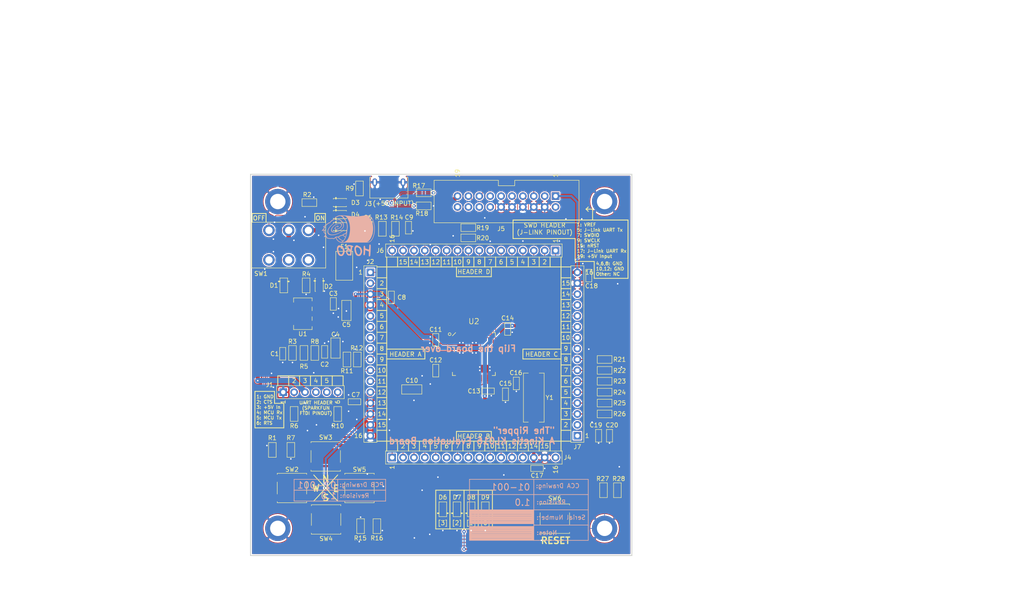
<source format=kicad_pcb>
(kicad_pcb (version 20170123) (host pcbnew no-vcs-found-ecdfa40~58~ubuntu16.10.1)
  (layers (0 F.Cu signal) (31 B.Cu signal) (35 F.Paste user) (36 B.SilkS user) (37 F.SilkS user) (38 B.Mask user) (39 F.Mask user) (44 Edge.Cuts user))
  (net 0 "")
  (net 1 GND)
  (net 2 /EXTAL0)
  (net 3 /XTAL0)
  (net 4 /+4.6V)
  (net 5 "Net-(C1-Pad1)")
  (net 6 /LED[3])
  (net 7 /LED[2])
  (net 8 /LED[1])
  (net 9 /LED[0])
  (net 10 5V_USB)
  (net 11 5V_FTDI)
  (net 12 5V_JLink)
  (net 13 "Net-(D1-PadK)")
  (net 14 "Net-(F1-Pad2)")
  (net 15 /HEADER_A[1])
  (net 16 /HEADER_A[2])
  (net 17 +3.3V)
  (net 18 /HEADER_A[5])
  (net 19 /HEADER_A[6])
  (net 20 /HEADER_A[7])
  (net 21 /HEADER_A[8])
  (net 22 /HEADER_A[9])
  (net 23 /HEADER_A[10])
  (net 24 /HEADER_A[11])
  (net 25 /HEADER_A[12])
  (net 26 /HEADER_B[1])
  (net 27 /HEADER_B[2])
  (net 28 /HEADER_B[3])
  (net 29 /HEADER_B[4])
  (net 30 /HEADER_B[5])
  (net 31 "Net-(J4-Pad6)")
  (net 32 /HEADER_B[7])
  (net 33 /HEADER_B[8])
  (net 34 "Net-(J4-Pad9)")
  (net 35 /HEADER_B[10])
  (net 36 /HEADER_B[11])
  (net 37 /HEADER_B[12])
  (net 38 /HEADER_B[13])
  (net 39 "Net-(J4-Pad16)")
  (net 40 "Net-(J7-Pad1)")
  (net 41 "Net-(J7-Pad2)")
  (net 42 /HEADER_C[3])
  (net 43 /HEADER_C[4])
  (net 44 /HEADER_C[5])
  (net 45 /HEADER_C[6])
  (net 46 /HEADER_C[7])
  (net 47 /HEADER_C[8])
  (net 48 /HEADER_C[9])
  (net 49 /HEADER_C[10])
  (net 50 /HEADER_C[11])
  (net 51 /HEADER_C[12])
  (net 52 /HEADER_C[13])
  (net 53 /HEADER_C[14])
  (net 54 /HEADER_D[1])
  (net 55 /HEADER_D[2])
  (net 56 /HEADER_D[3])
  (net 57 /HEADER_D[4])
  (net 58 /HEADER_D[5])
  (net 59 /HEADER_D[6])
  (net 60 /HEADER_D[7])
  (net 61 /HEADER_D[8])
  (net 62 /HEADER_D[9])
  (net 63 /HEADER_D[10])
  (net 64 /HEADER_D[11])
  (net 65 /HEADER_D[12])
  (net 66 /HEADER_D[13])
  (net 67 /HEADER_D[14])
  (net 68 /HEADER_D[15])
  (net 69 /HEADER_D[16])
  (net 70 "Net-(J3-Pad2)")
  (net 71 "Net-(J3-Pad3)")
  (net 72 "Net-(J3-Pad4)")
  (net 73 CTS_FTDI)
  (net 74 TXD_FTDI)
  (net 75 RXD_FTDI)
  (net 76 RTS_FTDI)
  (net 77 "Net-(J5-Pad3)")
  (net 78 JLink_Tx)
  (net 79 JLink_SWDIO)
  (net 80 JLink_SWCLK)
  (net 81 "Net-(J5-Pad11)")
  (net 82 "Net-(J5-Pad13)")
  (net 83 JLink_nRST)
  (net 84 JLink_Rx)
  (net 85 "Net-(J5-Pad2)")
  (net 86 "Net-(J5-Pad18)")
  (net 87 "Net-(J5-Pad14)")
  (net 88 "Net-(J5-Pad16)")
  (net 89 "Net-(J5-Pad20)")
  (net 90 /SW[N])
  (net 91 /SW[S])
  (net 92 /SW[E])
  (net 93 /SW[W])
  (net 94 "Net-(R2-Pad1)")
  (net 95 "Net-(R27-Pad2)")
  (net 96 "Net-(R8-Pad1)")
  (net 97 "Net-(SW1-PadB2)")
  (net 98 "Net-(SW1-PadA2)")
  (net 99 "Net-(SW1-PadC2)")
  (net 100 /PWR_IN)
  (module custom_footprints:4_40_Hole (layer F.Cu) (at 176.53 67.31)
    (fp_text reference M3 hide)
    (fp_text value "#4-40 Mounting Hole" hide)
    (pad 1 thru_hole circle (at 0 0) (size 5.8928 5.8928) (drill 3.5814) (layers *.Cu *.Mask) (net 1 GND))
  )
  (module custom_footprints:4_40_Hole (layer F.Cu) (at 100.33 67.31)
    (fp_text reference M1 hide)
    (fp_text value "#4-40 Mounting Hole" hide)
    (pad 1 thru_hole circle (at 0 0) (size 5.8928 5.8928) (drill 3.5814) (layers *.Cu *.Mask) (net 1 GND))
  )
  (module custom_footprints:4_40_Hole (layer F.Cu) (at 176.53 143.51)
    (fp_text reference M4 hide)
    (fp_text value "#4-40 Mounting Hole" hide)
    (pad 1 thru_hole circle (at 0 0) (size 5.8928 5.8928) (drill 3.5814) (layers *.Cu *.Mask) (net 1 GND))
  )
  (module custom_footprints:4_40_Hole (layer F.Cu) (at 100.33 143.51)
    (fp_text reference M2 hide)
    (fp_text value "#4-40 Mounting Hole" hide)
    (pad 1 thru_hole circle (at 0 0) (size 5.8928 5.8928) (drill 3.5814) (layers *.Cu *.Mask) (net 1 GND))
  )
  (module custom_footprints:GF-126-0159 (layer F.Cu) (at 102.87 77.47)
    (fp_text reference SW1 (at -6.477 6.6548) (layer F.SilkS) (effects (font (size 1.016 1.016) (thickness 0.1524))))
    (fp_text value DPDT hide)
    (pad C2 thru_hole circle (at 4.6 3.45) (size 2.7178 2.7178) (drill 1.7018) (layers *.Cu *.Mask) (net 99 "Net-(SW1-PadC2)"))
    (pad C1 thru_hole circle (at 4.6 -3.45) (size 2.7178 2.7178) (drill 1.7018) (layers *.Cu *.Mask) (net 100 /PWR_IN))
    (pad A2 thru_hole circle (at -4.6 3.45) (size 2.7178 2.7178) (drill 1.7018) (layers *.Cu *.Mask) (net 98 "Net-(SW1-PadA2)"))
    (pad B2 thru_hole circle (at 0 3.45) (size 2.7178 2.7178) (drill 1.7018) (layers *.Cu *.Mask) (net 97 "Net-(SW1-PadB2)"))
    (pad B1 thru_hole circle (at 0 -3.45) (size 2.7178 2.7178) (drill 1.7018) (layers *.Cu *.Mask) (net 14 "Net-(F1-Pad2)"))
    (pad A1 thru_hole circle (at -4.6 -3.45) (size 2.7178 2.7178) (drill 1.7018) (layers *.Cu *.Mask) (net 94 "Net-(R2-Pad1)"))
  )
  (module custom_footprints:Header_0.1in_1x6 (layer F.Cu) (at 101.6 111.76 90)
    (fp_text reference J1 (at 1.7145 -3.175 180) (layer F.SilkS) (effects (font (size 1.016 1.016) (thickness 0.1524))))
    (fp_text value FTDI_Connector hide)
    (fp_text user 1 (at -2.286 0 90) (layer F.SilkS) (effects (font (size 1.016 1.016) (thickness 0.1524))))
    (fp_text user 6 (at -2.286 12.7 90) (layer F.SilkS) (effects (font (size 1.016 1.016) (thickness 0.1524))))
    (pad 6 thru_hole circle (at 0 12.7 90) (size 1.778 1.778) (drill 1.016) (layers *.Cu *.Mask) (net 76 RTS_FTDI))
    (pad 5 thru_hole circle (at 0 10.16 90) (size 1.778 1.778) (drill 1.016) (layers *.Cu *.Mask) (net 75 RXD_FTDI))
    (pad 4 thru_hole circle (at 0 7.62 90) (size 1.778 1.778) (drill 1.016) (layers *.Cu *.Mask) (net 74 TXD_FTDI))
    (pad 3 thru_hole circle (at 0 5.08 90) (size 1.778 1.778) (drill 1.016) (layers *.Cu *.Mask) (net 11 5V_FTDI))
    (pad 2 thru_hole circle (at 0 2.54 90) (size 1.778 1.778) (drill 1.016) (layers *.Cu *.Mask) (net 73 CTS_FTDI))
    (pad 1 thru_hole rect (at 0 0 90) (size 1.778 1.778) (drill 1.016) (layers *.Cu *.Mask) (net 1 GND))
  )
  (module custom_footprints:Header_Shrouded_0.1in_2x10 (layer F.Cu) (at 165.1 66.04 270)
    (fp_text reference J5 (at 7.62 12.7) (layer F.SilkS) (effects (font (size 1.016 1.016) (thickness 0.1524))))
    (fp_text value JLink_SWD_20pin hide)
    (fp_text user 1 (at -4.826 0 270) (layer F.SilkS) (effects (font (size 1.016 1.016) (thickness 0.1524))))
    (fp_text user 19 (at -5.334 22.86 270) (layer F.SilkS) (effects (font (size 1.016 1.016) (thickness 0.1524))))
    (pad 20 thru_hole circle (at 2.54 22.86 270) (size 1.778 1.778) (drill 1.016) (layers *.Cu *.Mask) (net 89 "Net-(J5-Pad20)"))
    (pad 16 thru_hole circle (at 2.54 17.78 270) (size 1.778 1.778) (drill 1.016) (layers *.Cu *.Mask) (net 88 "Net-(J5-Pad16)"))
    (pad 14 thru_hole circle (at 2.54 15.24 270) (size 1.778 1.778) (drill 1.016) (layers *.Cu *.Mask) (net 87 "Net-(J5-Pad14)"))
    (pad 12 thru_hole circle (at 2.54 12.7 270) (size 1.778 1.778) (drill 1.016) (layers *.Cu *.Mask) (net 1 GND))
    (pad 18 thru_hole circle (at 2.54 20.32 270) (size 1.778 1.778) (drill 1.016) (layers *.Cu *.Mask) (net 86 "Net-(J5-Pad18)"))
    (pad 10 thru_hole circle (at 2.54 10.16 270) (size 1.778 1.778) (drill 1.016) (layers *.Cu *.Mask) (net 1 GND))
    (pad 6 thru_hole circle (at 2.54 5.08 270) (size 1.778 1.778) (drill 1.016) (layers *.Cu *.Mask) (net 1 GND))
    (pad 4 thru_hole circle (at 2.54 2.54 270) (size 1.778 1.778) (drill 1.016) (layers *.Cu *.Mask) (net 1 GND))
    (pad 2 thru_hole circle (at 2.54 0 270) (size 1.778 1.778) (drill 1.016) (layers *.Cu *.Mask) (net 85 "Net-(J5-Pad2)"))
    (pad 8 thru_hole circle (at 2.54 7.62 270) (size 1.778 1.778) (drill 1.016) (layers *.Cu *.Mask) (net 1 GND))
    (pad 19 thru_hole circle (at 0 22.86 270) (size 1.778 1.778) (drill 1.016) (layers *.Cu *.Mask) (net 12 5V_JLink))
    (pad 17 thru_hole circle (at 0 20.32 270) (size 1.778 1.778) (drill 1.016) (layers *.Cu *.Mask) (net 84 JLink_Rx))
    (pad 15 thru_hole circle (at 0 17.78 270) (size 1.778 1.778) (drill 1.016) (layers *.Cu *.Mask) (net 83 JLink_nRST))
    (pad 13 thru_hole circle (at 0 15.24 270) (size 1.778 1.778) (drill 1.016) (layers *.Cu *.Mask) (net 82 "Net-(J5-Pad13)"))
    (pad 11 thru_hole circle (at 0 12.7 270) (size 1.778 1.778) (drill 1.016) (layers *.Cu *.Mask) (net 81 "Net-(J5-Pad11)"))
    (pad 9 thru_hole circle (at 0 10.16 270) (size 1.778 1.778) (drill 1.016) (layers *.Cu *.Mask) (net 80 JLink_SWCLK))
    (pad 7 thru_hole circle (at 0 7.62 270) (size 1.778 1.778) (drill 1.016) (layers *.Cu *.Mask) (net 79 JLink_SWDIO))
    (pad 5 thru_hole circle (at 0 5.08 270) (size 1.778 1.778) (drill 1.016) (layers *.Cu *.Mask) (net 78 JLink_Tx))
    (pad 3 thru_hole circle (at 0 2.54 270) (size 1.778 1.778) (drill 1.016) (layers *.Cu *.Mask) (net 77 "Net-(J5-Pad3)"))
    (pad 1 thru_hole rect (at 0 0 270) (size 1.778 1.778) (drill 1.016) (layers *.Cu *.Mask) (net 17 +3.3V))
  )
  (module custom_footprints:Header_0.1in_1x16 (layer F.Cu) (at 170.18 121.92 180)
    (fp_text reference J7 (at 0 -2.6035 180) (layer F.SilkS) (effects (font (size 1.016 1.016) (thickness 0.1524))))
    (fp_text value CONN_01X16 hide)
    (fp_text user 1 (at -2.286 0 180) (layer F.SilkS) (effects (font (size 1.016 1.016) (thickness 0.1524))))
    (fp_text user 16 (at -2.794 38.1 180) (layer F.SilkS) (effects (font (size 1.016 1.016) (thickness 0.1524))))
    (pad 16 thru_hole circle (at 0 38.1 180) (size 1.778 1.778) (drill 1.016) (layers *.Cu *.Mask) (net 17 +3.3V))
    (pad 15 thru_hole circle (at 0 35.56 180) (size 1.778 1.778) (drill 1.016) (layers *.Cu *.Mask) (net 1 GND))
    (pad 14 thru_hole circle (at 0 33.02 180) (size 1.778 1.778) (drill 1.016) (layers *.Cu *.Mask) (net 53 /HEADER_C[14]))
    (pad 13 thru_hole circle (at 0 30.48 180) (size 1.778 1.778) (drill 1.016) (layers *.Cu *.Mask) (net 52 /HEADER_C[13]))
    (pad 12 thru_hole circle (at 0 27.94 180) (size 1.778 1.778) (drill 1.016) (layers *.Cu *.Mask) (net 51 /HEADER_C[12]))
    (pad 11 thru_hole circle (at 0 25.4 180) (size 1.778 1.778) (drill 1.016) (layers *.Cu *.Mask) (net 50 /HEADER_C[11]))
    (pad 10 thru_hole circle (at 0 22.86 180) (size 1.778 1.778) (drill 1.016) (layers *.Cu *.Mask) (net 49 /HEADER_C[10]))
    (pad 9 thru_hole circle (at 0 20.32 180) (size 1.778 1.778) (drill 1.016) (layers *.Cu *.Mask) (net 48 /HEADER_C[9]))
    (pad 8 thru_hole circle (at 0 17.78 180) (size 1.778 1.778) (drill 1.016) (layers *.Cu *.Mask) (net 47 /HEADER_C[8]))
    (pad 7 thru_hole circle (at 0 15.24 180) (size 1.778 1.778) (drill 1.016) (layers *.Cu *.Mask) (net 46 /HEADER_C[7]))
    (pad 6 thru_hole circle (at 0 12.7 180) (size 1.778 1.778) (drill 1.016) (layers *.Cu *.Mask) (net 45 /HEADER_C[6]))
    (pad 5 thru_hole circle (at 0 10.16 180) (size 1.778 1.778) (drill 1.016) (layers *.Cu *.Mask) (net 44 /HEADER_C[5]))
    (pad 4 thru_hole circle (at 0 7.62 180) (size 1.778 1.778) (drill 1.016) (layers *.Cu *.Mask) (net 43 /HEADER_C[4]))
    (pad 3 thru_hole circle (at 0 5.08 180) (size 1.778 1.778) (drill 1.016) (layers *.Cu *.Mask) (net 42 /HEADER_C[3]))
    (pad 2 thru_hole circle (at 0 2.54 180) (size 1.778 1.778) (drill 1.016) (layers *.Cu *.Mask) (net 41 "Net-(J7-Pad2)"))
    (pad 1 thru_hole rect (at 0 0 180) (size 1.778 1.778) (drill 1.016) (layers *.Cu *.Mask) (net 40 "Net-(J7-Pad1)"))
  )
  (module custom_footprints:Header_0.1in_1x16 (layer F.Cu) (at 121.92 83.82)
    (fp_text reference J2 (at 0 -2.4765) (layer F.SilkS) (effects (font (size 1.016 1.016) (thickness 0.1524))))
    (fp_text value CONN_01X16 hide)
    (fp_text user 1 (at -2.286 0) (layer F.SilkS) (effects (font (size 1.016 1.016) (thickness 0.1524))))
    (fp_text user 16 (at -2.794 38.1) (layer F.SilkS) (effects (font (size 1.016 1.016) (thickness 0.1524))))
    (pad 16 thru_hole circle (at 0 38.1) (size 1.778 1.778) (drill 1.016) (layers *.Cu *.Mask) (net 1 GND))
    (pad 15 thru_hole circle (at 0 35.56) (size 1.778 1.778) (drill 1.016) (layers *.Cu *.Mask) (net 1 GND))
    (pad 14 thru_hole circle (at 0 33.02) (size 1.778 1.778) (drill 1.016) (layers *.Cu *.Mask) (net 17 +3.3V))
    (pad 13 thru_hole circle (at 0 30.48) (size 1.778 1.778) (drill 1.016) (layers *.Cu *.Mask) (net 17 +3.3V))
    (pad 12 thru_hole circle (at 0 27.94) (size 1.778 1.778) (drill 1.016) (layers *.Cu *.Mask) (net 25 /HEADER_A[12]))
    (pad 11 thru_hole circle (at 0 25.4) (size 1.778 1.778) (drill 1.016) (layers *.Cu *.Mask) (net 24 /HEADER_A[11]))
    (pad 10 thru_hole circle (at 0 22.86) (size 1.778 1.778) (drill 1.016) (layers *.Cu *.Mask) (net 23 /HEADER_A[10]))
    (pad 9 thru_hole circle (at 0 20.32) (size 1.778 1.778) (drill 1.016) (layers *.Cu *.Mask) (net 22 /HEADER_A[9]))
    (pad 8 thru_hole circle (at 0 17.78) (size 1.778 1.778) (drill 1.016) (layers *.Cu *.Mask) (net 21 /HEADER_A[8]))
    (pad 7 thru_hole circle (at 0 15.24) (size 1.778 1.778) (drill 1.016) (layers *.Cu *.Mask) (net 20 /HEADER_A[7]))
    (pad 6 thru_hole circle (at 0 12.7) (size 1.778 1.778) (drill 1.016) (layers *.Cu *.Mask) (net 19 /HEADER_A[6]))
    (pad 5 thru_hole circle (at 0 10.16) (size 1.778 1.778) (drill 1.016) (layers *.Cu *.Mask) (net 18 /HEADER_A[5]))
    (pad 4 thru_hole circle (at 0 7.62) (size 1.778 1.778) (drill 1.016) (layers *.Cu *.Mask) (net 1 GND))
    (pad 3 thru_hole circle (at 0 5.08) (size 1.778 1.778) (drill 1.016) (layers *.Cu *.Mask) (net 17 +3.3V))
    (pad 2 thru_hole circle (at 0 2.54) (size 1.778 1.778) (drill 1.016) (layers *.Cu *.Mask) (net 16 /HEADER_A[2]))
    (pad 1 thru_hole rect (at 0 0) (size 1.778 1.778) (drill 1.016) (layers *.Cu *.Mask) (net 15 /HEADER_A[1]))
  )
  (module custom_footprints:Header_0.1in_1x16 (layer F.Cu) (at 127 127 90)
    (fp_text reference J4 (at 0 40.894 180) (layer F.SilkS) (effects (font (size 1.016 1.016) (thickness 0.1524))))
    (fp_text value CONN_01X16 hide)
    (fp_text user 1 (at -2.286 0 90) (layer F.SilkS) (effects (font (size 1.016 1.016) (thickness 0.1524))))
    (fp_text user 16 (at -2.794 38.1 90) (layer F.SilkS) (effects (font (size 1.016 1.016) (thickness 0.1524))))
    (pad 16 thru_hole circle (at 0 38.1 90) (size 1.778 1.778) (drill 1.016) (layers *.Cu *.Mask) (net 39 "Net-(J4-Pad16)"))
    (pad 15 thru_hole circle (at 0 35.56 90) (size 1.778 1.778) (drill 1.016) (layers *.Cu *.Mask) (net 1 GND))
    (pad 14 thru_hole circle (at 0 33.02 90) (size 1.778 1.778) (drill 1.016) (layers *.Cu *.Mask) (net 17 +3.3V))
    (pad 13 thru_hole circle (at 0 30.48 90) (size 1.778 1.778) (drill 1.016) (layers *.Cu *.Mask) (net 38 /HEADER_B[13]))
    (pad 12 thru_hole circle (at 0 27.94 90) (size 1.778 1.778) (drill 1.016) (layers *.Cu *.Mask) (net 37 /HEADER_B[12]))
    (pad 11 thru_hole circle (at 0 25.4 90) (size 1.778 1.778) (drill 1.016) (layers *.Cu *.Mask) (net 36 /HEADER_B[11]))
    (pad 10 thru_hole circle (at 0 22.86 90) (size 1.778 1.778) (drill 1.016) (layers *.Cu *.Mask) (net 35 /HEADER_B[10]))
    (pad 9 thru_hole circle (at 0 20.32 90) (size 1.778 1.778) (drill 1.016) (layers *.Cu *.Mask) (net 34 "Net-(J4-Pad9)"))
    (pad 8 thru_hole circle (at 0 17.78 90) (size 1.778 1.778) (drill 1.016) (layers *.Cu *.Mask) (net 33 /HEADER_B[8]))
    (pad 7 thru_hole circle (at 0 15.24 90) (size 1.778 1.778) (drill 1.016) (layers *.Cu *.Mask) (net 32 /HEADER_B[7]))
    (pad 6 thru_hole circle (at 0 12.7 90) (size 1.778 1.778) (drill 1.016) (layers *.Cu *.Mask) (net 31 "Net-(J4-Pad6)"))
    (pad 5 thru_hole circle (at 0 10.16 90) (size 1.778 1.778) (drill 1.016) (layers *.Cu *.Mask) (net 30 /HEADER_B[5]))
    (pad 4 thru_hole circle (at 0 7.62 90) (size 1.778 1.778) (drill 1.016) (layers *.Cu *.Mask) (net 29 /HEADER_B[4]))
    (pad 3 thru_hole circle (at 0 5.08 90) (size 1.778 1.778) (drill 1.016) (layers *.Cu *.Mask) (net 28 /HEADER_B[3]))
    (pad 2 thru_hole circle (at 0 2.54 90) (size 1.778 1.778) (drill 1.016) (layers *.Cu *.Mask) (net 27 /HEADER_B[2]))
    (pad 1 thru_hole rect (at 0 0 90) (size 1.778 1.778) (drill 1.016) (layers *.Cu *.Mask) (net 26 /HEADER_B[1]))
  )
  (module custom_footprints:Header_0.1in_1x16 (layer F.Cu) (at 165.1 78.74 270)
    (fp_text reference J6 (at 0 40.894) (layer F.SilkS) (effects (font (size 1.016 1.016) (thickness 0.1524))))
    (fp_text value CONN_01X16 hide)
    (fp_text user 1 (at -2.286 0 270) (layer F.SilkS) (effects (font (size 1.016 1.016) (thickness 0.1524))))
    (fp_text user 16 (at -2.794 38.1 270) (layer F.SilkS) (effects (font (size 1.016 1.016) (thickness 0.1524))))
    (pad 16 thru_hole circle (at 0 38.1 270) (size 1.778 1.778) (drill 1.016) (layers *.Cu *.Mask) (net 69 /HEADER_D[16]))
    (pad 15 thru_hole circle (at 0 35.56 270) (size 1.778 1.778) (drill 1.016) (layers *.Cu *.Mask) (net 68 /HEADER_D[15]))
    (pad 14 thru_hole circle (at 0 33.02 270) (size 1.778 1.778) (drill 1.016) (layers *.Cu *.Mask) (net 67 /HEADER_D[14]))
    (pad 13 thru_hole circle (at 0 30.48 270) (size 1.778 1.778) (drill 1.016) (layers *.Cu *.Mask) (net 66 /HEADER_D[13]))
    (pad 12 thru_hole circle (at 0 27.94 270) (size 1.778 1.778) (drill 1.016) (layers *.Cu *.Mask) (net 65 /HEADER_D[12]))
    (pad 11 thru_hole circle (at 0 25.4 270) (size 1.778 1.778) (drill 1.016) (layers *.Cu *.Mask) (net 64 /HEADER_D[11]))
    (pad 10 thru_hole circle (at 0 22.86 270) (size 1.778 1.778) (drill 1.016) (layers *.Cu *.Mask) (net 63 /HEADER_D[10]))
    (pad 9 thru_hole circle (at 0 20.32 270) (size 1.778 1.778) (drill 1.016) (layers *.Cu *.Mask) (net 62 /HEADER_D[9]))
    (pad 8 thru_hole circle (at 0 17.78 270) (size 1.778 1.778) (drill 1.016) (layers *.Cu *.Mask) (net 61 /HEADER_D[8]))
    (pad 7 thru_hole circle (at 0 15.24 270) (size 1.778 1.778) (drill 1.016) (layers *.Cu *.Mask) (net 60 /HEADER_D[7]))
    (pad 6 thru_hole circle (at 0 12.7 270) (size 1.778 1.778) (drill 1.016) (layers *.Cu *.Mask) (net 59 /HEADER_D[6]))
    (pad 5 thru_hole circle (at 0 10.16 270) (size 1.778 1.778) (drill 1.016) (layers *.Cu *.Mask) (net 58 /HEADER_D[5]))
    (pad 4 thru_hole circle (at 0 7.62 270) (size 1.778 1.778) (drill 1.016) (layers *.Cu *.Mask) (net 57 /HEADER_D[4]))
    (pad 3 thru_hole circle (at 0 5.08 270) (size 1.778 1.778) (drill 1.016) (layers *.Cu *.Mask) (net 56 /HEADER_D[3]))
    (pad 2 thru_hole circle (at 0 2.54 270) (size 1.778 1.778) (drill 1.016) (layers *.Cu *.Mask) (net 55 /HEADER_D[2]))
    (pad 1 thru_hole rect (at 0 0 270) (size 1.778 1.778) (drill 1.016) (layers *.Cu *.Mask) (net 54 /HEADER_D[1]))
  )
  (module custom_footprints:Signature_Mask (layer B.Cu) (at 112.522 143.764 180)
    (fp_text reference G*** hide)
    (fp_text value LOGO hide)
  )
  (module custom_footprints:QFP_64 (layer F.Cu) (at 146.05 102.87)
    (fp_text reference U2 (at 0 -7.62) (layer F.SilkS) (effects (font (size 1.27 1.27) (thickness 0.1524))))
    (fp_text value MKL16Z64VLH4 hide)
    (pad 64 smd rect (at -3.75 -5.625) (size 0.26 1.5) (layers F.Cu F.Paste F.Mask) (net 69 /HEADER_D[16]))
    (pad 63 smd rect (at -3.25 -5.625) (size 0.26 1.5) (layers F.Cu F.Paste F.Mask) (net 68 /HEADER_D[15]))
    (pad 62 smd rect (at -2.75 -5.625) (size 0.26 1.5) (layers F.Cu F.Paste F.Mask) (net 67 /HEADER_D[14]))
    (pad 61 smd rect (at -2.25 -5.625) (size 0.26 1.5) (layers F.Cu F.Paste F.Mask) (net 66 /HEADER_D[13]))
    (pad 60 smd rect (at -1.75 -5.625) (size 0.26 1.5) (layers F.Cu F.Paste F.Mask) (net 65 /HEADER_D[12]))
    (pad 59 smd rect (at -1.25 -5.625) (size 0.26 1.5) (layers F.Cu F.Paste F.Mask) (net 64 /HEADER_D[11]))
    (pad 58 smd rect (at -0.75 -5.625) (size 0.26 1.5) (layers F.Cu F.Paste F.Mask) (net 63 /HEADER_D[10]))
    (pad 57 smd rect (at -0.25 -5.625) (size 0.26 1.5) (layers F.Cu F.Paste F.Mask) (net 62 /HEADER_D[9]))
    (pad 56 smd rect (at 0.25 -5.625) (size 0.26 1.5) (layers F.Cu F.Paste F.Mask) (net 61 /HEADER_D[8]))
    (pad 55 smd rect (at 0.75 -5.625) (size 0.26 1.5) (layers F.Cu F.Paste F.Mask) (net 60 /HEADER_D[7]))
    (pad 54 smd rect (at 1.25 -5.625) (size 0.26 1.5) (layers F.Cu F.Paste F.Mask) (net 59 /HEADER_D[6]))
    (pad 53 smd rect (at 1.75 -5.625) (size 0.26 1.5) (layers F.Cu F.Paste F.Mask) (net 58 /HEADER_D[5]))
    (pad 52 smd rect (at 2.25 -5.625) (size 0.26 1.5) (layers F.Cu F.Paste F.Mask) (net 57 /HEADER_D[4]))
    (pad 51 smd rect (at 2.75 -5.625) (size 0.26 1.5) (layers F.Cu F.Paste F.Mask) (net 56 /HEADER_D[3]))
    (pad 50 smd rect (at 3.25 -5.625) (size 0.26 1.5) (layers F.Cu F.Paste F.Mask) (net 55 /HEADER_D[2]))
    (pad 49 smd rect (at 3.75 -5.625) (size 0.26 1.5) (layers F.Cu F.Paste F.Mask) (net 54 /HEADER_D[1]))
    (pad 48 smd rect (at 5.625 -3.75 90) (size 0.26 1.5) (layers F.Cu F.Paste F.Mask) (net 17 +3.3V))
    (pad 47 smd rect (at 5.625 -3.25 90) (size 0.26 1.5) (layers F.Cu F.Paste F.Mask) (net 1 GND))
    (pad 46 smd rect (at 5.625 -2.75 90) (size 0.26 1.5) (layers F.Cu F.Paste F.Mask) (net 53 /HEADER_C[14]))
    (pad 45 smd rect (at 5.625 -2.25 90) (size 0.26 1.5) (layers F.Cu F.Paste F.Mask) (net 52 /HEADER_C[13]))
    (pad 44 smd rect (at 5.625 -1.75 90) (size 0.26 1.5) (layers F.Cu F.Paste F.Mask) (net 51 /HEADER_C[12]))
    (pad 43 smd rect (at 5.625 -1.25 90) (size 0.26 1.5) (layers F.Cu F.Paste F.Mask) (net 50 /HEADER_C[11]))
    (pad 42 smd rect (at 5.625 -0.75 90) (size 0.26 1.5) (layers F.Cu F.Paste F.Mask) (net 49 /HEADER_C[10]))
    (pad 41 smd rect (at 5.625 -0.25 90) (size 0.26 1.5) (layers F.Cu F.Paste F.Mask) (net 48 /HEADER_C[9]))
    (pad 40 smd rect (at 5.625 0.25 90) (size 0.26 1.5) (layers F.Cu F.Paste F.Mask) (net 47 /HEADER_C[8]))
    (pad 39 smd rect (at 5.625 0.75 90) (size 0.26 1.5) (layers F.Cu F.Paste F.Mask) (net 46 /HEADER_C[7]))
    (pad 38 smd rect (at 5.625 1.25 90) (size 0.26 1.5) (layers F.Cu F.Paste F.Mask) (net 45 /HEADER_C[6]))
    (pad 37 smd rect (at 5.625 1.75 90) (size 0.26 1.5) (layers F.Cu F.Paste F.Mask) (net 44 /HEADER_C[5]))
    (pad 36 smd rect (at 5.625 2.25 90) (size 0.26 1.5) (layers F.Cu F.Paste F.Mask) (net 43 /HEADER_C[4]))
    (pad 35 smd rect (at 5.625 2.75 90) (size 0.26 1.5) (layers F.Cu F.Paste F.Mask) (net 42 /HEADER_C[3]))
    (pad 34 smd rect (at 5.625 3.25 90) (size 0.26 1.5) (layers F.Cu F.Paste F.Mask) (net 83 JLink_nRST))
    (pad 33 smd rect (at 5.625 3.75 90) (size 0.26 1.5) (layers F.Cu F.Paste F.Mask) (net 3 /XTAL0))
    (pad 32 smd rect (at 3.75 5.625) (size 0.26 1.5) (layers F.Cu F.Paste F.Mask) (net 2 /EXTAL0))
    (pad 31 smd rect (at 3.25 5.625) (size 0.26 1.5) (layers F.Cu F.Paste F.Mask) (net 1 GND))
    (pad 30 smd rect (at 2.75 5.625) (size 0.26 1.5) (layers F.Cu F.Paste F.Mask) (net 17 +3.3V))
    (pad 29 smd rect (at 2.25 5.625) (size 0.26 1.5) (layers F.Cu F.Paste F.Mask) (net 38 /HEADER_B[13]))
    (pad 28 smd rect (at 1.75 5.625) (size 0.26 1.5) (layers F.Cu F.Paste F.Mask) (net 37 /HEADER_B[12]))
    (pad 27 smd rect (at 1.25 5.625) (size 0.26 1.5) (layers F.Cu F.Paste F.Mask) (net 36 /HEADER_B[11]))
    (pad 26 smd rect (at 0.75 5.625) (size 0.26 1.5) (layers F.Cu F.Paste F.Mask) (net 35 /HEADER_B[10]))
    (pad 25 smd rect (at 0.25 5.625) (size 0.26 1.5) (layers F.Cu F.Paste F.Mask) (net 79 JLink_SWDIO))
    (pad 24 smd rect (at -0.25 5.625) (size 0.26 1.5) (layers F.Cu F.Paste F.Mask) (net 33 /HEADER_B[8]))
    (pad 23 smd rect (at -0.75 5.625) (size 0.26 1.5) (layers F.Cu F.Paste F.Mask) (net 32 /HEADER_B[7]))
    (pad 22 smd rect (at -1.25 5.625) (size 0.26 1.5) (layers F.Cu F.Paste F.Mask) (net 80 JLink_SWCLK))
    (pad 21 smd rect (at -1.75 5.625) (size 0.26 1.5) (layers F.Cu F.Paste F.Mask) (net 30 /HEADER_B[5]))
    (pad 20 smd rect (at -2.25 5.625) (size 0.26 1.5) (layers F.Cu F.Paste F.Mask) (net 29 /HEADER_B[4]))
    (pad 19 smd rect (at -2.75 5.625) (size 0.26 1.5) (layers F.Cu F.Paste F.Mask) (net 28 /HEADER_B[3]))
    (pad 18 smd rect (at -3.25 5.625) (size 0.26 1.5) (layers F.Cu F.Paste F.Mask) (net 27 /HEADER_B[2]))
    (pad 17 smd rect (at -3.75 5.625) (size 0.26 1.5) (layers F.Cu F.Paste F.Mask) (net 26 /HEADER_B[1]))
    (pad 16 smd rect (at -5.625 3.75 90) (size 0.26 1.5) (layers F.Cu F.Paste F.Mask) (net 1 GND))
    (pad 15 smd rect (at -5.625 3.25 90) (size 0.26 1.5) (layers F.Cu F.Paste F.Mask) (net 1 GND))
    (pad 14 smd rect (at -5.625 2.75 90) (size 0.26 1.5) (layers F.Cu F.Paste F.Mask) (net 17 +3.3V))
    (pad 13 smd rect (at -5.625 2.25 90) (size 0.26 1.5) (layers F.Cu F.Paste F.Mask) (net 17 +3.3V))
    (pad 12 smd rect (at -5.625 1.75 90) (size 0.26 1.5) (layers F.Cu F.Paste F.Mask) (net 25 /HEADER_A[12]))
    (pad 11 smd rect (at -5.625 1.25 90) (size 0.26 1.5) (layers F.Cu F.Paste F.Mask) (net 24 /HEADER_A[11]))
    (pad 10 smd rect (at -5.625 0.75 90) (size 0.26 1.5) (layers F.Cu F.Paste F.Mask) (net 23 /HEADER_A[10]))
    (pad 9 smd rect (at -5.625 0.25 90) (size 0.26 1.5) (layers F.Cu F.Paste F.Mask) (net 22 /HEADER_A[9]))
    (pad 8 smd rect (at -5.625 -0.25 90) (size 0.26 1.5) (layers F.Cu F.Paste F.Mask) (net 21 /HEADER_A[8]))
    (pad 7 smd rect (at -5.625 -0.75 90) (size 0.26 1.5) (layers F.Cu F.Paste F.Mask) (net 20 /HEADER_A[7]))
    (pad 6 smd rect (at -5.625 -1.25 90) (size 0.26 1.5) (layers F.Cu F.Paste F.Mask) (net 19 /HEADER_A[6]))
    (pad 5 smd rect (at -5.625 -1.75 90) (size 0.26 1.5) (layers F.Cu F.Paste F.Mask) (net 18 /HEADER_A[5]))
    (pad 4 smd rect (at -5.625 -2.25 90) (size 0.26 1.5) (layers F.Cu F.Paste F.Mask) (net 1 GND))
    (pad 3 smd rect (at -5.625 -2.75 90) (size 0.26 1.5) (layers F.Cu F.Paste F.Mask) (net 17 +3.3V))
    (pad 2 smd rect (at -5.625 -3.25 90) (size 0.26 1.5) (layers F.Cu F.Paste F.Mask) (net 16 /HEADER_A[2]))
    (pad 1 smd rect (at -5.625 -3.75 90) (size 0.26 1.5) (layers F.Cu F.Paste F.Mask) (net 15 /HEADER_A[1]))
  )
  (module custom_footprints:SOT_223_3 (layer F.Cu) (at 106.172 93.472 180)
    (fp_text reference U1 (at 0 -4.699 180) (layer F.SilkS) (effects (font (size 1.016 1.016) (thickness 0.1524))))
    (fp_text value LM1117-ADJ hide)
    (pad 1 smd rect (at -3.048 -2.286 180) (size 2.159 0.889) (layers F.Cu F.Paste F.Mask) (net 5 "Net-(C1-Pad1)"))
    (pad 3 smd rect (at -3.048 2.286 180) (size 2.159 0.889) (layers F.Cu F.Paste F.Mask) (net 4 /+4.6V))
    (pad 2 smd rect (at -3.048 0 180) (size 2.159 0.889) (layers F.Cu F.Paste F.Mask) (net 96 "Net-(R8-Pad1)"))
    (pad TAB smd rect (at 3.048 0 180) (size 2.159 4.699) (layers F.Cu F.Paste F.Mask) (net 96 "Net-(R8-Pad1)"))
  )
  (module custom_footprints:D_0805 (layer F.Cu) (at 101.727 86.868 270)
    (fp_text reference D1 (at 0 2.286) (layer F.SilkS) (effects (font (size 1.016 1.016) (thickness 0.1524))))
    (fp_text value Red hide)
    (pad A smd rect (at 1.016 0 270) (size 1.016 1.397) (layers F.Cu F.Paste F.Mask) (net 4 /+4.6V))
    (pad K smd rect (at -1.016 0 270) (size 1.016 1.397) (layers F.Cu F.Paste F.Mask) (net 13 "Net-(D1-PadK)"))
  )
  (module custom_footprints:SM_1206 (layer F.Cu) (at 113.792 101.473 90)
    (fp_text reference C4 (at 3.175 0 180) (layer F.SilkS) (effects (font (size 1.016 1.016) (thickness 0.1524))))
    (fp_text value 22uF hide)
    (pad 2 smd rect (at 1.524 0 90) (size 1.27 1.778) (layers F.Cu F.Paste F.Mask) (net 1 GND))
    (pad 1 smd rect (at -1.524 0 90) (size 1.27 1.778) (layers F.Cu F.Paste F.Mask) (net 17 +3.3V))
  )
  (module custom_footprints:SM_0805 (layer F.Cu) (at 116.459 104.14 270)
    (fp_text reference R11 (at 2.667 0) (layer F.SilkS) (effects (font (size 1.016 1.016) (thickness 0.1524))))
    (fp_text value 0.1 hide)
    (pad 2 smd rect (at 1.016 0 270) (size 1.016 1.397) (layers F.Cu F.Paste F.Mask) (net 22 /HEADER_A[9]))
    (pad 1 smd rect (at -1.016 0 270) (size 1.016 1.397) (layers F.Cu F.Paste F.Mask) (net 75 RXD_FTDI))
  )
  (module custom_footprints:SM_0805 (layer F.Cu) (at 118.872 104.14 270)
    (fp_text reference R12 (at -2.667 0.127) (layer F.SilkS) (effects (font (size 1.016 1.016) (thickness 0.1524))))
    (fp_text value 0.1 hide)
    (pad 2 smd rect (at 1.016 0 270) (size 1.016 1.397) (layers F.Cu F.Paste F.Mask) (net 23 /HEADER_A[10]))
    (pad 1 smd rect (at -1.016 0 270) (size 1.016 1.397) (layers F.Cu F.Paste F.Mask) (net 74 TXD_FTDI))
  )
  (module custom_footprints:SM_0805 (layer F.Cu) (at 104.14 116.84 270)
    (fp_text reference R6 (at 2.794 0) (layer F.SilkS) (effects (font (size 1.016 1.016) (thickness 0.1524))))
    (fp_text value 0.1 hide)
    (pad 2 smd rect (at 1.016 0 270) (size 1.016 1.397) (layers F.Cu F.Paste F.Mask) (net 38 /HEADER_B[13]))
    (pad 1 smd rect (at -1.016 0 270) (size 1.016 1.397) (layers F.Cu F.Paste F.Mask) (net 73 CTS_FTDI))
  )
  (module custom_footprints:SM_0805 (layer F.Cu) (at 114.3 116.84 270)
    (fp_text reference R10 (at 2.794 0) (layer F.SilkS) (effects (font (size 1.016 1.016) (thickness 0.1524))))
    (fp_text value 0.1 hide)
    (pad 2 smd rect (at 1.016 0 270) (size 1.016 1.397) (layers F.Cu F.Paste F.Mask) (net 37 /HEADER_B[12]))
    (pad 1 smd rect (at -1.016 0 270) (size 1.016 1.397) (layers F.Cu F.Paste F.Mask) (net 76 RTS_FTDI))
  )
  (module custom_footprints:SM_0805 (layer F.Cu) (at 176.53 116.84 180)
    (fp_text reference R26 (at -3.4925 0 180) (layer F.SilkS) (effects (font (size 1.016 1.016) (thickness 0.1524))))
    (fp_text value 200 hide)
    (pad 2 smd rect (at 1.016 0 180) (size 1.016 1.397) (layers F.Cu F.Paste F.Mask) (net 42 /HEADER_C[3]))
    (pad 1 smd rect (at -1.016 0 180) (size 1.016 1.397) (layers F.Cu F.Paste F.Mask) (net 8 /LED[1]))
  )
  (module custom_footprints:SM_0805 (layer F.Cu) (at 176.53 114.3 180)
    (fp_text reference R25 (at -3.4925 0 180) (layer F.SilkS) (effects (font (size 1.016 1.016) (thickness 0.1524))))
    (fp_text value 200 hide)
    (pad 2 smd rect (at 1.016 0 180) (size 1.016 1.397) (layers F.Cu F.Paste F.Mask) (net 43 /HEADER_C[4]))
    (pad 1 smd rect (at -1.016 0 180) (size 1.016 1.397) (layers F.Cu F.Paste F.Mask) (net 9 /LED[0]))
  )
  (module custom_footprints:SM_0805 (layer F.Cu) (at 176.53 111.76 180)
    (fp_text reference R24 (at -3.4925 -0.0635 180) (layer F.SilkS) (effects (font (size 1.016 1.016) (thickness 0.1524))))
    (fp_text value 0.1 hide)
    (pad 2 smd rect (at 1.016 0 180) (size 1.016 1.397) (layers F.Cu F.Paste F.Mask) (net 44 /HEADER_C[5]))
    (pad 1 smd rect (at -1.016 0 180) (size 1.016 1.397) (layers F.Cu F.Paste F.Mask) (net 90 /SW[N]))
  )
  (module custom_footprints:SM_0805 (layer F.Cu) (at 176.53 109.22 180)
    (fp_text reference R23 (at -3.4925 0 180) (layer F.SilkS) (effects (font (size 1.016 1.016) (thickness 0.1524))))
    (fp_text value 0.1 hide)
    (pad 2 smd rect (at 1.016 0 180) (size 1.016 1.397) (layers F.Cu F.Paste F.Mask) (net 45 /HEADER_C[6]))
    (pad 1 smd rect (at -1.016 0 180) (size 1.016 1.397) (layers F.Cu F.Paste F.Mask) (net 92 /SW[E]))
  )
  (module custom_footprints:SM_0805 (layer F.Cu) (at 176.53 106.68 180)
    (fp_text reference R22 (at -3.4925 -0.0635 180) (layer F.SilkS) (effects (font (size 1.016 1.016) (thickness 0.1524))))
    (fp_text value 0.1 hide)
    (pad 2 smd rect (at 1.016 0 180) (size 1.016 1.397) (layers F.Cu F.Paste F.Mask) (net 46 /HEADER_C[7]))
    (pad 1 smd rect (at -1.016 0 180) (size 1.016 1.397) (layers F.Cu F.Paste F.Mask) (net 91 /SW[S]))
  )
  (module custom_footprints:SM_0805 (layer F.Cu) (at 176.53 104.14 180)
    (fp_text reference R21 (at -3.4925 0 180) (layer F.SilkS) (effects (font (size 1.016 1.016) (thickness 0.1524))))
    (fp_text value 0.1 hide)
    (pad 2 smd rect (at 1.016 0 180) (size 1.016 1.397) (layers F.Cu F.Paste F.Mask) (net 47 /HEADER_C[8]))
    (pad 1 smd rect (at -1.016 0 180) (size 1.016 1.397) (layers F.Cu F.Paste F.Mask) (net 93 /SW[W]))
  )
  (module custom_footprints:SM_0805 (layer F.Cu) (at 144.7546 73.406 180)
    (fp_text reference R19 (at -3.3528 -0.0508 180) (layer F.SilkS) (effects (font (size 1.016 1.016) (thickness 0.1524))))
    (fp_text value 0.1 hide)
    (pad 2 smd rect (at 1.016 0 180) (size 1.016 1.397) (layers F.Cu F.Paste F.Mask) (net 67 /HEADER_D[14]))
    (pad 1 smd rect (at -1.016 0 180) (size 1.016 1.397) (layers F.Cu F.Paste F.Mask) (net 84 JLink_Rx))
  )
  (module custom_footprints:SM_0805 (layer F.Cu) (at 124.714 73.66 270)
    (fp_text reference R13 (at -2.667 0.254) (layer F.SilkS) (effects (font (size 1.016 1.016) (thickness 0.1524))))
    (fp_text value 200 hide)
    (pad 2 smd rect (at 1.016 0 270) (size 1.016 1.397) (layers F.Cu F.Paste F.Mask) (net 69 /HEADER_D[16]))
    (pad 1 smd rect (at -1.016 0 270) (size 1.016 1.397) (layers F.Cu F.Paste F.Mask) (net 6 /LED[3]))
  )
  (module custom_footprints:SM_0805 (layer F.Cu) (at 127.762 73.66 270)
    (fp_text reference R14 (at -2.6416 -0.3048) (layer F.SilkS) (effects (font (size 1.016 1.016) (thickness 0.1524))))
    (fp_text value 200 hide)
    (pad 2 smd rect (at 1.016 0 270) (size 1.016 1.397) (layers F.Cu F.Paste F.Mask) (net 68 /HEADER_D[15]))
    (pad 1 smd rect (at -1.016 0 270) (size 1.016 1.397) (layers F.Cu F.Paste F.Mask) (net 7 /LED[2]))
  )
  (module custom_footprints:SM_0805 (layer F.Cu) (at 99.06 125.222 90)
    (fp_text reference R1 (at 2.794 0 180) (layer F.SilkS) (effects (font (size 1.016 1.016) (thickness 0.1524))))
    (fp_text value 10k hide)
    (pad 2 smd rect (at 1.016 0 90) (size 1.016 1.397) (layers F.Cu F.Paste F.Mask) (net 1 GND))
    (pad 1 smd rect (at -1.016 0 90) (size 1.016 1.397) (layers F.Cu F.Paste F.Mask) (net 93 /SW[W]))
  )
  (module custom_footprints:SM_0805 (layer F.Cu) (at 123.444 143.002 270)
    (fp_text reference R16 (at 2.794 0) (layer F.SilkS) (effects (font (size 1.016 1.016) (thickness 0.1524))))
    (fp_text value 10k hide)
    (pad 2 smd rect (at 1.016 0 270) (size 1.016 1.397) (layers F.Cu F.Paste F.Mask) (net 1 GND))
    (pad 1 smd rect (at -1.016 0 270) (size 1.016 1.397) (layers F.Cu F.Paste F.Mask) (net 92 /SW[E]))
  )
  (module custom_footprints:SM_0805 (layer F.Cu) (at 119.634 143.002 90)
    (fp_text reference R15 (at -2.794 -0.0635 180) (layer F.SilkS) (effects (font (size 1.016 1.016) (thickness 0.1524))))
    (fp_text value 10k hide)
    (pad 2 smd rect (at 1.016 0 90) (size 1.016 1.397) (layers F.Cu F.Paste F.Mask) (net 1 GND))
    (pad 1 smd rect (at -1.016 0 90) (size 1.016 1.397) (layers F.Cu F.Paste F.Mask) (net 91 /SW[S]))
  )
  (module custom_footprints:SM_0805 (layer F.Cu) (at 107.696 67.564)
    (fp_text reference R2 (at -0.508 -1.8415) (layer F.SilkS) (effects (font (size 1.016 1.016) (thickness 0.1524))))
    (fp_text value 200 hide)
    (pad 2 smd rect (at 1.016 0) (size 1.016 1.397) (layers F.Cu F.Paste F.Mask) (net 1 GND))
    (pad 1 smd rect (at -1.016 0) (size 1.016 1.397) (layers F.Cu F.Paste F.Mask) (net 94 "Net-(R2-Pad1)"))
  )
  (module custom_footprints:SM_0805 (layer F.Cu) (at 119.38 64.262 90)
    (fp_text reference R9 (at 0 -2.286 180) (layer F.SilkS) (effects (font (size 1.016 1.016) (thickness 0.1524))))
    (fp_text value DNP hide)
    (pad 2 smd rect (at 1.016 0 90) (size 1.016 1.397) (layers F.Cu F.Paste F.Mask) (net 1 GND))
    (pad 1 smd rect (at -1.016 0 90) (size 1.016 1.397) (layers F.Cu F.Paste F.Mask) (net 72 "Net-(J3-Pad4)"))
  )
  (module custom_footprints:SM_0805 (layer F.Cu) (at 179.5145 134.62 90)
    (fp_text reference R28 (at 2.667 0.3175 180) (layer F.SilkS) (effects (font (size 1.016 1.016) (thickness 0.1524))))
    (fp_text value 10k hide)
    (pad 2 smd rect (at 1.016 0 90) (size 1.016 1.397) (layers F.Cu F.Paste F.Mask) (net 83 JLink_nRST))
    (pad 1 smd rect (at -1.016 0 90) (size 1.016 1.397) (layers F.Cu F.Paste F.Mask) (net 17 +3.3V))
  )
  (module custom_footprints:SM_0805 (layer F.Cu) (at 134.366 65.278)
    (fp_text reference R17 (at -1.143 -1.651) (layer F.SilkS) (effects (font (size 1.016 1.016) (thickness 0.1524))))
    (fp_text value DNP hide)
    (pad 2 smd rect (at 1.016 0) (size 1.016 1.397) (layers F.Cu F.Paste F.Mask) (net 70 "Net-(J3-Pad2)"))
    (pad 1 smd rect (at -1.016 0) (size 1.016 1.397) (layers F.Cu F.Paste F.Mask) (net 10 5V_USB))
  )
  (module custom_footprints:SM_0805 (layer F.Cu) (at 134.366 68.326)
    (fp_text reference R18 (at -0.4318 1.778) (layer F.SilkS) (effects (font (size 1.016 1.016) (thickness 0.1524))))
    (fp_text value DNP hide)
    (pad 2 smd rect (at 1.016 0) (size 1.016 1.397) (layers F.Cu F.Paste F.Mask) (net 1 GND))
    (pad 1 smd rect (at -1.016 0) (size 1.016 1.397) (layers F.Cu F.Paste F.Mask) (net 71 "Net-(J3-Pad3)"))
  )
  (module custom_footprints:SM_0805 (layer F.Cu) (at 176.276 134.62 270)
    (fp_text reference R27 (at -2.667 0.1905) (layer F.SilkS) (effects (font (size 1.016 1.016) (thickness 0.1524))))
    (fp_text value 120 hide)
    (pad 2 smd rect (at 1.016 0 270) (size 1.016 1.397) (layers F.Cu F.Paste F.Mask) (net 95 "Net-(R27-Pad2)"))
    (pad 1 smd rect (at -1.016 0 270) (size 1.016 1.397) (layers F.Cu F.Paste F.Mask) (net 83 JLink_nRST))
  )
  (module custom_footprints:SM_0805 (layer F.Cu) (at 108.966 102.616 270)
    (fp_text reference R8 (at -2.667 0) (layer F.SilkS) (effects (font (size 1.016 1.016) (thickness 0.1524))))
    (fp_text value 0.1 hide)
    (pad 2 smd rect (at 1.016 0 270) (size 1.016 1.397) (layers F.Cu F.Paste F.Mask) (net 17 +3.3V))
    (pad 1 smd rect (at -1.016 0 270) (size 1.016 1.397) (layers F.Cu F.Paste F.Mask) (net 96 "Net-(R8-Pad1)"))
  )
  (module custom_footprints:SM_0805 (layer F.Cu) (at 106.426 102.616 90)
    (fp_text reference R5 (at -3.1496 0 180) (layer F.SilkS) (effects (font (size 1.016 1.016) (thickness 0.1524))))
    (fp_text value 120 hide)
    (pad 2 smd rect (at 1.016 0 90) (size 1.016 1.397) (layers F.Cu F.Paste F.Mask) (net 5 "Net-(C1-Pad1)"))
    (pad 1 smd rect (at -1.016 0 90) (size 1.016 1.397) (layers F.Cu F.Paste F.Mask) (net 17 +3.3V))
  )
  (module custom_footprints:SM_0805 (layer F.Cu) (at 103.759 102.616 270)
    (fp_text reference R3 (at -2.667 0) (layer F.SilkS) (effects (font (size 1.016 1.016) (thickness 0.1524))))
    (fp_text value 200 hide)
    (pad 2 smd rect (at 1.016 0 270) (size 1.016 1.397) (layers F.Cu F.Paste F.Mask) (net 1 GND))
    (pad 1 smd rect (at -1.016 0 270) (size 1.016 1.397) (layers F.Cu F.Paste F.Mask) (net 5 "Net-(C1-Pad1)"))
  )
  (module custom_footprints:SM_0805 (layer F.Cu) (at 106.934 86.868 270)
    (fp_text reference R4 (at -2.6416 -0.0508) (layer F.SilkS) (effects (font (size 1.016 1.016) (thickness 0.1524))))
    (fp_text value 200 hide)
    (pad 2 smd rect (at 1.016 0 270) (size 1.016 1.397) (layers F.Cu F.Paste F.Mask) (net 1 GND))
    (pad 1 smd rect (at -1.016 0 270) (size 1.016 1.397) (layers F.Cu F.Paste F.Mask) (net 13 "Net-(D1-PadK)"))
  )
  (module custom_footprints:PTS645_SMT (layer F.Cu) (at 164.935 141.26 180)
    (fp_text reference SW6 (at 0 4.735 180) (layer F.SilkS) (effects (font (size 1.016 1.016) (thickness 0.1524))))
    (fp_text value SPST hide)
    (pad 1 smd rect (at -3.975 -2.25 180) (size 1.55 1.3) (layers F.Cu F.Paste F.Mask) (net 1 GND))
    (pad 2 smd rect (at 3.975 -2.25 180) (size 1.55 1.3) (layers F.Cu F.Paste F.Mask) (net 1 GND))
    (pad 4 smd rect (at 3.975 2.25 180) (size 1.55 1.3) (layers F.Cu F.Paste F.Mask) (net 95 "Net-(R27-Pad2)"))
    (pad 3 smd rect (at -3.975 2.25 180) (size 1.55 1.3) (layers F.Cu F.Paste F.Mask) (net 95 "Net-(R27-Pad2)"))
  )
  (module custom_footprints:SM_0805 (layer F.Cu) (at 144.7546 75.7936 180)
    (fp_text reference R20 (at -3.3528 -0.0254 180) (layer F.SilkS) (effects (font (size 1.016 1.016) (thickness 0.1524))))
    (fp_text value 0.1 hide)
    (pad 1 smd rect (at -1.016 0 180) (size 1.016 1.397) (layers F.Cu F.Paste F.Mask) (net 78 JLink_Tx))
    (pad 2 smd rect (at 1.016 0 180) (size 1.016 1.397) (layers F.Cu F.Paste F.Mask) (net 66 /HEADER_D[13]))
  )
  (module custom_footprints:10118193-0001LF (layer F.Cu) (at 126.238 62.8142 180)
    (fp_text reference J3 (at 4.826 -5.0038 180) (layer F.SilkS) (effects (font (size 1.016 1.016) (thickness 0.1524))))
    (fp_text value USB_Micro_B hide)
    (pad 6 smd rect (at 1.2 0 270) (size 1.9 1.9) (layers F.Cu F.Paste F.Mask) (net 1 GND))
    (pad 6 smd rect (at -1.2 0 270) (size 1.9 1.9) (layers F.Cu F.Paste F.Mask) (net 1 GND))
    (pad 6 thru_hole roundrect (at -3.3 0 180) (size 1.1 1.8) (drill oval 0.5 1.2) (layers *.Cu *.Mask) (roundrect_rratio 0.5) (net 1 GND))
    (pad 6 thru_hole roundrect (at 3.3 0 180) (size 1.1 1.8) (drill oval 0.5 1.2) (layers *.Cu *.Mask) (roundrect_rratio 0.5) (net 1 GND))
    (pad 6 smd rect (at 3.2 -2.45 180) (size 1.6 1.4) (layers F.Cu F.Paste F.Mask) (net 1 GND))
    (pad 6 smd rect (at -3.2 -2.45 180) (size 1.6 1.4) (layers F.Cu F.Paste F.Mask) (net 1 GND))
    (pad 5 smd rect (at 1.3 -2.675 270) (size 1.35 0.4) (layers F.Cu F.Paste F.Mask) (net 1 GND))
    (pad 4 smd rect (at 0.65 -2.675 270) (size 1.35 0.4) (layers F.Cu F.Paste F.Mask) (net 72 "Net-(J3-Pad4)"))
    (pad 3 smd rect (at 0 -2.675 270) (size 1.35 0.4) (layers F.Cu F.Paste F.Mask) (net 71 "Net-(J3-Pad3)"))
    (pad 2 smd rect (at -0.65 -2.675 270) (size 1.35 0.4) (layers F.Cu F.Paste F.Mask) (net 70 "Net-(J3-Pad2)"))
    (pad 1 smd rect (at -1.3 -2.675 270) (size 1.35 0.4) (layers F.Cu F.Paste F.Mask) (net 10 5V_USB))
  )
  (module custom_footprints:CCA_TITLE_BLOCK (layer B.Cu) (at 172.72 132.08 180)
    (fp_text reference REF** hide)
    (fp_text value CCA_TITLE_BLOCK hide)
    (fp_text user Notes: (at 9.652 -12.446 180) (layer B.SilkS) (effects (font (size 1.016 1.016) (thickness 0.1524)) (justify mirror)))
    (fp_text user "CCA Drawing:" (at 7.112 -1.524 180) (layer B.SilkS) (effects (font (size 1.016 1.016) (thickness 0.1524)) (justify mirror)))
    (fp_text user Revision: (at 8.636 -5.334 180) (layer B.SilkS) (effects (font (size 1.016 1.016) (thickness 0.1524)) (justify mirror)))
    (fp_text user "Serial Number:" (at 6.35 -8.89 180) (layer B.SilkS) (effects (font (size 1.016 1.016) (thickness 0.1524)) (justify mirror)))
  )
  (module custom_footprints:Hoboshop (layer B.Cu) (at 116.84 75.311 180)
    (fp_text reference G*** hide)
    (fp_text value Hoboshop hide)
  )
  (module custom_footprints:PCB_TITLE_BLOCK (layer B.Cu) (at 125.476 137.16 180)
    (fp_text reference REF** hide)
    (fp_text value PCB_TITLE_BLOCK hide)
    (fp_text user Revision: (at 7.239 1.27 180) (layer B.SilkS) (effects (font (size 1.016 1.016) (thickness 0.1524)) (justify mirror)))
    (fp_text user "PCB Drawing:" (at 5.588 3.81 180) (layer B.SilkS) (effects (font (size 1.016 1.016) (thickness 0.1524)) (justify mirror)))
  )
  (module custom_footprints:SM_0603 (layer F.Cu) (at 153.924 97.028 270)
    (fp_text reference C14 (at -2.54 0) (layer F.SilkS) (effects (font (size 1.016 1.016) (thickness 0.1524))))
    (fp_text value 0.1uF hide)
    (pad 1 smd rect (at -0.762 0 270) (size 0.9525 0.9525) (layers F.Cu F.Paste F.Mask) (net 17 +3.3V))
    (pad 2 smd rect (at 0.762 0 270) (size 0.9525 0.9525) (layers F.Cu F.Paste F.Mask) (net 1 GND))
  )
  (module custom_footprints:SM_0603 (layer F.Cu) (at 126.8095 89.662 270)
    (fp_text reference C8 (at 0 -2.413) (layer F.SilkS) (effects (font (size 1.016 1.016) (thickness 0.1524))))
    (fp_text value 0.1uF hide)
    (pad 2 smd rect (at 0.762 0 270) (size 0.9525 0.9525) (layers F.Cu F.Paste F.Mask) (net 1 GND))
    (pad 1 smd rect (at -0.762 0 270) (size 0.9525 0.9525) (layers F.Cu F.Paste F.Mask) (net 17 +3.3V))
  )
  (module custom_footprints:SM_0603 (layer F.Cu) (at 160.782 129.54)
    (fp_text reference C17 (at 0 1.651) (layer F.SilkS) (effects (font (size 1.016 1.016) (thickness 0.1524))))
    (fp_text value 0.1uF hide)
    (pad 1 smd rect (at -0.762 0) (size 0.9525 0.9525) (layers F.Cu F.Paste F.Mask) (net 17 +3.3V))
    (pad 2 smd rect (at 0.762 0) (size 0.9525 0.9525) (layers F.Cu F.Paste F.Mask) (net 1 GND))
  )
  (module custom_footprints:SM_0603 (layer F.Cu) (at 172.847 84.582 270)
    (fp_text reference C18 (at 2.413 -0.635) (layer F.SilkS) (effects (font (size 1.016 1.016) (thickness 0.1524))))
    (fp_text value 0.1uF hide)
    (pad 2 smd rect (at 0.762 0 270) (size 0.9525 0.9525) (layers F.Cu F.Paste F.Mask) (net 1 GND))
    (pad 1 smd rect (at -0.762 0 270) (size 0.9525 0.9525) (layers F.Cu F.Paste F.Mask) (net 17 +3.3V))
  )
  (module custom_footprints:SOD_123F (layer F.Cu) (at 114.808 70.358)
    (fp_text reference D4 (at 3.6195 0) (layer F.SilkS) (effects (font (size 1.016 1.016) (thickness 0.1524))))
    (fp_text value 400mV@0.5A hide)
    (pad K smd rect (at -1.4732 0) (size 1.27 1.27) (layers F.Cu F.Paste F.Mask) (net 100 /PWR_IN))
    (pad A smd rect (at 1.4732 0) (size 1.27 1.27) (layers F.Cu F.Paste F.Mask) (net 10 5V_USB))
  )
  (module custom_footprints:SOD_123F (layer F.Cu) (at 114.808 67.564)
    (fp_text reference D3 (at 3.6195 0) (layer F.SilkS) (effects (font (size 1.016 1.016) (thickness 0.1524))))
    (fp_text value 400mV@0.5A hide)
    (pad K smd rect (at -1.4732 0) (size 1.27 1.27) (layers F.Cu F.Paste F.Mask) (net 100 /PWR_IN))
    (pad A smd rect (at 1.4732 0) (size 1.27 1.27) (layers F.Cu F.Paste F.Mask) (net 11 5V_FTDI))
  )
  (module custom_footprints:SOD_123F (layer F.Cu) (at 114.808 73.152)
    (fp_text reference D5 (at 3.6195 0) (layer F.SilkS) (effects (font (size 1.016 1.016) (thickness 0.1524))))
    (fp_text value 400mV@0.5A hide)
    (pad K smd rect (at -1.4732 0) (size 1.27 1.27) (layers F.Cu F.Paste F.Mask) (net 100 /PWR_IN))
    (pad A smd rect (at 1.4732 0) (size 1.27 1.27) (layers F.Cu F.Paste F.Mask) (net 12 5V_JLink))
  )
  (module custom_footprints:SOD_123F (layer F.Cu) (at 109.982 86.741 270)
    (fp_text reference D2 (at 0.381 -2.159) (layer F.SilkS) (effects (font (size 1.016 1.016) (thickness 0.1524))))
    (fp_text value 400mV@0.5A hide)
    (pad K smd rect (at -1.4732 0 270) (size 1.27 1.27) (layers F.Cu F.Paste F.Mask) (net 4 /+4.6V))
    (pad A smd rect (at 1.4732 0 270) (size 1.27 1.27) (layers F.Cu F.Paste F.Mask) (net 1 GND))
  )
  (module custom_footprints:SM_1206 (layer F.Cu) (at 131.572 111.125)
    (fp_text reference C10 (at 0 -2.0955 -180) (layer F.SilkS) (effects (font (size 1.016 1.016) (thickness 0.1524))))
    (fp_text value 22uF hide)
    (pad 2 smd rect (at 1.524 0) (size 1.27 1.778) (layers F.Cu F.Paste F.Mask) (net 1 GND))
    (pad 1 smd rect (at -1.524 0) (size 1.27 1.778) (layers F.Cu F.Paste F.Mask) (net 17 +3.3V))
  )
  (module custom_footprints:SM_1206 (layer F.Cu) (at 116.332 92.71 270)
    (fp_text reference C5 (at 3.302 0) (layer F.SilkS) (effects (font (size 1.016 1.016) (thickness 0.1524))))
    (fp_text value 22uF hide)
    (pad 1 smd rect (at -1.524 0 270) (size 1.27 1.778) (layers F.Cu F.Paste F.Mask) (net 4 /+4.6V))
    (pad 2 smd rect (at 1.524 0 270) (size 1.27 1.778) (layers F.Cu F.Paste F.Mask) (net 1 GND))
  )
  (module custom_footprints:SM_1812 (layer F.Cu) (at 115.824 82.296 90)
    (fp_text reference F1 (at 4.4704 0 180) (layer F.SilkS) (effects (font (size 1.016 1.016) (thickness 0.1524))))
    (fp_text value "500mA PTC" hide)
    (pad 1 smd rect (at -2.286 0 90) (size 1.778 3.556) (layers F.Cu F.Paste F.Mask) (net 4 /+4.6V))
    (pad 2 smd rect (at 2.286 0 90) (size 1.778 3.556) (layers F.Cu F.Paste F.Mask) (net 14 "Net-(F1-Pad2)"))
  )
  (module custom_footprints:PTS645_SMT (layer F.Cu) (at 119.38 134.112 180)
    (fp_text reference SW5 (at 0 4.318 180) (layer F.SilkS) (effects (font (size 1.016 1.016) (thickness 0.1524))))
    (fp_text value SPST hide)
    (pad 1 smd rect (at -3.975 -2.25 180) (size 1.55 1.3) (layers F.Cu F.Paste F.Mask) (net 17 +3.3V))
    (pad 2 smd rect (at 3.975 -2.25 180) (size 1.55 1.3) (layers F.Cu F.Paste F.Mask) (net 17 +3.3V))
    (pad 4 smd rect (at 3.975 2.25 180) (size 1.55 1.3) (layers F.Cu F.Paste F.Mask) (net 92 /SW[E]))
    (pad 3 smd rect (at -3.975 2.25 180) (size 1.55 1.3) (layers F.Cu F.Paste F.Mask) (net 92 /SW[E]))
  )
  (module custom_footprints:SM_0805 (layer F.Cu) (at 103.378 125.222 270)
    (fp_text reference R7 (at -2.794 0) (layer F.SilkS) (effects (font (size 1.016 1.016) (thickness 0.1524))))
    (fp_text value 10k hide)
    (pad 1 smd rect (at -1.016 0 270) (size 1.016 1.397) (layers F.Cu F.Paste F.Mask) (net 90 /SW[N]))
    (pad 2 smd rect (at 1.016 0 270) (size 1.016 1.397) (layers F.Cu F.Paste F.Mask) (net 1 GND))
  )
  (module custom_footprints:SM_0603 (layer F.Cu) (at 130.81 73.406 270)
    (fp_text reference C9 (at -2.413 -0.127) (layer F.SilkS) (effects (font (size 1.016 1.016) (thickness 0.1524))))
    (fp_text value 0.1uF hide)
    (pad 1 smd rect (at -0.762 0 270) (size 0.9525 0.9525) (layers F.Cu F.Paste F.Mask) (net 7 /LED[2]))
    (pad 2 smd rect (at 0.762 0 270) (size 0.9525 0.9525) (layers F.Cu F.Paste F.Mask) (net 1 GND))
  )
  (module custom_footprints:SM_0603 (layer F.Cu) (at 121.666 73.406 270)
    (fp_text reference C6 (at -2.3622 0.3556) (layer F.SilkS) (effects (font (size 1.016 1.016) (thickness 0.1524))))
    (fp_text value 0.1uF hide)
    (pad 1 smd rect (at -0.762 0 270) (size 0.9525 0.9525) (layers F.Cu F.Paste F.Mask) (net 6 /LED[3]))
    (pad 2 smd rect (at 0.762 0 270) (size 0.9525 0.9525) (layers F.Cu F.Paste F.Mask) (net 1 GND))
  )
  (module custom_footprints:SM_0603 (layer F.Cu) (at 177.673 121.92 270)
    (fp_text reference C20 (at -2.4765 -0.5715) (layer F.SilkS) (effects (font (size 1.016 1.016) (thickness 0.1524))))
    (fp_text value 0.1uF hide)
    (pad 1 smd rect (at -0.762 0 270) (size 0.9525 0.9525) (layers F.Cu F.Paste F.Mask) (net 9 /LED[0]))
    (pad 2 smd rect (at 0.762 0 270) (size 0.9525 0.9525) (layers F.Cu F.Paste F.Mask) (net 1 GND))
  )
  (module custom_footprints:SM_0603 (layer F.Cu) (at 175.133 121.92 270)
    (fp_text reference C19 (at -2.4765 0.635) (layer F.SilkS) (effects (font (size 1.016 1.016) (thickness 0.1524))))
    (fp_text value 0.1uF hide)
    (pad 1 smd rect (at -0.762 0 270) (size 0.9525 0.9525) (layers F.Cu F.Paste F.Mask) (net 8 /LED[1]))
    (pad 2 smd rect (at 0.762 0 270) (size 0.9525 0.9525) (layers F.Cu F.Paste F.Mask) (net 1 GND))
  )
  (module custom_footprints:SM_0603 (layer F.Cu) (at 153.416 112.268 270)
    (fp_text reference C15 (at -2.54 0) (layer F.SilkS) (effects (font (size 1.016 1.016) (thickness 0.1524))))
    (fp_text value 27pF hide)
    (pad 1 smd rect (at -0.762 0 270) (size 0.9525 0.9525) (layers F.Cu F.Paste F.Mask) (net 2 /EXTAL0))
    (pad 2 smd rect (at 0.762 0 270) (size 0.9525 0.9525) (layers F.Cu F.Paste F.Mask) (net 1 GND))
  )
  (module custom_footprints:SM_HC49US (layer F.Cu) (at 160.02 113.03 90)
    (fp_text reference Y1 (at 0 3.683 180) (layer F.SilkS) (effects (font (size 1.016 1.016) (thickness 0.1524))))
    (fp_text value "12.000 MHz" hide)
    (pad 1 smd rect (at -4.7625 0 90) (size 5.588 2.1336) (layers F.Cu F.Paste F.Mask) (net 2 /EXTAL0))
    (pad 2 smd rect (at 4.7625 0 90) (size 5.588 2.1336) (layers F.Cu F.Paste F.Mask) (net 3 /XTAL0))
  )
  (module custom_footprints:PTS645_SMT (layer F.Cu) (at 111.595 141.442)
    (fp_text reference SW4 (at 0 4.481) (layer F.SilkS) (effects (font (size 1.016 1.016) (thickness 0.1524))))
    (fp_text value SPST hide)
    (pad 1 smd rect (at -3.975 -2.25) (size 1.55 1.3) (layers F.Cu F.Paste F.Mask) (net 17 +3.3V))
    (pad 2 smd rect (at 3.975 -2.25) (size 1.55 1.3) (layers F.Cu F.Paste F.Mask) (net 17 +3.3V))
    (pad 4 smd rect (at 3.975 2.25) (size 1.55 1.3) (layers F.Cu F.Paste F.Mask) (net 91 /SW[S]))
    (pad 3 smd rect (at -3.975 2.25) (size 1.55 1.3) (layers F.Cu F.Paste F.Mask) (net 91 /SW[S]))
  )
  (module custom_footprints:PTS645_SMT (layer F.Cu) (at 111.506 126.746 180)
    (fp_text reference SW3 (at 0 4.445 180) (layer F.SilkS) (effects (font (size 1.016 1.016) (thickness 0.1524))))
    (fp_text value SPST hide)
    (pad 3 smd rect (at -3.975 2.25 180) (size 1.55 1.3) (layers F.Cu F.Paste F.Mask) (net 90 /SW[N]))
    (pad 4 smd rect (at 3.975 2.25 180) (size 1.55 1.3) (layers F.Cu F.Paste F.Mask) (net 90 /SW[N]))
    (pad 2 smd rect (at 3.975 -2.25 180) (size 1.55 1.3) (layers F.Cu F.Paste F.Mask) (net 17 +3.3V))
    (pad 1 smd rect (at -3.975 -2.25 180) (size 1.55 1.3) (layers F.Cu F.Paste F.Mask) (net 17 +3.3V))
  )
  (module custom_footprints:PTS645_SMT (layer F.Cu) (at 103.632 134.112 180)
    (fp_text reference SW2 (at 0 4.318 180) (layer F.SilkS) (effects (font (size 1.016 1.016) (thickness 0.1524))))
    (fp_text value SPST hide)
    (pad 1 smd rect (at -3.975 -2.25 180) (size 1.55 1.3) (layers F.Cu F.Paste F.Mask) (net 17 +3.3V))
    (pad 2 smd rect (at 3.975 -2.25 180) (size 1.55 1.3) (layers F.Cu F.Paste F.Mask) (net 17 +3.3V))
    (pad 4 smd rect (at 3.975 2.25 180) (size 1.55 1.3) (layers F.Cu F.Paste F.Mask) (net 93 /SW[W]))
    (pad 3 smd rect (at -3.975 2.25 180) (size 1.55 1.3) (layers F.Cu F.Paste F.Mask) (net 93 /SW[W]))
  )
  (module custom_footprints:D_0805 (layer F.Cu) (at 138.811 139.065 90)
    (fp_text reference D6 (at 2.794 0 180) (layer F.SilkS) (effects (font (size 1.016 1.016) (thickness 0.1524))))
    (fp_text value Green hide)
    (pad K smd rect (at -1.016 0 90) (size 1.016 1.397) (layers F.Cu F.Paste F.Mask) (net 1 GND))
    (pad A smd rect (at 1.016 0 90) (size 1.016 1.397) (layers F.Cu F.Paste F.Mask) (net 6 /LED[3]))
  )
  (module custom_footprints:SM_0603 (layer F.Cu) (at 149.352 111.506)
    (fp_text reference C13 (at -3.2512 0) (layer F.SilkS) (effects (font (size 1.016 1.016) (thickness 0.1524))))
    (fp_text value 0.1uF hide)
    (pad 1 smd rect (at -0.762 0) (size 0.9525 0.9525) (layers F.Cu F.Paste F.Mask) (net 17 +3.3V))
    (pad 2 smd rect (at 0.762 0) (size 0.9525 0.9525) (layers F.Cu F.Paste F.Mask) (net 1 GND))
  )
  (module custom_footprints:SM_0603 (layer F.Cu) (at 137.16 106.7435 270)
    (fp_text reference C12 (at -2.4765 0) (layer F.SilkS) (effects (font (size 1.016 1.016) (thickness 0.1524))))
    (fp_text value 0.1uF hide)
    (pad 1 smd rect (at -0.762 0 270) (size 0.9525 0.9525) (layers F.Cu F.Paste F.Mask) (net 17 +3.3V))
    (pad 2 smd rect (at 0.762 0 270) (size 0.9525 0.9525) (layers F.Cu F.Paste F.Mask) (net 1 GND))
  )
  (module custom_footprints:SM_0603 (layer F.Cu) (at 118.2116 113.9952 180)
    (fp_text reference C7 (at -0.2794 1.6256) (layer F.SilkS) (effects (font (size 1.016 1.016) (thickness 0.1524))))
    (fp_text value 0.1uF hide)
    (pad 1 smd rect (at -0.762 0 180) (size 0.9525 0.9525) (layers F.Cu F.Paste F.Mask) (net 17 +3.3V))
    (pad 2 smd rect (at 0.762 0 180) (size 0.9525 0.9525) (layers F.Cu F.Paste F.Mask) (net 1 GND))
  )
  (module custom_footprints:SM_0603 (layer F.Cu) (at 137.16 99.568 270)
    (fp_text reference C11 (at -2.413 0) (layer F.SilkS) (effects (font (size 1.016 1.016) (thickness 0.1524))))
    (fp_text value 0.1uF hide)
    (pad 1 smd rect (at -0.762 0 270) (size 0.9525 0.9525) (layers F.Cu F.Paste F.Mask) (net 17 +3.3V))
    (pad 2 smd rect (at 0.762 0 270) (size 0.9525 0.9525) (layers F.Cu F.Paste F.Mask) (net 1 GND))
  )
  (module custom_footprints:SM_0603 (layer F.Cu) (at 155.956 109.728 270)
    (fp_text reference C16 (at -2.4892 0.1016) (layer F.SilkS) (effects (font (size 1.016 1.016) (thickness 0.1524))))
    (fp_text value 27pF hide)
    (pad 1 smd rect (at -0.762 0 270) (size 0.9525 0.9525) (layers F.Cu F.Paste F.Mask) (net 3 /XTAL0))
    (pad 2 smd rect (at 0.762 0 270) (size 0.9525 0.9525) (layers F.Cu F.Paste F.Mask) (net 1 GND))
  )
  (module custom_footprints:SM_0603 (layer F.Cu) (at 113.284 91.186 270)
    (fp_text reference C3 (at -2.413 0) (layer F.SilkS) (effects (font (size 1.016 1.016) (thickness 0.1524))))
    (fp_text value 0.1uF hide)
    (pad 1 smd rect (at -0.762 0 270) (size 0.9525 0.9525) (layers F.Cu F.Paste F.Mask) (net 4 /+4.6V))
    (pad 2 smd rect (at 0.762 0 270) (size 0.9525 0.9525) (layers F.Cu F.Paste F.Mask) (net 1 GND))
  )
  (module custom_footprints:SM_0603 (layer F.Cu) (at 101.473 102.8065 270)
    (fp_text reference C1 (at 0.0127 1.8796) (layer F.SilkS) (effects (font (size 1.016 1.016) (thickness 0.1524))))
    (fp_text value 0.1uF hide)
    (pad 1 smd rect (at -0.762 0 270) (size 0.9525 0.9525) (layers F.Cu F.Paste F.Mask) (net 5 "Net-(C1-Pad1)"))
    (pad 2 smd rect (at 0.762 0 270) (size 0.9525 0.9525) (layers F.Cu F.Paste F.Mask) (net 1 GND))
  )
  (module custom_footprints:SM_0603 (layer F.Cu) (at 111.252 102.362 90)
    (fp_text reference C2 (at -2.921 0 180) (layer F.SilkS) (effects (font (size 1.016 1.016) (thickness 0.1524))))
    (fp_text value 0.1uF hide)
    (pad 1 smd rect (at -0.762 0 90) (size 0.9525 0.9525) (layers F.Cu F.Paste F.Mask) (net 17 +3.3V))
    (pad 2 smd rect (at 0.762 0 90) (size 0.9525 0.9525) (layers F.Cu F.Paste F.Mask) (net 1 GND))
  )
  (module custom_footprints:D_0805 (layer F.Cu) (at 142.113 139.065 90)
    (fp_text reference D7 (at 2.794 0 180) (layer F.SilkS) (effects (font (size 1.016 1.016) (thickness 0.1524))))
    (fp_text value Green hide)
    (pad K smd rect (at -1.016 0 90) (size 1.016 1.397) (layers F.Cu F.Paste F.Mask) (net 1 GND))
    (pad A smd rect (at 1.016 0 90) (size 1.016 1.397) (layers F.Cu F.Paste F.Mask) (net 7 /LED[2]))
  )
  (module custom_footprints:D_0805 (layer F.Cu) (at 145.415 139.065 90)
    (fp_text reference D8 (at 2.794 0 180) (layer F.SilkS) (effects (font (size 1.016 1.016) (thickness 0.1524))))
    (fp_text value Green hide)
    (pad K smd rect (at -1.016 0 90) (size 1.016 1.397) (layers F.Cu F.Paste F.Mask) (net 1 GND))
    (pad A smd rect (at 1.016 0 90) (size 1.016 1.397) (layers F.Cu F.Paste F.Mask) (net 8 /LED[1]))
  )
  (module custom_footprints:D_0805 (layer F.Cu) (at 148.717 139.065 90)
    (fp_text reference D9 (at 2.794 0 180) (layer F.SilkS) (effects (font (size 1.016 1.016) (thickness 0.1524))))
    (fp_text value Green hide)
    (pad K smd rect (at -1.016 0 90) (size 1.016 1.397) (layers F.Cu F.Paste F.Mask) (net 1 GND))
    (pad A smd rect (at 1.016 0 90) (size 1.016 1.397) (layers F.Cu F.Paste F.Mask) (net 9 /LED[0]))
  )
  (gr_text "Flip the board over" (at 144.78 101.6) (layer B.SilkS) (effects (font (size 1.5 1.5) (thickness 0.3)) (justify mirror)))
  (gr_text 02-001 (at 109.4232 133.4516) (layer B.SilkS) (effects (font (thickness 0.2032)) (justify mirror)))
  (gr_text 1.0 (at 112.1664 135.9408) (layer B.SilkS) (effects (font (thickness 0.2032)) (justify mirror)))
  (gr_text 1.0 (at 157.3784 137.4648) (layer B.SilkS) (effects (font (thickness 0.2032)) (justify mirror)))
  (gr_text 01-001 (at 154.5844 133.9088) (layer B.SilkS) (effects (font (thickness 0.2032)) (justify mirror)))
  (gr_text "\"The Ripper\"\nA Kinetis KL016 Evaluation Board" (at 165.1 121.92) (layer B.SilkS) (effects (font (size 1.5 1.5) (thickness 0.3)) (justify left mirror)))
  (gr_line (start 108.966 70.104) (end 111.4425 70.104) (layer F.SilkS) (width 0.2032))
  (gr_line (start 94.361 70.104) (end 97.5995 70.104) (layer F.SilkS) (width 0.2032))
  (gr_line (start 111.4425 70.104) (end 111.4425 72.0725) (layer F.SilkS) (width 0.2032))
  (gr_line (start 108.966 70.104) (end 108.966 72.0725) (layer F.SilkS) (width 0.2032))
  (gr_line (start 97.5995 70.104) (end 97.5995 72.0725) (layer F.SilkS) (width 0.2032))
  (gr_line (start 94.361 70.104) (end 94.361 72.0725) (layer F.SilkS) (width 0.2032))
  (gr_text 5 (at 111.76 109.093) (layer F.SilkS) (effects (font (size 1.016 1.016) (thickness 0.1524))))
  (gr_text 4 (at 109.22 109.093) (layer F.SilkS) (effects (font (size 1.016 1.016) (thickness 0.1524))))
  (gr_text 3 (at 106.68 109.093) (layer F.SilkS) (effects (font (size 1.016 1.016) (thickness 0.1524))))
  (gr_text 2 (at 104.14 109.093) (layer F.SilkS) (effects (font (size 1.016 1.016) (thickness 0.1524))))
  (gr_line (start 115.57 107.95) (end 100.33 107.95) (layer F.SilkS) (width 0.2032))
  (gr_line (start 100.33 107.95) (end 100.33 110.236) (layer F.SilkS) (width 0.2032))
  (gr_line (start 107.95 107.95) (end 107.95 110.236) (layer F.SilkS) (width 0.2032))
  (gr_line (start 105.41 107.95) (end 105.41 110.236) (layer F.SilkS) (width 0.2032))
  (gr_line (start 115.57 107.95) (end 115.57 110.236) (layer F.SilkS) (width 0.2032))
  (gr_line (start 110.49 107.95) (end 110.49 110.236) (layer F.SilkS) (width 0.2032))
  (gr_line (start 102.87 107.95) (end 102.87 110.236) (layer F.SilkS) (width 0.2032))
  (gr_line (start 113.03 107.95) (end 113.03 110.236) (layer F.SilkS) (width 0.2032))
  (gr_text OFF (at 95.9485 71.1835) (layer F.SilkS) (effects (font (size 1.016 1.016) (thickness 0.1778))))
  (gr_text ON (at 110.236 71.1835) (layer F.SilkS) (effects (font (size 1.016 1.016) (thickness 0.1778))))
  (gr_text "(+5V INPUT)" (at 122.3645 67.7545) (layer F.SilkS) (effects (font (size 1.016 1.016) (thickness 0.1524)) (justify left)))
  (gr_line (start 155.194 75.946) (end 155.194 71.628) (layer F.SilkS) (width 0.2032))
  (gr_line (start 155.194 75.946) (end 169.672 75.946) (layer F.SilkS) (width 0.2032))
  (gr_line (start 172.212 69.088) (end 172.72 69.596) (layer F.SilkS) (width 0.2032))
  (gr_line (start 172.212 69.088) (end 172.72 68.58) (layer F.SilkS) (width 0.2032))
  (gr_line (start 173.736 69.088) (end 172.212 69.088) (layer F.SilkS) (width 0.2032))
  (gr_line (start 173.736 71.628) (end 173.736 69.088) (layer F.SilkS) (width 0.2032))
  (gr_line (start 150.114 120.904) (end 141.986 120.904) (layer F.SilkS) (width 0.2032))
  (gr_line (start 141.986 123.19) (end 141.986 120.904) (layer F.SilkS) (width 0.2032))
  (gr_line (start 150.114 123.19) (end 150.114 120.904) (layer F.SilkS) (width 0.2032))
  (gr_line (start 141.986 84.836) (end 141.986 82.55) (layer F.SilkS) (width 0.2032))
  (gr_line (start 150.114 84.836) (end 150.114 82.55) (layer F.SilkS) (width 0.2032))
  (gr_line (start 150.114 84.836) (end 141.986 84.836) (layer F.SilkS) (width 0.2032))
  (gr_line (start 157.48 104.013) (end 157.48 101.727) (layer F.SilkS) (width 0.2032))
  (gr_line (start 166.37 104.013) (end 157.48 104.013) (layer F.SilkS) (width 0.2032))
  (gr_line (start 166.37 101.727) (end 157.48 101.727) (layer F.SilkS) (width 0.2032))
  (gr_line (start 134.62 104.013) (end 134.62 101.727) (layer F.SilkS) (width 0.2032))
  (gr_line (start 134.62 104.013) (end 125.73 104.013) (layer F.SilkS) (width 0.2032))
  (gr_line (start 134.62 101.727) (end 125.73 101.727) (layer F.SilkS) (width 0.2032))
  (gr_text "HEADER B" (at 146.05 122.047) (layer F.SilkS) (effects (font (size 1.016 1.016) (thickness 0.1524))))
  (gr_text "HEADER C" (at 161.8615 102.9335) (layer F.SilkS) (effects (font (size 1.016 1.016) (thickness 0.1524))))
  (gr_text "HEADER D" (at 146.05 83.693) (layer F.SilkS) (effects (font (size 1.016 1.016) (thickness 0.1524))))
  (gr_text "HEADER A" (at 130.1115 102.9335) (layer F.SilkS) (effects (font (size 1.016 1.016) (thickness 0.1524))))
  (gr_text 5 (at 137.16 124.333) (layer F.SilkS) (effects (font (size 1.016 1.016) (thickness 0.1524))))
  (gr_text 8 (at 144.78 124.333) (layer F.SilkS) (effects (font (size 1.016 1.016) (thickness 0.1524))))
  (gr_text 11 (at 152.4 124.333) (layer F.SilkS) (effects (font (size 1.016 1.016) (thickness 0.1524))))
  (gr_text 4 (at 134.62 124.333) (layer F.SilkS) (effects (font (size 1.016 1.016) (thickness 0.1524))))
  (gr_text 14 (at 160.02 124.333) (layer F.SilkS) (effects (font (size 1.016 1.016) (thickness 0.1524))))
  (gr_text 12 (at 154.94 124.333) (layer F.SilkS) (effects (font (size 1.016 1.016) (thickness 0.1524))))
  (gr_text 9 (at 147.32 124.333) (layer F.SilkS) (effects (font (size 1.016 1.016) (thickness 0.1524))))
  (gr_text 6 (at 139.7 124.333) (layer F.SilkS) (effects (font (size 1.016 1.016) (thickness 0.1524))))
  (gr_text 13 (at 157.48 124.333) (layer F.SilkS) (effects (font (size 1.016 1.016) (thickness 0.1524))))
  (gr_text 2 (at 129.54 124.333) (layer F.SilkS) (effects (font (size 1.016 1.016) (thickness 0.1524))))
  (gr_text 15 (at 162.56 124.333) (layer F.SilkS) (effects (font (size 1.016 1.016) (thickness 0.1524))))
  (gr_text 3 (at 132.08 124.333) (layer F.SilkS) (effects (font (size 1.016 1.016) (thickness 0.1524))))
  (gr_text 7 (at 142.24 124.333) (layer F.SilkS) (effects (font (size 1.016 1.016) (thickness 0.1524))))
  (gr_text 10 (at 149.86 124.333) (layer F.SilkS) (effects (font (size 1.016 1.016) (thickness 0.1524))))
  (gr_text 3 (at 160.02 81.407) (layer F.SilkS) (effects (font (size 1.016 1.016) (thickness 0.1524))))
  (gr_text 2 (at 162.56 81.407) (layer F.SilkS) (effects (font (size 1.016 1.016) (thickness 0.1524))))
  (gr_text 5 (at 154.94 81.407) (layer F.SilkS) (effects (font (size 1.016 1.016) (thickness 0.1524))))
  (gr_text 4 (at 157.48 81.407) (layer F.SilkS) (effects (font (size 1.016 1.016) (thickness 0.1524))))
  (gr_text 7 (at 149.86 81.407) (layer F.SilkS) (effects (font (size 1.016 1.016) (thickness 0.1524))))
  (gr_text 6 (at 152.4 81.407) (layer F.SilkS) (effects (font (size 1.016 1.016) (thickness 0.1524))))
  (gr_text 8 (at 147.32 81.407) (layer F.SilkS) (effects (font (size 1.016 1.016) (thickness 0.1524))))
  (gr_text 9 (at 144.78 81.407) (layer F.SilkS) (effects (font (size 1.016 1.016) (thickness 0.1524))))
  (gr_text 11 (at 139.7 81.407) (layer F.SilkS) (effects (font (size 1.016 1.016) (thickness 0.1524))))
  (gr_text 10 (at 142.24 81.407) (layer F.SilkS) (effects (font (size 1.016 1.016) (thickness 0.1524))))
  (gr_text 13 (at 134.62 81.407) (layer F.SilkS) (effects (font (size 1.016 1.016) (thickness 0.1524))))
  (gr_text 12 (at 137.16 81.407) (layer F.SilkS) (effects (font (size 1.016 1.016) (thickness 0.1524))))
  (gr_text 14 (at 132.08 81.407) (layer F.SilkS) (effects (font (size 1.016 1.016) (thickness 0.1524))))
  (gr_text 15 (at 129.54 81.407) (layer F.SilkS) (effects (font (size 1.016 1.016) (thickness 0.1524))))
  (gr_text 10 (at 167.513 99.06) (layer F.SilkS) (effects (font (size 1.016 1.016) (thickness 0.1524))))
  (gr_text 9 (at 167.513 101.6) (layer F.SilkS) (effects (font (size 1.016 1.016) (thickness 0.1524))))
  (gr_text 15 (at 167.513 86.36) (layer F.SilkS) (effects (font (size 1.016 1.016) (thickness 0.1524))))
  (gr_text 3 (at 167.513 116.84) (layer F.SilkS) (effects (font (size 1.016 1.016) (thickness 0.1524))))
  (gr_text 5 (at 167.513 111.76) (layer F.SilkS) (effects (font (size 1.016 1.016) (thickness 0.1524))))
  (gr_text 7 (at 167.513 106.68) (layer F.SilkS) (effects (font (size 1.016 1.016) (thickness 0.1524))))
  (gr_text 6 (at 167.513 109.22) (layer F.SilkS) (effects (font (size 1.016 1.016) (thickness 0.1524))))
  (gr_text 8 (at 167.513 104.14) (layer F.SilkS) (effects (font (size 1.016 1.016) (thickness 0.1524))))
  (gr_text 12 (at 167.513 93.98) (layer F.SilkS) (effects (font (size 1.016 1.016) (thickness 0.1524))))
  (gr_text 11 (at 167.513 96.52) (layer F.SilkS) (effects (font (size 1.016 1.016) (thickness 0.1524))))
  (gr_text 14 (at 167.513 88.9) (layer F.SilkS) (effects (font (size 1.016 1.016) (thickness 0.1524))))
  (gr_text 4 (at 167.513 114.3) (layer F.SilkS) (effects (font (size 1.016 1.016) (thickness 0.1524))))
  (gr_text 2 (at 167.513 119.38) (layer F.SilkS) (effects (font (size 1.016 1.016) (thickness 0.1524))))
  (gr_text 13 (at 167.513 91.44) (layer F.SilkS) (effects (font (size 1.016 1.016) (thickness 0.1524))))
  (gr_text 12 (at 124.587 111.76) (layer F.SilkS) (effects (font (size 1.016 1.016) (thickness 0.1524))))
  (gr_text 13 (at 124.587 114.3) (layer F.SilkS) (effects (font (size 1.016 1.016) (thickness 0.1524))))
  (gr_text 15 (at 124.587 119.38) (layer F.SilkS) (effects (font (size 1.016 1.016) (thickness 0.1524))))
  (gr_text 14 (at 124.587 116.84) (layer F.SilkS) (effects (font (size 1.016 1.016) (thickness 0.1524))))
  (gr_text 7 (at 124.587 99.06) (layer F.SilkS) (effects (font (size 1.016 1.016) (thickness 0.1524))))
  (gr_text 10 (at 124.587 106.68) (layer F.SilkS) (effects (font (size 1.016 1.016) (thickness 0.1524))))
  (gr_text 11 (at 124.587 109.22) (layer F.SilkS) (effects (font (size 1.016 1.016) (thickness 0.1524))))
  (gr_text 8 (at 124.587 101.6) (layer F.SilkS) (effects (font (size 1.016 1.016) (thickness 0.1524))))
  (gr_text 9 (at 124.587 104.14) (layer F.SilkS) (effects (font (size 1.016 1.016) (thickness 0.1524))))
  (gr_text 6 (at 124.587 96.52) (layer F.SilkS) (effects (font (size 1.016 1.016) (thickness 0.1524))))
  (gr_text 5 (at 124.587 93.98) (layer F.SilkS) (effects (font (size 1.016 1.016) (thickness 0.1524))))
  (gr_text 4 (at 124.587 91.44) (layer F.SilkS) (effects (font (size 1.016 1.016) (thickness 0.1524))))
  (gr_text 3 (at 124.587 88.9) (layer F.SilkS) (effects (font (size 1.016 1.016) (thickness 0.1524))))
  (gr_text 2 (at 124.587 86.36) (layer F.SilkS) (effects (font (size 1.016 1.016) (thickness 0.1524))))
  (gr_line (start 125.73 92.71) (end 123.444 92.71) (layer F.SilkS) (width 0.2032))
  (gr_line (start 125.73 105.41) (end 123.444 105.41) (layer F.SilkS) (width 0.2032))
  (gr_line (start 125.73 100.33) (end 123.444 100.33) (layer F.SilkS) (width 0.2032))
  (gr_line (start 125.73 85.09) (end 123.444 85.09) (layer F.SilkS) (width 0.2032))
  (gr_line (start 125.73 82.55) (end 123.444 82.55) (layer F.SilkS) (width 0.2032))
  (gr_line (start 125.73 110.49) (end 123.444 110.49) (layer F.SilkS) (width 0.2032))
  (gr_line (start 125.73 82.55) (end 125.73 123.19) (layer F.SilkS) (width 0.2032))
  (gr_line (start 125.73 118.11) (end 123.444 118.11) (layer F.SilkS) (width 0.2032))
  (gr_line (start 125.73 113.03) (end 123.444 113.03) (layer F.SilkS) (width 0.2032))
  (gr_line (start 125.73 107.95) (end 123.444 107.95) (layer F.SilkS) (width 0.2032))
  (gr_line (start 125.73 97.79) (end 123.444 97.79) (layer F.SilkS) (width 0.2032))
  (gr_line (start 125.73 120.65) (end 123.444 120.65) (layer F.SilkS) (width 0.2032))
  (gr_line (start 125.73 95.25) (end 123.444 95.25) (layer F.SilkS) (width 0.2032))
  (gr_line (start 125.73 115.57) (end 123.444 115.57) (layer F.SilkS) (width 0.2032))
  (gr_line (start 125.73 123.19) (end 123.444 123.19) (layer F.SilkS) (width 0.2032))
  (gr_line (start 125.73 87.63) (end 123.444 87.63) (layer F.SilkS) (width 0.2032))
  (gr_line (start 125.73 102.87) (end 123.444 102.87) (layer F.SilkS) (width 0.2032))
  (gr_line (start 125.73 90.17) (end 123.444 90.17) (layer F.SilkS) (width 0.2032))
  (gr_line (start 128.27 82.55) (end 128.27 80.264) (layer F.SilkS) (width 0.2032))
  (gr_line (start 161.29 82.55) (end 161.29 80.264) (layer F.SilkS) (width 0.2032))
  (gr_line (start 143.51 82.55) (end 143.51 80.264) (layer F.SilkS) (width 0.2032))
  (gr_line (start 163.83 82.55) (end 163.83 80.264) (layer F.SilkS) (width 0.2032))
  (gr_line (start 135.89 82.55) (end 135.89 80.264) (layer F.SilkS) (width 0.2032))
  (gr_line (start 130.81 82.55) (end 130.81 80.264) (layer F.SilkS) (width 0.2032))
  (gr_line (start 156.21 82.55) (end 156.21 80.264) (layer F.SilkS) (width 0.2032))
  (gr_line (start 148.59 82.55) (end 148.59 80.264) (layer F.SilkS) (width 0.2032))
  (gr_line (start 166.37 82.55) (end 125.73 82.55) (layer F.SilkS) (width 0.2032))
  (gr_line (start 158.75 82.55) (end 158.75 80.264) (layer F.SilkS) (width 0.2032))
  (gr_line (start 138.43 82.55) (end 138.43 80.264) (layer F.SilkS) (width 0.2032))
  (gr_line (start 151.13 82.55) (end 151.13 80.264) (layer F.SilkS) (width 0.2032))
  (gr_line (start 146.05 82.55) (end 146.05 80.264) (layer F.SilkS) (width 0.2032))
  (gr_line (start 166.37 82.55) (end 166.37 80.264) (layer F.SilkS) (width 0.2032))
  (gr_line (start 140.97 82.55) (end 140.97 80.264) (layer F.SilkS) (width 0.2032))
  (gr_line (start 125.73 82.55) (end 125.73 80.264) (layer F.SilkS) (width 0.2032))
  (gr_line (start 133.35 82.55) (end 133.35 80.264) (layer F.SilkS) (width 0.2032))
  (gr_line (start 153.67 82.55) (end 153.67 80.264) (layer F.SilkS) (width 0.2032))
  (gr_line (start 166.37 85.09) (end 168.656 85.09) (layer F.SilkS) (width 0.2032))
  (gr_line (start 166.37 118.11) (end 168.656 118.11) (layer F.SilkS) (width 0.2032))
  (gr_line (start 166.37 100.33) (end 168.656 100.33) (layer F.SilkS) (width 0.2032))
  (gr_line (start 166.37 120.65) (end 168.656 120.65) (layer F.SilkS) (width 0.2032))
  (gr_line (start 166.37 92.71) (end 168.656 92.71) (layer F.SilkS) (width 0.2032))
  (gr_line (start 166.37 87.63) (end 168.656 87.63) (layer F.SilkS) (width 0.2032))
  (gr_line (start 166.37 113.03) (end 168.656 113.03) (layer F.SilkS) (width 0.2032))
  (gr_line (start 166.37 105.41) (end 168.656 105.41) (layer F.SilkS) (width 0.2032))
  (gr_line (start 166.37 123.19) (end 166.37 82.55) (layer F.SilkS) (width 0.2032))
  (gr_line (start 166.37 115.57) (end 168.656 115.57) (layer F.SilkS) (width 0.2032))
  (gr_line (start 166.37 95.25) (end 168.656 95.25) (layer F.SilkS) (width 0.2032))
  (gr_line (start 166.37 107.95) (end 168.656 107.95) (layer F.SilkS) (width 0.2032))
  (gr_line (start 166.37 102.87) (end 168.656 102.87) (layer F.SilkS) (width 0.2032))
  (gr_line (start 166.37 123.19) (end 168.656 123.19) (layer F.SilkS) (width 0.2032))
  (gr_line (start 166.37 97.79) (end 168.656 97.79) (layer F.SilkS) (width 0.2032))
  (gr_line (start 166.37 82.55) (end 168.656 82.55) (layer F.SilkS) (width 0.2032))
  (gr_line (start 166.37 90.17) (end 168.656 90.17) (layer F.SilkS) (width 0.2032))
  (gr_line (start 166.37 110.49) (end 168.656 110.49) (layer F.SilkS) (width 0.2032))
  (gr_line (start 158.75 123.19) (end 158.75 125.476) (layer F.SilkS) (width 0.2032))
  (gr_line (start 156.21 123.19) (end 156.21 125.476) (layer F.SilkS) (width 0.2032))
  (gr_line (start 138.43 123.19) (end 138.43 125.476) (layer F.SilkS) (width 0.2032))
  (gr_line (start 128.27 123.19) (end 128.27 125.476) (layer F.SilkS) (width 0.2032))
  (gr_line (start 135.89 123.19) (end 135.89 125.476) (layer F.SilkS) (width 0.2032))
  (gr_line (start 148.59 123.19) (end 148.59 125.476) (layer F.SilkS) (width 0.2032))
  (gr_line (start 140.97 123.19) (end 140.97 125.476) (layer F.SilkS) (width 0.2032))
  (gr_line (start 153.67 123.19) (end 153.67 125.476) (layer F.SilkS) (width 0.2032))
  (gr_line (start 130.81 123.19) (end 130.81 125.476) (layer F.SilkS) (width 0.2032))
  (gr_line (start 133.35 123.19) (end 133.35 125.476) (layer F.SilkS) (width 0.2032))
  (gr_line (start 161.29 123.19) (end 161.29 125.476) (layer F.SilkS) (width 0.2032))
  (gr_line (start 166.37 123.19) (end 166.37 125.476) (layer F.SilkS) (width 0.2032))
  (gr_line (start 151.13 123.19) (end 151.13 125.476) (layer F.SilkS) (width 0.2032))
  (gr_line (start 143.51 123.19) (end 143.51 125.476) (layer F.SilkS) (width 0.2032))
  (gr_line (start 125.73 123.19) (end 166.37 123.19) (layer F.SilkS) (width 0.2032))
  (gr_line (start 146.05 123.19) (end 146.05 125.476) (layer F.SilkS) (width 0.2032))
  (gr_line (start 125.73 123.19) (end 125.73 125.476) (layer F.SilkS) (width 0.2032))
  (gr_line (start 163.83 123.19) (end 163.83 125.476) (layer F.SilkS) (width 0.2032))
  (gr_text "4,6,8: GND\n10,12: GND\nOther: NC" (at 174.4345 82.9945) (layer F.SilkS) (effects (font (size 0.762 0.762) (thickness 0.1524)) (justify left)))
  (gr_line (start 155.194 71.628) (end 181.991 71.628) (layer F.SilkS) (width 0.2032))
  (gr_line (start 181.991 71.628) (end 181.991 85.217) (layer F.SilkS) (width 0.2032))
  (gr_text "1: VREF\n5: J-Link UART Tx\n7: SWDIO\n9: SWCLK\n15: nRST\n17: J-Link UART Rx\n19: +5V Input" (at 169.9895 76.3905) (layer F.SilkS) (effects (font (size 0.762 0.762) (thickness 0.1524)) (justify left)))
  (gr_line (start 174.117 85.217) (end 174.117 81.28) (layer F.SilkS) (width 0.2032))
  (gr_line (start 174.117 81.28) (end 169.672 81.28) (layer F.SilkS) (width 0.2032))
  (gr_line (start 181.991 85.217) (end 174.117 85.217) (layer F.SilkS) (width 0.2032))
  (gr_line (start 169.672 81.153) (end 169.672 75.946) (layer F.SilkS) (width 0.2032))
  (gr_text "SWD HEADER\n(J-LINK PINOUT)" (at 162.56 73.66) (layer F.SilkS) (effects (font (size 1.016 1.016) (thickness 0.1524))))
  (gr_line (start 94.996 120.0785) (end 94.996 111.5695) (layer F.SilkS) (width 0.2032))
  (gr_line (start 101.727 120.0785) (end 94.996 120.0785) (layer F.SilkS) (width 0.2032))
  (gr_line (start 101.727 114.3635) (end 101.727 120.0785) (layer F.SilkS) (width 0.2032))
  (gr_line (start 99.568 114.3635) (end 101.727 114.3635) (layer F.SilkS) (width 0.2032))
  (gr_line (start 99.568 111.5695) (end 99.568 114.3635) (layer F.SilkS) (width 0.2032))
  (gr_line (start 94.996 111.5695) (end 99.568 111.5695) (layer F.SilkS) (width 0.2032))
  (gr_text "UART HEADER\n(SPARKFUN\nFTDI PINOUT)" (at 109.22 115.443) (layer F.SilkS) (effects (font (size 0.762 0.762) (thickness 0.1524))))
  (gr_text "1: GND\n2: CTS\n3: +5V In\n4: MCU Rx\n5: MCU Tx\n6: RTS" (at 95.25 115.8875) (layer F.SilkS) (effects (font (size 0.762 0.762) (thickness 0.1524)) (justify left)))
  (gr_text RESET (at 165.1 146.3675) (layer F.SilkS) (effects (font (size 1.5 1.5) (thickness 0.3))))
  (gr_line (start 114.3 137.16) (end 108.712 131.064) (layer F.SilkS) (width 0.2032))
  (gr_line (start 108.712 137.16) (end 114.3 131.064) (layer F.SilkS) (width 0.2032))
  (gr_text E (at 113.919 134.239) (layer F.SilkS) (effects (font (thickness 0.3048))))
  (gr_text S (at 111.506 136.398) (layer F.SilkS) (effects (font (thickness 0.3048))))
  (gr_text W (at 109.22 134.112) (layer F.SilkS) (effects (font (thickness 0.3048))))
  (gr_text N (at 111.506 131.953) (layer F.SilkS) (effects (font (thickness 0.3048))))
  (gr_line (start 182.88 60.96) (end 182.88 149.86) (angle 90) (layer Edge.Cuts) (width 0.2))
  (gr_line (start 182.88 60.96) (end 93.98 60.96) (angle 90) (layer Edge.Cuts) (width 0.2))
  (gr_line (start 93.98 60.96) (end 93.98 149.86) (angle 90) (layer Edge.Cuts) (width 0.2))
  (gr_line (start 182.88 149.86) (end 93.98 149.86) (angle 90) (layer Edge.Cuts) (width 0.2))
  (gr_line (start 147.066 143.637) (end 150.368 143.637) (layer F.SilkS) (width 0.2))
  (gr_line (start 147.066 134.62) (end 150.368 134.62) (layer F.SilkS) (width 0.2))
  (gr_line (start 150.368 143.637) (end 150.368 134.62) (layer F.SilkS) (width 0.2))
  (gr_line (start 143.764 143.637) (end 147.066 143.637) (layer F.SilkS) (width 0.2))
  (gr_line (start 147.066 143.637) (end 147.066 134.62) (layer F.SilkS) (width 0.2))
  (gr_line (start 143.764 134.62) (end 147.066 134.62) (layer F.SilkS) (width 0.2))
  (gr_line (start 143.764 143.637) (end 143.764 134.62) (layer F.SilkS) (width 0.2))
  (gr_line (start 140.462 134.62) (end 143.764 134.62) (layer F.SilkS) (width 0.2))
  (gr_line (start 140.462 143.637) (end 143.764 143.637) (layer F.SilkS) (width 0.2))
  (gr_line (start 137.16 134.62) (end 140.462 134.62) (layer F.SilkS) (width 0.2))
  (gr_line (start 140.462 143.637) (end 140.462 134.62) (layer F.SilkS) (width 0.2))
  (gr_line (start 137.16 143.637) (end 140.462 143.637) (layer F.SilkS) (width 0.2))
  (gr_line (start 137.16 134.62) (end 137.16 143.637) (layer F.SilkS) (width 0.2))
  (gr_text [0] (at 148.717 142.24) (layer F.SilkS) (effects (font (size 1.016 1.016) (thickness 0.1524))))
  (gr_text [1] (at 145.415 142.24) (layer F.SilkS) (effects (font (size 1.016 1.016) (thickness 0.1524))))
  (gr_text [2] (at 142.113 142.24) (layer F.SilkS) (effects (font (size 1.016 1.016) (thickness 0.1524))))
  (gr_text [3] (at 138.811 142.24) (layer F.SilkS) (effects (font (size 1.016 1.016) (thickness 0.1524))))
  (segment (start 104.089202 76.3524) (end 101.955602 76.3524) (width 0.254) (layer B.Cu) (net 1))
  (segment (start 109.854992 75.184) (end 108.686592 76.3524) (width 0.254) (layer B.Cu) (net 1))
  (segment (start 108.686592 76.3524) (end 104.089202 76.3524) (width 0.254) (layer B.Cu) (net 1))
  (segment (start 99.720399 78.587603) (end 99.314 78.994002) (width 0.254) (layer B.Cu) (net 1))
  (segment (start 101.955602 76.3524) (end 99.720399 78.587603) (width 0.254) (layer B.Cu) (net 1))
  (via (at 104.089202 76.3524) (size 0.8128) (drill 0.3556) (layers F.Cu B.Cu) (net 1))
  (segment (start 99.314 78.994002) (end 99.933701 79.613703) (width 0.254) (layer B.Cu) (net 1))
  (via (at 97.282 83.058) (size 0.8128) (drill 0.3556) (layers F.Cu B.Cu) (net 1))
  (segment (start 99.933701 79.613703) (end 99.933701 81.718577) (width 0.254) (layer B.Cu) (net 1))
  (segment (start 99.933701 81.718577) (end 98.594278 83.058) (width 0.254) (layer B.Cu) (net 1))
  (segment (start 98.594278 83.058) (end 97.282 83.058) (width 0.254) (layer B.Cu) (net 1))
  (segment (start 99.314 76.073) (end 99.933701 75.453299) (width 0.254) (layer B.Cu) (net 1))
  (segment (start 99.933701 75.453299) (end 99.933701 72.501701) (width 0.254) (layer B.Cu) (net 1))
  (segment (start 99.933701 72.501701) (end 99.568 72.136) (width 0.254) (layer B.Cu) (net 1))
  (via (at 99.568 72.136) (size 0.8128) (drill 0.3556) (layers F.Cu B.Cu) (net 1))
  (segment (start 99.314 78.994002) (end 99.314 76.073) (width 0.254) (layer F.Cu) (net 1))
  (via (at 99.314 76.073) (size 0.8128) (drill 0.3556) (layers F.Cu B.Cu) (net 1))
  (via (at 99.314 78.994002) (size 0.8128) (drill 0.3556) (layers F.Cu B.Cu) (net 1))
  (segment (start 118.237 77.978) (end 110.998 77.978) (width 0.1524) (layer B.Cu) (net 1))
  (segment (start 121.285 81.026) (end 118.237 77.978) (width 0.1524) (layer B.Cu) (net 1))
  (via (at 110.998 77.978) (size 0.8128) (drill 0.3556) (layers F.Cu B.Cu) (net 1))
  (segment (start 149.4155 77.0255) (end 149.86 76.581) (width 0.254) (layer F.Cu) (net 1))
  (segment (start 137.107674 77.0255) (end 149.4155 77.0255) (width 0.254) (layer F.Cu) (net 1))
  (segment (start 149.9235 76.5175) (end 149.86 76.581) (width 0.254) (layer B.Cu) (net 1))
  (segment (start 157.480004 76.5175) (end 149.9235 76.5175) (width 0.254) (layer B.Cu) (net 1))
  (via (at 149.86 76.581) (size 0.8128) (drill 0.3556) (layers F.Cu B.Cu) (net 1))
  (segment (start 165.989 76.5175) (end 157.480004 76.5175) (width 0.254) (layer F.Cu) (net 1))
  (via (at 157.480004 76.5175) (size 0.8128) (drill 0.3556) (layers F.Cu B.Cu) (net 1))
  (segment (start 137.107674 77.0255) (end 136.2075 77.0255) (width 0.254) (layer F.Cu) (net 1))
  (segment (start 136.2075 77.0255) (end 135.89 77.343) (width 0.254) (layer F.Cu) (net 1))
  (via (at 135.89 77.343) (size 0.8128) (drill 0.3556) (layers F.Cu B.Cu) (net 1))
  (segment (start 137.107674 77.0255) (end 135.89 78.243174) (width 0.254) (layer F.Cu) (net 1))
  (segment (start 135.89 78.243174) (end 135.89 79.9465) (width 0.254) (layer F.Cu) (net 1))
  (segment (start 162.56 68.58) (end 162.56 73.0885) (width 0.254) (layer B.Cu) (net 1))
  (segment (start 162.56 73.0885) (end 165.989 76.5175) (width 0.254) (layer B.Cu) (net 1))
  (via (at 165.989 76.5175) (size 0.8128) (drill 0.3556) (layers F.Cu B.Cu) (net 1))
  (segment (start 109.347 119.38) (end 108.585 119.38) (width 0.1524) (layer B.Cu) (net 1))
  (segment (start 108.585 119.38) (end 107.2515 120.7135) (width 0.1524) (layer B.Cu) (net 1))
  (via (at 107.2515 120.7135) (size 0.8128) (drill 0.3556) (layers F.Cu B.Cu) (net 1))
  (segment (start 101.6 110.109) (end 98.8695 107.3785) (width 0.1524) (layer F.Cu) (net 1))
  (segment (start 101.6 111.76) (end 101.6 110.109) (width 0.1524) (layer F.Cu) (net 1))
  (via (at 98.8695 107.3785) (size 0.8128) (drill 0.3556) (layers F.Cu B.Cu) (net 1))
  (segment (start 111.6838 107.2388) (end 108.712 107.2388) (width 0.1524) (layer F.Cu) (net 1))
  (segment (start 116.84 112.395) (end 111.6838 107.2388) (width 0.1524) (layer F.Cu) (net 1))
  (via (at 108.712 107.2388) (size 0.8128) (drill 0.3556) (layers F.Cu B.Cu) (net 1))
  (segment (start 115.506502 99.949) (end 116.6114 99.949) (width 0.1524) (layer B.Cu) (net 1))
  (via (at 118.364 101.7016) (size 0.8128) (drill 0.3556) (layers F.Cu B.Cu) (net 1))
  (segment (start 116.6114 99.949) (end 118.364 101.7016) (width 0.1524) (layer B.Cu) (net 1))
  (segment (start 113.1697 88.2015) (end 118.7196 82.6516) (width 0.1524) (layer B.Cu) (net 1))
  (segment (start 111.188502 88.2015) (end 113.1697 88.2015) (width 0.1524) (layer B.Cu) (net 1))
  (via (at 118.7196 82.6516) (size 0.8128) (drill 0.3556) (layers F.Cu B.Cu) (net 1))
  (segment (start 124.079 133.731) (end 121.2088 130.8608) (width 0.1524) (layer B.Cu) (net 1))
  (segment (start 124.968 133.731) (end 124.079 133.731) (width 0.1524) (layer B.Cu) (net 1))
  (via (at 121.2088 130.8608) (size 0.8128) (drill 0.3556) (layers F.Cu B.Cu) (net 1))
  (segment (start 123.444 144.018) (end 130.4544 144.018) (width 0.1524) (layer F.Cu) (net 1))
  (segment (start 130.4544 144.018) (end 132.1816 145.7452) (width 0.1524) (layer F.Cu) (net 1))
  (via (at 132.1816 145.7452) (size 0.8128) (drill 0.3556) (layers F.Cu B.Cu) (net 1))
  (segment (start 119.634 140.906498) (end 119.634 146.304) (width 0.1524) (layer B.Cu) (net 1))
  (segment (start 119.634 146.304) (end 119.3292 146.6088) (width 0.1524) (layer B.Cu) (net 1))
  (via (at 119.3292 146.6088) (size 0.8128) (drill 0.3556) (layers F.Cu B.Cu) (net 1))
  (segment (start 109.854992 74.040992) (end 109.854992 75.184) (width 0.1524) (layer B.Cu) (net 1))
  (segment (start 106.68 70.866) (end 109.854992 74.040992) (width 0.1524) (layer B.Cu) (net 1))
  (via (at 109.854992 75.184) (size 0.8128) (drill 0.3556) (layers F.Cu B.Cu) (net 1))
  (segment (start 108.712 67.564) (end 108.712 68.834) (width 0.1524) (layer F.Cu) (net 1))
  (segment (start 108.712 68.834) (end 106.68 70.866) (width 0.1524) (layer F.Cu) (net 1))
  (via (at 106.68 70.866) (size 0.8128) (drill 0.3556) (layers F.Cu B.Cu) (net 1))
  (segment (start 179.578 86.487) (end 174.879 81.788) (width 0.1524) (layer F.Cu) (net 1))
  (via (at 171.45 81.788) (size 0.8128) (drill 0.3556) (layers F.Cu B.Cu) (net 1))
  (segment (start 174.879 81.788) (end 171.45 81.788) (width 0.1524) (layer F.Cu) (net 1))
  (segment (start 179.451 86.36) (end 179.578 86.487) (width 0.1524) (layer F.Cu) (net 1))
  (segment (start 170.18 86.36) (end 179.451 86.36) (width 0.1524) (layer F.Cu) (net 1))
  (via (at 179.578 86.487) (size 0.8128) (drill 0.3556) (layers F.Cu B.Cu) (net 1))
  (segment (start 177.038 105.918) (end 180.46699 105.918) (width 0.1524) (layer B.Cu) (net 1))
  (segment (start 170.18 86.36) (end 180.46699 96.64699) (width 0.1524) (layer F.Cu) (net 1))
  (segment (start 180.46699 96.64699) (end 180.46699 105.918) (width 0.1524) (layer F.Cu) (net 1))
  (segment (start 172.847 101.727) (end 177.038 105.918) (width 0.1524) (layer B.Cu) (net 1))
  (via (at 180.46699 105.918) (size 0.8128) (drill 0.3556) (layers F.Cu B.Cu) (net 1))
  (segment (start 172.339 120.015) (end 173.609 118.745) (width 0.1524) (layer F.Cu) (net 1))
  (via (at 173.609 118.745) (size 0.8128) (drill 0.3556) (layers F.Cu B.Cu) (net 1))
  (segment (start 172.339 123.571) (end 172.339 120.015) (width 0.1524) (layer F.Cu) (net 1))
  (segment (start 166.751 129.159) (end 172.339 123.571) (width 0.1524) (layer F.Cu) (net 1))
  (segment (start 164.719 129.159) (end 166.751 129.159) (width 0.1524) (layer F.Cu) (net 1))
  (segment (start 162.56 127) (end 164.719 129.159) (width 0.1524) (layer F.Cu) (net 1))
  (segment (start 142.113 135.89) (end 148.209 135.89) (width 0.1524) (layer B.Cu) (net 1))
  (segment (start 148.209 135.89) (end 153.035 131.064) (width 0.1524) (layer B.Cu) (net 1))
  (via (at 153.035 131.064) (size 0.8128) (drill 0.3556) (layers F.Cu B.Cu) (net 1))
  (segment (start 137.668 131.572) (end 141.986 135.89) (width 0.1524) (layer F.Cu) (net 1))
  (via (at 142.113 135.89) (size 0.8128) (drill 0.3556) (layers F.Cu B.Cu) (net 1))
  (segment (start 141.986 135.89) (end 142.113 135.89) (width 0.1524) (layer F.Cu) (net 1))
  (segment (start 133.985 134.619998) (end 134.620002 134.619998) (width 0.1524) (layer B.Cu) (net 1))
  (segment (start 134.620002 134.619998) (end 137.668 131.572) (width 0.1524) (layer B.Cu) (net 1))
  (via (at 137.668 131.572) (size 0.8128) (drill 0.3556) (layers F.Cu B.Cu) (net 1))
  (segment (start 148.59 71.12) (end 145.415 71.12) (width 0.1524) (layer B.Cu) (net 1))
  (segment (start 145.415 71.12) (end 141.224 75.311) (width 0.1524) (layer B.Cu) (net 1))
  (via (at 141.224 75.311) (size 0.8128) (drill 0.3556) (layers F.Cu B.Cu) (net 1))
  (segment (start 152.4 68.58) (end 149.86 71.12) (width 0.1524) (layer B.Cu) (net 1))
  (segment (start 149.86 71.12) (end 148.59 71.12) (width 0.1524) (layer B.Cu) (net 1))
  (via (at 148.59 71.12) (size 0.8128) (drill 0.3556) (layers F.Cu B.Cu) (net 1))
  (segment (start 171.196 71.374) (end 171.196 77.851) (width 0.1524) (layer F.Cu) (net 1))
  (via (at 171.196 77.851) (size 0.8128) (drill 0.3556) (layers F.Cu B.Cu) (net 1))
  (segment (start 167.513 71.374) (end 171.196 71.374) (width 0.1524) (layer F.Cu) (net 1))
  (via (at 171.196 71.374) (size 0.8128) (drill 0.3556) (layers F.Cu B.Cu) (net 1))
  (segment (start 170.18 86.36) (end 168.021 84.201) (width 0.1524) (layer B.Cu) (net 1))
  (segment (start 168.021 84.201) (end 168.021 71.882) (width 0.1524) (layer B.Cu) (net 1))
  (segment (start 168.021 71.882) (end 167.513 71.374) (width 0.1524) (layer B.Cu) (net 1))
  (via (at 167.513 71.374) (size 0.8128) (drill 0.3556) (layers F.Cu B.Cu) (net 1))
  (segment (start 176.53 143.51) (end 176.53 132.588) (width 0.1524) (layer B.Cu) (net 1))
  (segment (start 176.53 132.588) (end 179.959 129.159) (width 0.1524) (layer B.Cu) (net 1))
  (via (at 179.959 129.159) (size 0.8128) (drill 0.3556) (layers F.Cu B.Cu) (net 1))
  (segment (start 138.811 140.081) (end 139.0015 140.081) (width 0.1524) (layer F.Cu) (net 1))
  (segment (start 139.0015 140.081) (end 140.462 138.6205) (width 0.1524) (layer F.Cu) (net 1))
  (segment (start 140.462 138.6205) (end 140.462 137.795) (width 0.1524) (layer F.Cu) (net 1))
  (segment (start 140.462 137.795) (end 137.286998 134.619998) (width 0.1524) (layer F.Cu) (net 1))
  (segment (start 137.286998 134.619998) (end 133.985 134.619998) (width 0.1524) (layer F.Cu) (net 1))
  (via (at 133.985 134.619998) (size 0.8128) (drill 0.3556) (layers F.Cu B.Cu) (net 1))
  (segment (start 176.53 143.51) (end 164.592 143.51) (width 0.1524) (layer B.Cu) (net 1))
  (segment (start 164.592 143.51) (end 161.798 146.304) (width 0.1524) (layer B.Cu) (net 1))
  (via (at 161.798 146.304) (size 0.8128) (drill 0.3556) (layers F.Cu B.Cu) (net 1))
  (segment (start 135.763 144.907) (end 124.968 134.112) (width 0.1524) (layer F.Cu) (net 1))
  (segment (start 124.968 134.112) (end 124.968 133.731) (width 0.1524) (layer F.Cu) (net 1))
  (via (at 124.968 133.731) (size 0.8128) (drill 0.3556) (layers F.Cu B.Cu) (net 1))
  (segment (start 123.634502 144.907) (end 135.763 144.907) (width 0.1524) (layer B.Cu) (net 1))
  (segment (start 119.634 140.906498) (end 123.634502 144.907) (width 0.1524) (layer B.Cu) (net 1))
  (via (at 135.763 144.907) (size 0.8128) (drill 0.3556) (layers F.Cu B.Cu) (net 1))
  (via (at 172.847 101.727) (size 0.8128) (drill 0.3556) (layers F.Cu B.Cu) (net 1))
  (segment (start 109.347 119.38) (end 109.347 116.967) (width 0.1524) (layer B.Cu) (net 1))
  (segment (start 109.347 116.967) (end 106.68 114.3) (width 0.1524) (layer B.Cu) (net 1))
  (via (at 106.68 114.3) (size 0.8128) (drill 0.3556) (layers F.Cu B.Cu) (net 1))
  (segment (start 109.347 119.38) (end 112.903 119.38) (width 0.1524) (layer F.Cu) (net 1))
  (segment (start 112.903 119.38) (end 113.03 119.507) (width 0.1524) (layer F.Cu) (net 1))
  (via (at 113.03 119.507) (size 0.8128) (drill 0.3556) (layers F.Cu B.Cu) (net 1))
  (segment (start 103.378 125.349) (end 109.347 119.38) (width 0.1524) (layer B.Cu) (net 1))
  (segment (start 103.378 127.317502) (end 103.378 125.349) (width 0.1524) (layer B.Cu) (net 1))
  (via (at 109.347 119.38) (size 0.8128) (drill 0.3556) (layers F.Cu B.Cu) (net 1))
  (segment (start 123.952 77.216) (end 123.952 78.359) (width 0.1524) (layer F.Cu) (net 1))
  (segment (start 123.952 78.359) (end 121.285 81.026) (width 0.1524) (layer F.Cu) (net 1))
  (via (at 121.285 81.026) (size 0.8128) (drill 0.3556) (layers F.Cu B.Cu) (net 1))
  (segment (start 123.697998 77.216) (end 123.952 77.216) (width 0.1524) (layer B.Cu) (net 1))
  (segment (start 120.649998 74.168) (end 123.697998 77.216) (width 0.1524) (layer B.Cu) (net 1))
  (via (at 123.952 77.216) (size 0.8128) (drill 0.3556) (layers F.Cu B.Cu) (net 1))
  (segment (start 124.938 66.07) (end 124.206 66.802) (width 0.381) (layer F.Cu) (net 1))
  (segment (start 124.938 66.0164) (end 124.938 66.07) (width 0.381) (layer F.Cu) (net 1))
  (via (at 124.206 66.802) (size 0.8128) (drill 0.3556) (layers F.Cu B.Cu) (net 1))
  (segment (start 135.890016 68.326016) (end 136.652 68.326016) (width 0.508) (layer F.Cu) (net 1))
  (segment (start 135.89 68.326) (end 135.890016 68.326016) (width 0.508) (layer F.Cu) (net 1))
  (via (at 136.652 68.326016) (size 0.8128) (drill 0.3556) (layers F.Cu B.Cu) (net 1))
  (segment (start 150.114 111.506) (end 150.114 110.49) (width 0.254) (layer F.Cu) (net 1))
  (segment (start 150.114 110.49) (end 149.3 109.676) (width 0.254) (layer F.Cu) (net 1))
  (segment (start 149.3 109.676) (end 149.3 108.495) (width 0.254) (layer F.Cu) (net 1))
  (segment (start 99.822 111.76) (end 99.314 111.252) (width 0.1524) (layer F.Cu) (net 1))
  (segment (start 99.314 111.252) (end 99.314 110.617) (width 0.1524) (layer F.Cu) (net 1))
  (via (at 99.314 110.617) (size 0.8128) (drill 0.3556) (layers F.Cu B.Cu) (net 1))
  (segment (start 101.6 111.76) (end 99.822 111.76) (width 0.1524) (layer F.Cu) (net 1))
  (segment (start 152.9068 99.62) (end 153.3652 99.1616) (width 0.1524) (layer F.Cu) (net 1))
  (segment (start 153.924 98.3488) (end 153.924 97.79) (width 0.254) (layer F.Cu) (net 1))
  (segment (start 152.9068 99.62) (end 153.924 98.6028) (width 0.1524) (layer F.Cu) (net 1))
  (segment (start 153.924 98.6028) (end 153.924 97.79) (width 0.254) (layer F.Cu) (net 1))
  (segment (start 151.675 99.62) (end 152.9068 99.62) (width 0.254) (layer F.Cu) (net 1))
  (segment (start 161.544 129.54) (end 162.56 129.54) (width 0.381) (layer F.Cu) (net 1))
  (via (at 162.56 129.54) (size 0.8128) (drill 0.3556) (layers F.Cu B.Cu) (net 1))
  (segment (start 137.16 100.33) (end 135.763 100.33) (width 0.889) (layer F.Cu) (net 1))
  (via (at 135.763 100.33) (size 0.8128) (drill 0.3556) (layers F.Cu B.Cu) (net 1))
  (segment (start 122.936 90.424) (end 126.8095 90.424) (width 0.1524) (layer F.Cu) (net 1))
  (segment (start 121.92 91.44) (end 122.936 90.424) (width 0.1524) (layer F.Cu) (net 1))
  (segment (start 171.196 85.344) (end 172.847 85.344) (width 0.762) (layer F.Cu) (net 1))
  (segment (start 161.544 128.016) (end 161.544 129.54) (width 0.762) (layer F.Cu) (net 1))
  (segment (start 162.56 127) (end 161.544 128.016) (width 0.762) (layer F.Cu) (net 1))
  (segment (start 171.196 85.344) (end 170.18 86.36) (width 0.762) (layer F.Cu) (net 1))
  (segment (start 146.557996 102.615996) (end 146.558 102.616) (width 0.1524) (layer F.Cu) (net 1))
  (segment (start 146.557996 100.2284) (end 146.557996 102.615996) (width 0.1524) (layer F.Cu) (net 1))
  (segment (start 145.7452 102.616) (end 146.558 102.616) (width 0.1524) (layer F.Cu) (net 1))
  (via (at 146.558 102.616) (size 0.8128) (drill 0.3556) (layers F.Cu B.Cu) (net 1))
  (via (at 145.7452 102.616) (size 0.8128) (drill 0.3556) (layers F.Cu B.Cu) (net 1))
  (segment (start 147.421602 105.8926) (end 147.421602 106.679996) (width 0.1524) (layer F.Cu) (net 1))
  (segment (start 147.421602 106.679996) (end 147.4216 106.679998) (width 0.1524) (layer F.Cu) (net 1))
  (segment (start 147.421602 105.8926) (end 147.4216 105.892602) (width 0.1524) (layer F.Cu) (net 1))
  (via (at 147.4216 106.679998) (size 0.8128) (drill 0.3556) (layers F.Cu B.Cu) (net 1))
  (segment (start 149.3 108.495) (end 149.3 106.8082) (width 0.254) (layer F.Cu) (net 1))
  (segment (start 149.3 106.8082) (end 149.428204 106.679996) (width 0.254) (layer F.Cu) (net 1))
  (segment (start 149.428204 106.679996) (end 149.7838 106.679996) (width 0.254) (layer F.Cu) (net 1))
  (segment (start 149.7838 105.8926) (end 149.7838 106.679996) (width 0.1524) (layer F.Cu) (net 1))
  (via (at 149.7838 106.679996) (size 0.8128) (drill 0.3556) (layers F.Cu B.Cu) (net 1))
  (segment (start 147.421602 105.8926) (end 149.7838 105.8926) (width 0.1524) (layer F.Cu) (net 1))
  (via (at 149.7838 105.8926) (size 0.8128) (drill 0.3556) (layers F.Cu B.Cu) (net 1))
  (via (at 147.421602 105.8926) (size 0.8128) (drill 0.3556) (layers F.Cu B.Cu) (net 1))
  (segment (start 145.745204 100.2284) (end 146.557996 100.2284) (width 0.1524) (layer F.Cu) (net 1))
  (via (at 146.557996 100.2284) (size 0.8128) (drill 0.3556) (layers F.Cu B.Cu) (net 1))
  (segment (start 143.51 100.2284) (end 145.745204 100.2284) (width 0.1524) (layer B.Cu) (net 1))
  (via (at 145.745204 100.2284) (size 0.8128) (drill 0.3556) (layers F.Cu B.Cu) (net 1))
  (segment (start 142.748002 102.615998) (end 142.748 102.616) (width 0.1524) (layer F.Cu) (net 1))
  (segment (start 143.51 102.615998) (end 142.748002 102.615998) (width 0.1524) (layer F.Cu) (net 1))
  (via (at 142.748 102.616) (size 0.8128) (drill 0.3556) (layers F.Cu B.Cu) (net 1))
  (via (at 143.51 102.615998) (size 0.8128) (drill 0.3556) (layers F.Cu B.Cu) (net 1))
  (segment (start 143.51 100.2284) (end 143.51 102.615998) (width 0.1524) (layer F.Cu) (net 1))
  (segment (start 142.748 100.2284) (end 142.748 100.457) (width 0.254) (layer F.Cu) (net 1))
  (segment (start 142.748 100.457) (end 142.585 100.62) (width 0.254) (layer F.Cu) (net 1))
  (segment (start 142.585 100.62) (end 140.425 100.62) (width 0.254) (layer F.Cu) (net 1))
  (segment (start 140.425 100.62) (end 138.72 100.62) (width 0.254) (layer F.Cu) (net 1))
  (segment (start 138.72 100.62) (end 138.43 100.33) (width 0.254) (layer F.Cu) (net 1))
  (segment (start 138.43 100.33) (end 137.16 100.33) (width 0.254) (layer F.Cu) (net 1))
  (segment (start 142.748 100.2284) (end 143.51 100.2284) (width 0.1524) (layer F.Cu) (net 1))
  (via (at 142.748 100.2284) (size 0.8128) (drill 0.3556) (layers F.Cu B.Cu) (net 1))
  (via (at 143.51 100.2284) (size 0.8128) (drill 0.3556) (layers F.Cu B.Cu) (net 1))
  (segment (start 129.54 64.1604) (end 129.438 64.2624) (width 0.1524) (layer F.Cu) (net 1))
  (segment (start 129.438 64.2624) (end 129.438 65.2642) (width 0.1524) (layer F.Cu) (net 1))
  (segment (start 129.54 63.8162) (end 129.54 64.1604) (width 0.1524) (layer F.Cu) (net 1))
  (segment (start 129.538 62.8142) (end 129.538 63.8142) (width 0.1524) (layer F.Cu) (net 1))
  (segment (start 129.538 63.8142) (end 129.54 63.8162) (width 0.1524) (layer F.Cu) (net 1))
  (segment (start 129.538 62.8142) (end 127.438 62.8142) (width 0.508) (layer F.Cu) (net 1))
  (segment (start 122.938 62.8142) (end 125.038 62.8142) (width 0.508) (layer F.Cu) (net 1))
  (segment (start 122.938 62.8142) (end 122.938 64.1878) (width 0.1524) (layer F.Cu) (net 1))
  (segment (start 122.938 64.1878) (end 123.038 64.2878) (width 0.1524) (layer F.Cu) (net 1))
  (segment (start 123.038 64.2878) (end 123.038 65.2642) (width 0.1524) (layer F.Cu) (net 1))
  (segment (start 111.252 101.6) (end 111.252 100.33) (width 0.3048) (layer F.Cu) (net 1))
  (via (at 111.252 100.33) (size 0.8128) (drill 0.3556) (layers F.Cu B.Cu) (net 1))
  (segment (start 113.792 99.949) (end 112.141 99.949) (width 0.3048) (layer F.Cu) (net 1))
  (via (at 112.141 99.949) (size 0.8128) (drill 0.3556) (layers F.Cu B.Cu) (net 1))
  (segment (start 114.427008 94.234) (end 114.427008 93.662492) (width 0.1524) (layer F.Cu) (net 1))
  (segment (start 114.947709 93.141791) (end 116.027201 93.141791) (width 0.1524) (layer F.Cu) (net 1))
  (segment (start 114.427008 93.662492) (end 114.947709 93.141791) (width 0.1524) (layer F.Cu) (net 1))
  (segment (start 116.027201 93.141791) (end 116.332 92.836992) (width 0.1524) (layer F.Cu) (net 1))
  (via (at 116.332 92.836992) (size 0.8128) (drill 0.3556) (layers F.Cu B.Cu) (net 1))
  (segment (start 114.427008 92.328993) (end 114.490501 92.2655) (width 0.1524) (layer F.Cu) (net 1))
  (segment (start 114.427008 94.234) (end 114.427008 92.328993) (width 0.1524) (layer F.Cu) (net 1))
  (via (at 114.490501 92.2655) (size 0.8128) (drill 0.3556) (layers F.Cu B.Cu) (net 1))
  (segment (start 113.284 91.948) (end 113.284 93.345) (width 0.254) (layer F.Cu) (net 1))
  (via (at 113.284 93.345) (size 0.8128) (drill 0.3556) (layers F.Cu B.Cu) (net 1))
  (segment (start 124.938 66.0164) (end 124.9445 66.0099) (width 0.1524) (layer F.Cu) (net 1))
  (via (at 133.985 107.95) (size 0.8128) (drill 0.3556) (layers F.Cu B.Cu) (net 1))
  (via (at 135.89 109.855008) (size 0.8128) (drill 0.3556) (layers F.Cu B.Cu) (net 1))
  (segment (start 101.473 103.505) (end 101.473 104.83851) (width 0.3048) (layer F.Cu) (net 1))
  (segment (start 101.6 103.378) (end 101.473 103.505) (width 0.3048) (layer F.Cu) (net 1))
  (via (at 101.473 104.83851) (size 0.8128) (drill 0.3556) (layers F.Cu B.Cu) (net 1))
  (segment (start 103.759 103.759) (end 103.759 104.8385) (width 0.3048) (layer F.Cu) (net 1))
  (segment (start 103.886 103.632) (end 103.759 103.759) (width 0.3048) (layer F.Cu) (net 1))
  (via (at 103.759 104.8385) (size 0.8128) (drill 0.3556) (layers F.Cu B.Cu) (net 1))
  (segment (start 113.792 99.949) (end 113.792 98.552) (width 0.254) (layer F.Cu) (net 1))
  (via (at 113.792 98.552) (size 0.8128) (drill 0.3556) (layers F.Cu B.Cu) (net 1))
  (segment (start 113.792 99.949) (end 115.506502 99.949) (width 0.254) (layer F.Cu) (net 1))
  (via (at 115.506502 99.949) (size 0.8128) (drill 0.3556) (layers F.Cu B.Cu) (net 1))
  (via (at 114.427008 94.234) (size 0.8128) (drill 0.3556) (layers F.Cu B.Cu) (net 1))
  (segment (start 116.332 94.234) (end 114.427008 94.234) (width 0.1524) (layer F.Cu) (net 1))
  (segment (start 116.84 116.205) (end 118.745 118.11) (width 0.254) (layer B.Cu) (net 1))
  (via (at 118.745 118.11) (size 0.8128) (drill 0.3556) (layers F.Cu B.Cu) (net 1))
  (segment (start 116.84 115.33505) (end 116.84 116.205) (width 0.254) (layer F.Cu) (net 1))
  (via (at 116.84 116.205) (size 0.8128) (drill 0.3556) (layers F.Cu B.Cu) (net 1))
  (segment (start 117.4496 113.9952) (end 117.4496 114.72545) (width 0.254) (layer F.Cu) (net 1))
  (segment (start 117.4496 114.72545) (end 116.84 115.33505) (width 0.254) (layer F.Cu) (net 1))
  (segment (start 126.365004 120.649996) (end 126.365 120.65) (width 0.1524) (layer F.Cu) (net 1))
  (segment (start 126.365004 118.11) (end 126.365004 120.649996) (width 0.1524) (layer F.Cu) (net 1))
  (via (at 126.365 120.65) (size 0.8128) (drill 0.3556) (layers F.Cu B.Cu) (net 1))
  (segment (start 133.096 112.64899) (end 132.08 113.66499) (width 0.1524) (layer F.Cu) (net 1))
  (segment (start 133.096 111.125) (end 133.096 112.64899) (width 0.1524) (layer F.Cu) (net 1))
  (via (at 132.08 113.66499) (size 0.8128) (drill 0.3556) (layers F.Cu B.Cu) (net 1))
  (segment (start 135.89 109.855) (end 135.89 109.855008) (width 0.1524) (layer F.Cu) (net 1))
  (segment (start 133.985 107.95) (end 135.89 109.855) (width 0.1524) (layer F.Cu) (net 1))
  (segment (start 136.08685 107.95) (end 133.985 107.95) (width 0.1524) (layer F.Cu) (net 1))
  (segment (start 137.16 107.5055) (end 136.53135 107.5055) (width 0.1524) (layer F.Cu) (net 1))
  (segment (start 136.53135 107.5055) (end 136.08685 107.95) (width 0.1524) (layer F.Cu) (net 1))
  (segment (start 140.425 106.12) (end 139.117 106.12) (width 0.254) (layer F.Cu) (net 1))
  (segment (start 139.117 106.12) (end 137.7315 107.5055) (width 0.254) (layer F.Cu) (net 1))
  (segment (start 137.7315 107.5055) (end 137.16 107.5055) (width 0.254) (layer F.Cu) (net 1))
  (segment (start 140.425 106.12) (end 138.99 106.12) (width 0.254) (layer F.Cu) (net 1))
  (segment (start 138.99 106.12) (end 138.811 106.299) (width 0.254) (layer F.Cu) (net 1))
  (segment (start 138.811 106.299) (end 138.811 106.553) (width 0.254) (layer F.Cu) (net 1))
  (segment (start 117.4496 113.0046) (end 116.84 112.395) (width 0.254) (layer F.Cu) (net 1))
  (segment (start 117.4496 113.9952) (end 117.4496 113.0046) (width 0.254) (layer F.Cu) (net 1))
  (via (at 116.84 112.395) (size 0.8128) (drill 0.3556) (layers F.Cu B.Cu) (net 1))
  (segment (start 136.906 107.569) (end 138.3665 107.569) (width 0.254) (layer F.Cu) (net 1))
  (segment (start 138.3665 107.569) (end 138.871 107.0645) (width 0.254) (layer F.Cu) (net 1))
  (segment (start 138.871 107.0645) (end 138.871 106.62) (width 0.254) (layer F.Cu) (net 1))
  (segment (start 138.871 106.62) (end 140.425 106.62) (width 0.254) (layer F.Cu) (net 1))
  (segment (start 123.19 118.11) (end 126.365004 118.11) (width 0.254) (layer F.Cu) (net 1))
  (via (at 126.365004 118.11) (size 0.8128) (drill 0.3556) (layers F.Cu B.Cu) (net 1))
  (segment (start 121.92 119.38) (end 123.19 118.11) (width 0.254) (layer F.Cu) (net 1))
  (segment (start 153.924 97.79) (end 155.0035 97.79) (width 0.508) (layer F.Cu) (net 1))
  (via (at 155.0035 97.79) (size 0.8128) (drill 0.3556) (layers F.Cu B.Cu) (net 1))
  (segment (start 155.956 110.49) (end 155.956 111.5695) (width 0.508) (layer F.Cu) (net 1))
  (via (at 155.956 111.5695) (size 0.8128) (drill 0.3556) (layers F.Cu B.Cu) (net 1))
  (segment (start 153.416 113.03) (end 153.416 114.109502) (width 0.508) (layer F.Cu) (net 1))
  (via (at 153.416 114.109502) (size 0.8128) (drill 0.3556) (layers F.Cu B.Cu) (net 1))
  (segment (start 150.114 111.506) (end 150.114 112.5855) (width 0.508) (layer F.Cu) (net 1))
  (via (at 150.114 112.5855) (size 0.8128) (drill 0.3556) (layers F.Cu B.Cu) (net 1))
  (segment (start 123.444 144.018) (end 124.714002 144.018) (width 0.508) (layer F.Cu) (net 1))
  (via (at 124.714002 144.018) (size 0.8128) (drill 0.3556) (layers F.Cu B.Cu) (net 1))
  (segment (start 119.634 141.986) (end 119.634 140.906498) (width 0.508) (layer F.Cu) (net 1))
  (via (at 119.634 140.906498) (size 0.8128) (drill 0.3556) (layers F.Cu B.Cu) (net 1))
  (segment (start 103.378 126.238) (end 103.378 127.317502) (width 0.508) (layer F.Cu) (net 1))
  (via (at 103.378 127.317502) (size 0.8128) (drill 0.3556) (layers F.Cu B.Cu) (net 1))
  (segment (start 99.06 124.206) (end 97.789998 124.206) (width 0.508) (layer F.Cu) (net 1))
  (via (at 97.789998 124.206) (size 0.8128) (drill 0.3556) (layers F.Cu B.Cu) (net 1))
  (segment (start 111.175802 88.2142) (end 111.188502 88.2015) (width 0.1524) (layer F.Cu) (net 1))
  (segment (start 109.982 88.2142) (end 111.175802 88.2142) (width 0.508) (layer F.Cu) (net 1))
  (via (at 111.188502 88.2015) (size 0.8128) (drill 0.3556) (layers F.Cu B.Cu) (net 1))
  (segment (start 106.934 87.884) (end 106.934 88.9635) (width 0.508) (layer F.Cu) (net 1))
  (via (at 106.934 88.9635) (size 0.8128) (drill 0.3556) (layers F.Cu B.Cu) (net 1))
  (segment (start 108.712 67.564) (end 108.712 66.293998) (width 0.508) (layer F.Cu) (net 1))
  (via (at 108.712 66.293998) (size 0.8128) (drill 0.3556) (layers F.Cu B.Cu) (net 1))
  (segment (start 119.38 63.246) (end 118.109998 63.246) (width 0.508) (layer F.Cu) (net 1))
  (via (at 118.109998 63.246) (size 0.8128) (drill 0.3556) (layers F.Cu B.Cu) (net 1))
  (segment (start 130.81 74.168) (end 131.826002 74.168) (width 0.508) (layer F.Cu) (net 1))
  (via (at 131.826002 74.168) (size 0.8128) (drill 0.3556) (layers F.Cu B.Cu) (net 1))
  (segment (start 121.666 74.168) (end 120.649998 74.168) (width 0.508) (layer F.Cu) (net 1))
  (via (at 120.649998 74.168) (size 0.8128) (drill 0.3556) (layers F.Cu B.Cu) (net 1))
  (segment (start 177.673 122.682) (end 177.673 123.634478) (width 0.508) (layer F.Cu) (net 1))
  (via (at 177.673 123.634478) (size 0.8128) (drill 0.3556) (layers F.Cu B.Cu) (net 1))
  (segment (start 175.133 122.682) (end 175.133 123.634504) (width 0.508) (layer F.Cu) (net 1))
  (via (at 175.133 123.634504) (size 0.8128) (drill 0.3556) (layers F.Cu B.Cu) (net 1))
  (segment (start 168.91 143.51) (end 176.53 143.51) (width 0.1524) (layer F.Cu) (net 1))
  (segment (start 160.96 143.51) (end 168.91 143.51) (width 0.1524) (layer F.Cu) (net 1))
  (via (at 138.811 144.01799) (size 0.8128) (drill 0.3556) (layers F.Cu B.Cu) (net 1))
  (segment (start 142.113 140.081) (end 142.113 144.01799) (width 0.508) (layer F.Cu) (net 1))
  (segment (start 145.415 140.081) (end 145.415 144.01799) (width 0.508) (layer F.Cu) (net 1))
  (segment (start 148.717 140.081) (end 148.717 144.01799) (width 0.508) (layer F.Cu) (net 1))
  (via (at 142.113 144.01799) (size 0.8128) (drill 0.3556) (layers F.Cu B.Cu) (net 1))
  (via (at 148.717 144.01799) (size 0.8128) (drill 0.3556) (layers F.Cu B.Cu) (net 1))
  (via (at 145.415 144.01799) (size 0.8128) (drill 0.3556) (layers F.Cu B.Cu) (net 1))
  (segment (start 138.811 140.081) (end 138.811 144.01799) (width 0.508) (layer F.Cu) (net 1))
  (segment (start 153.416 111.506) (end 154.305 111.506) (width 0.508) (layer F.Cu) (net 2))
  (segment (start 154.305 111.506) (end 156.718 113.919) (width 0.508) (layer F.Cu) (net 2))
  (segment (start 156.718 113.919) (end 156.718 116.19865) (width 0.508) (layer F.Cu) (net 2))
  (segment (start 156.718 116.19865) (end 158.31185 117.7925) (width 0.508) (layer F.Cu) (net 2))
  (segment (start 149.8 108.495) (end 151.18605 108.495) (width 0.1524) (layer F.Cu) (net 2))
  (segment (start 151.18605 108.495) (end 153.416 110.72495) (width 0.1524) (layer F.Cu) (net 2))
  (segment (start 153.416 110.72495) (end 153.416 111.506) (width 0.1524) (layer F.Cu) (net 2))
  (segment (start 158.31185 117.7925) (end 160.02 117.7925) (width 0.508) (layer F.Cu) (net 2))
  (segment (start 151.675 106.62) (end 152.721 106.62) (width 0.1524) (layer F.Cu) (net 3))
  (segment (start 152.721 106.62) (end 155.067 108.966) (width 0.1524) (layer F.Cu) (net 3))
  (segment (start 155.067 108.966) (end 155.956 108.966) (width 0.1524) (layer F.Cu) (net 3))
  (segment (start 155.956 108.966) (end 157.48 108.966) (width 0.508) (layer F.Cu) (net 3))
  (segment (start 157.48 108.966) (end 158.1785 108.2675) (width 0.508) (layer F.Cu) (net 3))
  (segment (start 158.1785 108.2675) (end 160.02 108.2675) (width 0.508) (layer F.Cu) (net 3))
  (segment (start 101.727 87.884) (end 104.902 87.884) (width 0.3048) (layer F.Cu) (net 4))
  (segment (start 104.902 87.884) (end 105.537 88.519) (width 0.3048) (layer F.Cu) (net 4))
  (segment (start 105.537 88.519) (end 105.537 89.789) (width 0.3048) (layer F.Cu) (net 4))
  (segment (start 109.093 91.313) (end 109.22 91.186) (width 0.3048) (layer F.Cu) (net 4))
  (segment (start 105.537 89.789) (end 107.061 91.313) (width 0.3048) (layer F.Cu) (net 4))
  (segment (start 107.061 91.313) (end 109.093 91.313) (width 0.3048) (layer F.Cu) (net 4))
  (segment (start 108.966 91.44) (end 109.22 91.186) (width 0.3048) (layer F.Cu) (net 4))
  (segment (start 101.473 102.0445) (end 102.362 102.0445) (width 0.508) (layer F.Cu) (net 5))
  (segment (start 102.362 102.0445) (end 102.8065 101.6) (width 0.508) (layer F.Cu) (net 5))
  (segment (start 102.8065 101.6) (end 103.759 101.6) (width 0.508) (layer F.Cu) (net 5))
  (segment (start 109.22 95.758) (end 109.22 97.409) (width 0.508) (layer F.Cu) (net 5))
  (segment (start 109.22 97.409) (end 106.426 100.203) (width 0.508) (layer F.Cu) (net 5))
  (segment (start 106.426 100.203) (end 106.426 101.6) (width 0.508) (layer F.Cu) (net 5))
  (segment (start 106.68 101.6) (end 103.886 101.6) (width 0.508) (layer F.Cu) (net 5))
  (segment (start 121.666 72.644) (end 120.396 72.644) (width 0.1524) (layer F.Cu) (net 6))
  (segment (start 120.396 72.644) (end 117.068599 75.971401) (width 0.1524) (layer F.Cu) (net 6))
  (segment (start 104.465108 71.4502) (end 101.2698 71.4502) (width 0.1524) (layer F.Cu) (net 6))
  (segment (start 97.066078 85.051922) (end 97.066078 116.370078) (width 0.1524) (layer F.Cu) (net 6))
  (segment (start 117.068599 75.971401) (end 106.705401 75.971401) (width 0.1524) (layer F.Cu) (net 6))
  (segment (start 101.2698 71.4502) (end 100.2538 72.4662) (width 0.1524) (layer F.Cu) (net 6))
  (segment (start 106.705401 75.971401) (end 105.664 74.93) (width 0.1524) (layer F.Cu) (net 6))
  (segment (start 97.066078 116.370078) (end 103.505 122.809) (width 0.1524) (layer F.Cu) (net 6))
  (segment (start 105.664 74.93) (end 105.664 72.649092) (width 0.1524) (layer F.Cu) (net 6))
  (segment (start 132.6388 138.049) (end 138.811 138.049) (width 0.1524) (layer F.Cu) (net 6))
  (segment (start 105.664 72.649092) (end 104.465108 71.4502) (width 0.1524) (layer F.Cu) (net 6))
  (segment (start 100.2538 72.4662) (end 100.2538 81.8642) (width 0.1524) (layer F.Cu) (net 6))
  (segment (start 100.2538 81.8642) (end 97.066078 85.051922) (width 0.1524) (layer F.Cu) (net 6))
  (segment (start 103.505 122.809) (end 117.3988 122.809) (width 0.1524) (layer F.Cu) (net 6))
  (segment (start 117.3988 122.809) (end 132.6388 138.049) (width 0.1524) (layer F.Cu) (net 6))
  (segment (start 124.714 72.644) (end 121.666 72.644) (width 0.1524) (layer F.Cu) (net 6))
  (segment (start 104.648 75.692) (end 105.918 76.962) (width 0.1524) (layer F.Cu) (net 7))
  (segment (start 142.113 138.049) (end 141.9225 138.049) (width 0.1524) (layer F.Cu) (net 7))
  (segment (start 141.9225 138.049) (end 134.9375 131.064) (width 0.1524) (layer F.Cu) (net 7))
  (segment (start 134.9375 131.064) (end 126.9492 131.064) (width 0.1524) (layer F.Cu) (net 7))
  (segment (start 126.9492 131.064) (end 117.5512 121.666) (width 0.1524) (layer F.Cu) (net 7))
  (segment (start 105.918 76.962) (end 120.396 76.962) (width 0.1524) (layer F.Cu) (net 7))
  (segment (start 105.283 121.666) (end 97.9805 114.3635) (width 0.1524) (layer F.Cu) (net 7))
  (segment (start 117.5512 121.666) (end 105.283 121.666) (width 0.1524) (layer F.Cu) (net 7))
  (segment (start 97.9805 85.4329) (end 101.2444 82.169) (width 0.1524) (layer F.Cu) (net 7))
  (segment (start 97.9805 114.3635) (end 97.9805 85.4329) (width 0.1524) (layer F.Cu) (net 7))
  (segment (start 101.2444 82.169) (end 101.2444 73.3552) (width 0.1524) (layer F.Cu) (net 7))
  (segment (start 101.2444 73.3552) (end 102.2096 72.39) (width 0.1524) (layer F.Cu) (net 7))
  (segment (start 102.2096 72.39) (end 103.886 72.39) (width 0.1524) (layer F.Cu) (net 7))
  (segment (start 120.396 76.962) (end 123.698 73.66) (width 0.1524) (layer F.Cu) (net 7))
  (segment (start 103.886 72.39) (end 104.648 73.152) (width 0.1524) (layer F.Cu) (net 7))
  (segment (start 104.648 73.152) (end 104.648 75.692) (width 0.1524) (layer F.Cu) (net 7))
  (segment (start 123.698 73.66) (end 125.8951 73.66) (width 0.1524) (layer F.Cu) (net 7))
  (segment (start 125.8951 73.66) (end 126.9111 72.644) (width 0.1524) (layer F.Cu) (net 7))
  (segment (start 126.9111 72.644) (end 127.762 72.644) (width 0.1524) (layer F.Cu) (net 7))
  (segment (start 127.762 72.644) (end 130.81 72.644) (width 0.1524) (layer F.Cu) (net 7))
  (segment (start 145.415 138.049) (end 145.415 134.747) (width 0.1524) (layer F.Cu) (net 8))
  (segment (start 165.989 131.572) (end 173.482 124.079) (width 0.1524) (layer F.Cu) (net 8))
  (segment (start 145.415 134.747) (end 147.066 133.096) (width 0.1524) (layer F.Cu) (net 8))
  (segment (start 147.066 133.096) (end 155.448 133.096) (width 0.1524) (layer F.Cu) (net 8))
  (segment (start 155.448 133.096) (end 156.972 131.572) (width 0.1524) (layer F.Cu) (net 8))
  (segment (start 173.482 124.079) (end 173.482 122.047) (width 0.1524) (layer F.Cu) (net 8))
  (segment (start 156.972 131.572) (end 165.989 131.572) (width 0.1524) (layer F.Cu) (net 8))
  (segment (start 173.482 122.047) (end 174.371 121.158) (width 0.1524) (layer F.Cu) (net 8))
  (segment (start 174.371 121.158) (end 175.133 121.158) (width 0.1524) (layer F.Cu) (net 8))
  (segment (start 175.133 121.158) (end 175.133 120.269) (width 0.1524) (layer F.Cu) (net 8))
  (segment (start 175.133 120.269) (end 177.546 117.856) (width 0.1524) (layer F.Cu) (net 8))
  (segment (start 177.546 117.856) (end 177.546 116.84) (width 0.1524) (layer F.Cu) (net 8))
  (segment (start 148.717 138.049) (end 148.717 137.3886) (width 0.1524) (layer F.Cu) (net 9))
  (segment (start 148.717 137.3886) (end 150.9776 135.128) (width 0.1524) (layer F.Cu) (net 9))
  (segment (start 150.9776 135.128) (end 155.194 135.128) (width 0.1524) (layer F.Cu) (net 9))
  (segment (start 155.194 135.128) (end 157.226 133.096) (width 0.1524) (layer F.Cu) (net 9))
  (segment (start 157.226 133.096) (end 167.386 133.096) (width 0.1524) (layer F.Cu) (net 9))
  (segment (start 167.386 133.096) (end 176.403 124.079) (width 0.1524) (layer F.Cu) (net 9))
  (segment (start 176.403 124.079) (end 176.403 121.666) (width 0.1524) (layer F.Cu) (net 9))
  (segment (start 176.403 121.666) (end 176.911 121.158) (width 0.1524) (layer F.Cu) (net 9))
  (segment (start 176.911 121.158) (end 177.673 121.158) (width 0.1524) (layer F.Cu) (net 9))
  (segment (start 177.673 121.158) (end 177.673 119.126) (width 0.1524) (layer F.Cu) (net 9))
  (segment (start 177.673 119.126) (end 178.689 118.11) (width 0.1524) (layer F.Cu) (net 9))
  (segment (start 178.308 114.3) (end 177.546 114.3) (width 0.1524) (layer F.Cu) (net 9))
  (segment (start 178.689 118.11) (end 178.689 114.681) (width 0.1524) (layer F.Cu) (net 9))
  (segment (start 178.689 114.681) (end 178.308 114.3) (width 0.1524) (layer F.Cu) (net 9))
  (segment (start 148.717 137.795) (end 148.717 138.049) (width 0.1524) (layer F.Cu) (net 9))
  (segment (start 127.785064 68.620436) (end 127.495298 68.910202) (width 0.635) (layer F.Cu) (net 10))
  (segment (start 127.785064 67.079064) (end 127.785064 68.620436) (width 0.635) (layer F.Cu) (net 10))
  (segment (start 127.538 66.832) (end 127.785064 67.079064) (width 0.635) (layer F.Cu) (net 10))
  (segment (start 133.35 65.278) (end 132.588 65.278) (width 0.254) (layer F.Cu) (net 10))
  (segment (start 132.588 65.278) (end 130.81 67.056) (width 0.254) (layer F.Cu) (net 10))
  (segment (start 130.81 67.056) (end 127.538 67.056) (width 0.254) (layer F.Cu) (net 10))
  (segment (start 127.538 67.056) (end 127.538 66.548) (width 0.254) (layer F.Cu) (net 10))
  (segment (start 127.495298 68.910202) (end 118.998998 68.910202) (width 0.762) (layer F.Cu) (net 10))
  (segment (start 118.998998 68.910202) (end 117.5512 70.358) (width 1.016) (layer F.Cu) (net 10))
  (segment (start 117.5512 70.358) (end 116.2812 70.358) (width 1.016) (layer F.Cu) (net 10))
  (segment (start 127.538 65.4892) (end 127.538 66.548) (width 0.381) (layer F.Cu) (net 10))
  (segment (start 127.538 66.548) (end 127.538 66.832) (width 0.381) (layer F.Cu) (net 10))
  (segment (start 103.9876 109.0676) (end 95.6564 109.0676) (width 1.27) (layer B.Cu) (net 11))
  (segment (start 95.6564 65.6336) (end 95.6564 109.0676) (width 0.9652) (layer F.Cu) (net 11))
  (segment (start 98.298 62.992) (end 95.6564 65.6336) (width 1.016) (layer F.Cu) (net 11))
  (segment (start 106.68 111.76) (end 103.9876 109.0676) (width 1.27) (layer B.Cu) (net 11))
  (segment (start 113.3602 62.992) (end 98.298 62.992) (width 1.016) (layer F.Cu) (net 11))
  (segment (start 116.2812 65.913) (end 113.3602 62.992) (width 1.016) (layer F.Cu) (net 11))
  (segment (start 116.2812 67.564) (end 116.2812 65.913) (width 1.016) (layer F.Cu) (net 11))
  (via (at 95.6564 109.0676) (size 0.8128) (drill 0.3556) (layers F.Cu B.Cu) (net 11))
  (segment (start 142.24 66.04) (end 140.462 67.818) (width 1.016) (layer F.Cu) (net 12))
  (segment (start 140.462 67.818) (end 140.462 69.596) (width 1.016) (layer F.Cu) (net 12))
  (segment (start 140.462 69.596) (end 138.43 71.628) (width 1.016) (layer F.Cu) (net 12))
  (segment (start 138.43 71.628) (end 132.588 71.628) (width 1.016) (layer F.Cu) (net 12))
  (segment (start 132.588 71.628) (end 131.572 70.612) (width 1.016) (layer F.Cu) (net 12))
  (segment (start 131.572 70.612) (end 120.396 70.612) (width 1.016) (layer F.Cu) (net 12))
  (segment (start 120.396 70.612) (end 117.856 73.152) (width 1.016) (layer F.Cu) (net 12))
  (segment (start 117.856 73.152) (end 116.2812 73.152) (width 1.016) (layer F.Cu) (net 12))
  (segment (start 101.727 85.852) (end 106.934 85.852) (width 0.508) (layer F.Cu) (net 13))
  (segment (start 102.87 74.02) (end 102.87 77.2287) (width 1.016) (layer F.Cu) (net 14))
  (segment (start 102.87 77.2287) (end 104.397557 78.756257) (width 1.016) (layer F.Cu) (net 14))
  (segment (start 104.397557 78.756257) (end 109.651799 78.756257) (width 1.016) (layer F.Cu) (net 14))
  (segment (start 109.651799 78.756257) (end 110.905542 80.01) (width 1.016) (layer F.Cu) (net 14))
  (segment (start 110.905542 80.01) (end 115.824 80.01) (width 1.016) (layer F.Cu) (net 14))
  (segment (start 121.92 83.82) (end 126.6952 83.82) (width 0.1524) (layer F.Cu) (net 15))
  (segment (start 126.6952 83.82) (end 140.268 97.3928) (width 0.1524) (layer F.Cu) (net 15))
  (segment (start 140.268 97.3928) (end 140.268 99.12) (width 0.1524) (layer F.Cu) (net 15))
  (segment (start 140.425 99.62) (end 139.5226 99.62) (width 0.1524) (layer F.Cu) (net 16))
  (segment (start 139.5226 99.62) (end 138.811 98.9084) (width 0.1524) (layer F.Cu) (net 16))
  (segment (start 138.811 98.9084) (end 138.811 97.917) (width 0.1524) (layer F.Cu) (net 16))
  (segment (start 130.937 89.662) (end 127.635 86.36) (width 0.1524) (layer F.Cu) (net 16))
  (segment (start 138.811 97.917) (end 130.937 90.043) (width 0.1524) (layer F.Cu) (net 16))
  (segment (start 130.937 90.043) (end 130.937 89.662) (width 0.1524) (layer F.Cu) (net 16))
  (segment (start 127.635 86.36) (end 121.92 86.36) (width 0.1524) (layer F.Cu) (net 16))
  (segment (start 121.92 88.9) (end 118.46559 88.9) (width 0.635) (layer B.Cu) (net 17))
  (segment (start 118.491 88.92541) (end 118.46559 88.9) (width 0.762) (layer F.Cu) (net 17))
  (segment (start 118.491 89.027) (end 118.491 88.92541) (width 0.762) (layer F.Cu) (net 17))
  (via (at 118.46559 88.9) (size 0.8128) (drill 0.3556) (layers F.Cu B.Cu) (net 17))
  (segment (start 115.316 101.854) (end 115.443 101.854) (width 0.635) (layer F.Cu) (net 17))
  (segment (start 115.443 101.854) (end 116.713 100.584) (width 0.635) (layer F.Cu) (net 17))
  (segment (start 116.713 100.584) (end 116.713 100.457) (width 0.635) (layer F.Cu) (net 17))
  (segment (start 115.316 101.854) (end 113.792 101.854) (width 0.508) (layer F.Cu) (net 17))
  (segment (start 160.02 129.4765) (end 156.0195 129.4765) (width 0.254) (layer F.Cu) (net 17))
  (segment (start 156.0195 129.4765) (end 153.543 131.953) (width 0.254) (layer F.Cu) (net 17))
  (segment (start 153.543 131.953) (end 145.923 131.953) (width 0.254) (layer F.Cu) (net 17))
  (segment (start 145.923 131.953) (end 143.764006 134.111994) (width 0.254) (layer F.Cu) (net 17))
  (segment (start 143.764006 134.111994) (end 143.764006 144.272) (width 0.254) (layer F.Cu) (net 17))
  (segment (start 170.18 83.82) (end 170.18 67.437) (width 0.508) (layer B.Cu) (net 17))
  (segment (start 170.18 67.437) (end 168.783 66.04) (width 0.508) (layer B.Cu) (net 17))
  (segment (start 168.783 66.04) (end 165.1 66.04) (width 0.508) (layer B.Cu) (net 17))
  (segment (start 117.729 98.552) (end 118.491 97.79) (width 0.762) (layer F.Cu) (net 17))
  (segment (start 118.491 97.79) (end 118.491 89.027) (width 0.7112) (layer F.Cu) (net 17))
  (segment (start 116.713 100.457) (end 116.713 99.568) (width 0.254) (layer F.Cu) (net 17))
  (segment (start 116.713 99.568) (end 117.729 98.552) (width 0.254) (layer F.Cu) (net 17))
  (segment (start 170.18 83.82) (end 168.6814 83.82) (width 0.762) (layer F.Cu) (net 17))
  (segment (start 168.6814 83.82) (end 156.2354 96.266) (width 0.762) (layer F.Cu) (net 17))
  (segment (start 156.2354 96.266) (end 155.0035 96.266) (width 0.762) (layer F.Cu) (net 17))
  (segment (start 152.8572 96.266) (end 153.924 96.266) (width 0.762) (layer F.Cu) (net 17))
  (segment (start 152.8826 98.9164) (end 152.8826 96.67875) (width 0.1524) (layer F.Cu) (net 17))
  (segment (start 152.679 99.12) (end 152.8826 98.9164) (width 0.1524) (layer F.Cu) (net 17))
  (segment (start 151.675 99.12) (end 152.679 99.12) (width 0.254) (layer F.Cu) (net 17))
  (segment (start 135.889994 98.8695) (end 138.442694 101.4222) (width 1.016) (layer B.Cu) (net 17))
  (segment (start 138.442694 101.4222) (end 148.5138 101.4222) (width 1.016) (layer B.Cu) (net 17))
  (segment (start 134.1755 98.8695) (end 135.889994 98.8695) (width 1.016) (layer B.Cu) (net 17))
  (segment (start 134.112 98.806) (end 134.1755 98.8695) (width 1.016) (layer B.Cu) (net 17))
  (segment (start 135.953494 98.806) (end 135.889994 98.8695) (width 0.508) (layer F.Cu) (net 17))
  (segment (start 136.144 98.806) (end 135.953494 98.806) (width 0.508) (layer F.Cu) (net 17))
  (via (at 135.889994 98.8695) (size 0.8128) (drill 0.3556) (layers F.Cu B.Cu) (net 17))
  (segment (start 137.16 98.806) (end 136.144 98.806) (width 0.889) (layer F.Cu) (net 17))
  (segment (start 121.92 88.9) (end 122.9106 87.9094) (width 0.1524) (layer F.Cu) (net 17))
  (segment (start 122.9106 87.9094) (end 124.7902 87.9094) (width 0.1524) (layer F.Cu) (net 17))
  (segment (start 124.7902 87.9094) (end 125.7808 88.9) (width 0.1524) (layer F.Cu) (net 17))
  (segment (start 125.7808 88.9) (end 126.8095 88.9) (width 0.1524) (layer F.Cu) (net 17))
  (segment (start 170.18 83.82) (end 172.847 83.82) (width 0.762) (layer F.Cu) (net 17))
  (segment (start 160.02 129.54) (end 160.02 127) (width 0.762) (layer F.Cu) (net 17))
  (segment (start 148.59 101.346) (end 148.5138 101.4222) (width 1.016) (layer B.Cu) (net 17))
  (segment (start 148.59 101.346) (end 149.86 100.076) (width 1.016) (layer B.Cu) (net 17))
  (segment (start 149.86 100.076) (end 149.86 99.314) (width 1.016) (layer B.Cu) (net 17))
  (segment (start 149.86 99.314) (end 152.908 96.266) (width 1.016) (layer B.Cu) (net 17))
  (segment (start 148.59 101.346) (end 148.59 112.649) (width 1.016) (layer B.Cu) (net 17))
  (segment (start 155.0035 96.266) (end 152.908 96.266) (width 1.016) (layer B.Cu) (net 17))
  (segment (start 122.8725 115.2525) (end 121.92 114.3) (width 0.1524) (layer F.Cu) (net 17))
  (segment (start 130.1115 111.0615) (end 130.1115 111.1885) (width 0.1524) (layer F.Cu) (net 17))
  (segment (start 130.1115 111.1885) (end 127.889 111.1885) (width 0.1524) (layer F.Cu) (net 17))
  (segment (start 127.889 111.1885) (end 123.825 115.2525) (width 0.1524) (layer F.Cu) (net 17))
  (segment (start 123.825 115.2525) (end 122.8725 115.2525) (width 0.1524) (layer F.Cu) (net 17))
  (segment (start 138.386 105.62) (end 138.386 105.2) (width 0.254) (layer F.Cu) (net 17))
  (segment (start 138.386 105.2) (end 138.466 105.12) (width 0.254) (layer F.Cu) (net 17))
  (segment (start 138.466 105.12) (end 140.425 105.12) (width 0.254) (layer F.Cu) (net 17))
  (segment (start 138.386 105.62) (end 137.961 106.045) (width 0.254) (layer F.Cu) (net 17))
  (segment (start 137.961 106.045) (end 136.906 106.045) (width 0.254) (layer F.Cu) (net 17))
  (segment (start 140.425 105.62) (end 138.386 105.62) (width 0.254) (layer F.Cu) (net 17))
  (segment (start 153.924 96.266) (end 155.0035 96.266) (width 0.762) (layer F.Cu) (net 17))
  (via (at 155.0035 96.266) (size 0.8128) (drill 0.3556) (layers F.Cu B.Cu) (net 17))
  (segment (start 179.578 135.636) (end 179.578 138.43) (width 0.254) (layer F.Cu) (net 17))
  (segment (start 179.578 138.43) (end 181.356 140.208) (width 0.254) (layer F.Cu) (net 17))
  (segment (start 181.356 140.208) (end 181.356 146.812) (width 0.254) (layer F.Cu) (net 17))
  (segment (start 181.356 146.812) (end 179.832 148.336) (width 0.254) (layer F.Cu) (net 17))
  (segment (start 179.832 148.336) (end 143.764 148.336) (width 0.254) (layer F.Cu) (net 17))
  (segment (start 111.506 127.254) (end 111.506 134.112) (width 0.508) (layer B.Cu) (net 17))
  (segment (start 111.506 129.123) (end 111.506 134.112) (width 0.508) (layer F.Cu) (net 17))
  (segment (start 111.633 128.996) (end 111.506 129.123) (width 0.508) (layer F.Cu) (net 17))
  (segment (start 111.633 134.543052) (end 111.633 134.239) (width 0.508) (layer F.Cu) (net 17))
  (segment (start 111.633 134.239) (end 111.506 134.112) (width 0.508) (layer F.Cu) (net 17))
  (via (at 111.506 134.112) (size 0.8128) (drill 0.3556) (layers F.Cu B.Cu) (net 17))
  (segment (start 111.76 139.192) (end 111.633 139.065) (width 0.508) (layer F.Cu) (net 17))
  (segment (start 111.633 139.065) (end 111.633 134.543052) (width 0.508) (layer F.Cu) (net 17))
  (segment (start 121.92 116.84) (end 111.506 127.254) (width 0.508) (layer B.Cu) (net 17))
  (segment (start 111.633 136.362) (end 111.633 134.543052) (width 0.508) (layer F.Cu) (net 17))
  (segment (start 134.112 98.806) (end 134.0485 98.7425) (width 0.1524) (layer B.Cu) (net 17))
  (segment (start 143.764006 148.335994) (end 143.764 148.336) (width 0.254) (layer B.Cu) (net 17))
  (segment (start 143.764006 144.272) (end 143.764006 148.335994) (width 0.254) (layer B.Cu) (net 17))
  (via (at 143.764 148.336) (size 0.8128) (drill 0.3556) (layers F.Cu B.Cu) (net 17))
  (via (at 143.764006 144.272) (size 0.8128) (drill 0.3556) (layers F.Cu B.Cu) (net 17))
  (segment (start 148.59 113.157) (end 160.02 124.587) (width 0.762) (layer F.Cu) (net 17))
  (segment (start 160.02 124.587) (end 160.02 127) (width 0.762) (layer F.Cu) (net 17))
  (segment (start 148.59 112.649) (end 148.59 113.157) (width 0.762) (layer F.Cu) (net 17))
  (segment (start 148.59 111.506) (end 148.59 112.649) (width 0.762) (layer F.Cu) (net 17))
  (via (at 148.59 112.649) (size 0.8128) (drill 0.3556) (layers F.Cu B.Cu) (net 17))
  (segment (start 121.92 88.9) (end 124.206 88.9) (width 1.016) (layer B.Cu) (net 17))
  (segment (start 124.206 88.9) (end 134.0485 98.7425) (width 1.016) (layer B.Cu) (net 17))
  (segment (start 113.792 101.854) (end 113.792 102.997) (width 0.1524) (layer F.Cu) (net 17))
  (segment (start 115.062 102.108) (end 115.062 102.7684) (width 0.1524) (layer F.Cu) (net 17))
  (segment (start 115.062 102.7684) (end 114.8334 102.997) (width 0.1524) (layer F.Cu) (net 17))
  (segment (start 114.8334 102.997) (end 113.792 102.997) (width 0.1524) (layer F.Cu) (net 17))
  (segment (start 111.76 139.192) (end 115.57 139.192) (width 0.508) (layer F.Cu) (net 17))
  (segment (start 107.62 139.192) (end 111.76 139.192) (width 0.508) (layer F.Cu) (net 17))
  (segment (start 107.607 136.362) (end 111.633 136.362) (width 0.508) (layer F.Cu) (net 17))
  (segment (start 111.633 136.362) (end 115.405 136.362) (width 0.508) (layer F.Cu) (net 17))
  (segment (start 115.405 136.362) (end 123.355 136.362) (width 0.508) (layer F.Cu) (net 17))
  (segment (start 99.657 136.362) (end 107.607 136.362) (width 0.508) (layer F.Cu) (net 17))
  (segment (start 111.633 128.996) (end 107.531 128.996) (width 0.508) (layer F.Cu) (net 17))
  (segment (start 114.452 128.996) (end 111.633 128.996) (width 0.508) (layer F.Cu) (net 17))
  (segment (start 115.481 128.996) (end 114.452 128.996) (width 0.254) (layer F.Cu) (net 17))
  (segment (start 148.59 111.506) (end 148.59 110.236) (width 0.254) (layer F.Cu) (net 17))
  (segment (start 148.59 110.236) (end 148.8 110.026) (width 0.254) (layer F.Cu) (net 17))
  (segment (start 148.8 110.026) (end 148.8 108.495) (width 0.254) (layer F.Cu) (net 17))
  (segment (start 137.878 98.806) (end 137.16 98.806) (width 0.254) (layer F.Cu) (net 17))
  (segment (start 140.425 100.12) (end 139.192 100.12) (width 0.254) (layer F.Cu) (net 17))
  (segment (start 139.192 100.12) (end 137.878 98.806) (width 0.254) (layer F.Cu) (net 17))
  (segment (start 138.007997 101.12) (end 140.425 101.12) (width 0.1524) (layer F.Cu) (net 18))
  (segment (start 121.92 93.98) (end 129.387534 101.447534) (width 0.1524) (layer F.Cu) (net 18))
  (segment (start 129.387534 101.447534) (end 137.680463 101.447534) (width 0.1524) (layer F.Cu) (net 18))
  (segment (start 137.680463 101.447534) (end 138.007997 101.12) (width 0.1524) (layer F.Cu) (net 18))
  (segment (start 137.848803 101.853945) (end 138.082748 101.62) (width 0.1524) (layer F.Cu) (net 19))
  (segment (start 127.253945 101.853945) (end 137.848803 101.853945) (width 0.1524) (layer F.Cu) (net 19))
  (segment (start 121.92 96.52) (end 127.253945 101.853945) (width 0.1524) (layer F.Cu) (net 19))
  (segment (start 138.082748 101.62) (end 140.425 101.62) (width 0.1524) (layer F.Cu) (net 19))
  (segment (start 125.120356 102.260356) (end 121.92 99.06) (width 0.1524) (layer F.Cu) (net 20))
  (segment (start 138.157499 102.12) (end 138.017143 102.260356) (width 0.1524) (layer F.Cu) (net 20))
  (segment (start 140.425 102.12) (end 138.157499 102.12) (width 0.1524) (layer F.Cu) (net 20))
  (segment (start 138.017143 102.260356) (end 125.120356 102.260356) (width 0.1524) (layer F.Cu) (net 20))
  (segment (start 140.425 102.62) (end 138.23225 102.62) (width 0.1524) (layer F.Cu) (net 21))
  (segment (start 138.23225 102.62) (end 138.185483 102.666767) (width 0.1524) (layer F.Cu) (net 21))
  (segment (start 138.185483 102.666767) (end 122.986767 102.666767) (width 0.1524) (layer F.Cu) (net 21))
  (segment (start 122.986767 102.666767) (end 121.92 101.6) (width 0.1524) (layer F.Cu) (net 21))
  (segment (start 121.92 104.14) (end 117.602 104.14) (width 0.1524) (layer F.Cu) (net 22))
  (segment (start 117.602 104.14) (end 116.586 105.156) (width 0.1524) (layer F.Cu) (net 22))
  (segment (start 116.586 105.156) (end 116.459 105.156) (width 0.254) (layer F.Cu) (net 22))
  (segment (start 122.961411 103.098589) (end 121.92 104.14) (width 0.1524) (layer F.Cu) (net 22))
  (segment (start 139.5226 103.12) (end 139.501189 103.098589) (width 0.1524) (layer F.Cu) (net 22))
  (segment (start 140.425 103.12) (end 139.5226 103.12) (width 0.1524) (layer F.Cu) (net 22))
  (segment (start 139.501189 103.098589) (end 122.961411 103.098589) (width 0.1524) (layer F.Cu) (net 22))
  (segment (start 121.92 106.68) (end 119.634 106.68) (width 0.1524) (layer F.Cu) (net 23))
  (segment (start 119.634 106.68) (end 118.872 105.918) (width 0.1524) (layer F.Cu) (net 23))
  (segment (start 118.872 105.918) (end 118.872 105.156) (width 0.1524) (layer F.Cu) (net 23))
  (segment (start 121.92 106.68) (end 123.177235 106.68) (width 0.1524) (layer F.Cu) (net 23))
  (segment (start 123.177235 106.68) (end 126.330824 103.526411) (width 0.1524) (layer F.Cu) (net 23))
  (segment (start 126.330824 103.526411) (end 138.38466 103.526411) (width 0.1524) (layer F.Cu) (net 23))
  (segment (start 138.38466 103.526411) (end 138.478249 103.62) (width 0.1524) (layer F.Cu) (net 23))
  (segment (start 138.478249 103.62) (end 140.425 103.62) (width 0.1524) (layer F.Cu) (net 23))
  (segment (start 121.92 109.22) (end 123.177235 109.22) (width 0.1524) (layer F.Cu) (net 24))
  (segment (start 123.177235 109.22) (end 128.464413 103.932822) (width 0.1524) (layer F.Cu) (net 24))
  (segment (start 138.403498 104.12) (end 140.425 104.12) (width 0.1524) (layer F.Cu) (net 24))
  (segment (start 128.464413 103.932822) (end 138.21632 103.932822) (width 0.1524) (layer F.Cu) (net 24))
  (segment (start 138.21632 103.932822) (end 138.403498 104.12) (width 0.1524) (layer F.Cu) (net 24))
  (segment (start 121.92 111.76) (end 123.177235 111.76) (width 0.1524) (layer F.Cu) (net 25))
  (segment (start 123.177235 111.76) (end 130.598002 104.339233) (width 0.1524) (layer F.Cu) (net 25))
  (segment (start 130.598002 104.339233) (end 138.04798 104.339233) (width 0.1524) (layer F.Cu) (net 25))
  (segment (start 138.04798 104.339233) (end 138.328747 104.62) (width 0.1524) (layer F.Cu) (net 25))
  (segment (start 138.328747 104.62) (end 140.425 104.62) (width 0.1524) (layer F.Cu) (net 25))
  (segment (start 142.3 108.495) (end 141.695 108.495) (width 0.1524) (layer F.Cu) (net 26))
  (segment (start 141.695 108.495) (end 127 123.19) (width 0.1524) (layer F.Cu) (net 26))
  (segment (start 127 123.19) (end 127 127) (width 0.1524) (layer F.Cu) (net 26))
  (segment (start 142.8 108.495) (end 142.8 109.295) (width 0.1524) (layer F.Cu) (net 27))
  (segment (start 142.8 109.295) (end 142.113 109.982) (width 0.1524) (layer F.Cu) (net 27))
  (segment (start 142.113 109.982) (end 141.478 109.982) (width 0.1524) (layer F.Cu) (net 27))
  (segment (start 141.478 109.982) (end 129.54 121.92) (width 0.1524) (layer F.Cu) (net 27))
  (segment (start 129.54 121.92) (end 129.54 127) (width 0.1524) (layer F.Cu) (net 27))
  (segment (start 132.08 120.689362) (end 132.08 127) (width 0.1524) (layer F.Cu) (net 28))
  (segment (start 143.3 108.495) (end 143.3 109.469362) (width 0.1524) (layer F.Cu) (net 28))
  (segment (start 143.3 109.469362) (end 132.08 120.689362) (width 0.1524) (layer F.Cu) (net 28))
  (segment (start 143.8 108.495) (end 143.8 110.2) (width 0.1524) (layer F.Cu) (net 29))
  (segment (start 143.8 110.2) (end 134.62 119.38) (width 0.1524) (layer F.Cu) (net 29))
  (segment (start 134.62 119.38) (end 134.62 127) (width 0.1524) (layer F.Cu) (net 29))
  (segment (start 144.3 108.495) (end 144.3 110.97) (width 0.1524) (layer F.Cu) (net 30))
  (segment (start 144.3 110.97) (end 137.16 118.11) (width 0.1524) (layer F.Cu) (net 30))
  (segment (start 137.16 118.11) (end 137.16 127) (width 0.1524) (layer F.Cu) (net 30))
  (segment (start 145.3 108.495) (end 145.3 109.747898) (width 0.1524) (layer F.Cu) (net 32))
  (segment (start 145.3 109.747898) (end 145.034 110.013898) (width 0.1524) (layer F.Cu) (net 32))
  (segment (start 140.716 115.824) (end 140.716 123.19) (width 0.1524) (layer F.Cu) (net 32))
  (segment (start 145.034 110.013898) (end 145.034 111.506) (width 0.1524) (layer F.Cu) (net 32))
  (segment (start 145.034 111.506) (end 140.716 115.824) (width 0.1524) (layer F.Cu) (net 32))
  (segment (start 140.716 123.19) (end 142.24 124.714) (width 0.1524) (layer F.Cu) (net 32))
  (segment (start 142.24 124.714) (end 142.24 127) (width 0.1524) (layer F.Cu) (net 32))
  (segment (start 144.78 127) (end 144.78 124.206) (width 0.1524) (layer F.Cu) (net 33))
  (segment (start 144.78 124.206) (end 142.494 121.92) (width 0.1524) (layer F.Cu) (net 33))
  (segment (start 142.494 121.92) (end 142.494 115.316) (width 0.1524) (layer F.Cu) (net 33))
  (segment (start 142.494 115.316) (end 145.542 112.268) (width 0.1524) (layer F.Cu) (net 33))
  (segment (start 145.542 112.268) (end 145.542 110.080649) (width 0.1524) (layer F.Cu) (net 33))
  (segment (start 145.542 110.080649) (end 145.8 109.822649) (width 0.1524) (layer F.Cu) (net 33))
  (segment (start 145.8 109.822649) (end 145.8 108.495) (width 0.1524) (layer F.Cu) (net 33))
  (segment (start 146.8 108.495) (end 146.8 109.3974) (width 0.1524) (layer F.Cu) (net 35))
  (segment (start 146.8 109.3974) (end 146.05 110.1474) (width 0.1524) (layer F.Cu) (net 35))
  (segment (start 146.05 110.1474) (end 146.05 113.03) (width 0.1524) (layer F.Cu) (net 35))
  (segment (start 146.05 113.03) (end 144.526 114.554) (width 0.1524) (layer F.Cu) (net 35))
  (segment (start 144.526 114.554) (end 144.526 119.126) (width 0.1524) (layer F.Cu) (net 35))
  (segment (start 144.526 119.126) (end 149.86 124.46) (width 0.1524) (layer F.Cu) (net 35))
  (segment (start 149.86 124.46) (end 149.86 127) (width 0.1524) (layer F.Cu) (net 35))
  (segment (start 146.558 118.618) (end 146.558 110.2295) (width 0.1524) (layer F.Cu) (net 36))
  (segment (start 146.558 118.618) (end 152.4 124.46) (width 0.1524) (layer F.Cu) (net 36))
  (segment (start 152.4 124.46) (end 152.4 127) (width 0.1524) (layer F.Cu) (net 36))
  (segment (start 147.3 108.495) (end 147.3 109.4875) (width 0.1524) (layer F.Cu) (net 36))
  (segment (start 147.3 109.4875) (end 146.558 110.2295) (width 0.1524) (layer F.Cu) (net 36))
  (segment (start 154.94 127) (end 152.590523 129.349477) (width 0.1524) (layer F.Cu) (net 37))
  (segment (start 152.590523 129.349477) (end 127.063477 129.349477) (width 0.1524) (layer F.Cu) (net 37))
  (segment (start 127.063477 129.349477) (end 117.729 120.015) (width 0.1524) (layer F.Cu) (net 37))
  (segment (start 117.729 120.015) (end 115.443 120.015) (width 0.1524) (layer F.Cu) (net 37))
  (segment (start 115.443 120.015) (end 114.3 118.872) (width 0.1524) (layer F.Cu) (net 37))
  (segment (start 114.3 118.872) (end 114.3 117.856) (width 0.1524) (layer F.Cu) (net 37))
  (segment (start 147.8 108.495) (end 147.8 109.56225) (width 0.1524) (layer F.Cu) (net 37))
  (segment (start 147.8 109.56225) (end 147.066 110.29625) (width 0.1524) (layer F.Cu) (net 37))
  (segment (start 147.066 110.29625) (end 147.066 116.586) (width 0.1524) (layer F.Cu) (net 37))
  (segment (start 147.066 116.586) (end 154.94 124.46) (width 0.1524) (layer F.Cu) (net 37))
  (segment (start 154.94 124.46) (end 154.94 127) (width 0.1524) (layer F.Cu) (net 37))
  (segment (start 157.48 127) (end 154.178 130.302) (width 0.1524) (layer F.Cu) (net 38))
  (segment (start 154.178 130.302) (end 127 130.302) (width 0.1524) (layer F.Cu) (net 38))
  (segment (start 127 130.302) (end 117.602 120.904) (width 0.1524) (layer F.Cu) (net 38))
  (segment (start 117.602 120.904) (end 108.7755 120.904) (width 0.1524) (layer F.Cu) (net 38))
  (segment (start 108.7755 120.904) (end 105.7275 117.856) (width 0.1524) (layer F.Cu) (net 38))
  (segment (start 105.7275 117.856) (end 104.14 117.856) (width 0.1524) (layer F.Cu) (net 38))
  (segment (start 148.3 108.495) (end 148.3 109.637) (width 0.1524) (layer F.Cu) (net 38))
  (segment (start 148.3 109.637) (end 147.574 110.363) (width 0.1524) (layer F.Cu) (net 38))
  (segment (start 147.574 110.363) (end 147.574 114.554) (width 0.1524) (layer F.Cu) (net 38))
  (segment (start 147.574 114.554) (end 157.48 124.46) (width 0.1524) (layer F.Cu) (net 38))
  (segment (start 157.48 124.46) (end 157.48 127) (width 0.1524) (layer F.Cu) (net 38))
  (segment (start 175.514 116.84) (end 170.18 116.84) (width 0.254) (layer F.Cu) (net 42))
  (segment (start 151.675 105.62) (end 157.016 105.62) (width 0.1524) (layer F.Cu) (net 42))
  (segment (start 157.016 105.62) (end 157.988 104.648) (width 0.1524) (layer F.Cu) (net 42))
  (segment (start 157.988 104.648) (end 162.56 104.648) (width 0.1524) (layer F.Cu) (net 42))
  (segment (start 162.56 104.648) (end 164.084 106.172) (width 0.1524) (layer F.Cu) (net 42))
  (segment (start 164.084 106.172) (end 164.084 113.792) (width 0.1524) (layer F.Cu) (net 42))
  (segment (start 164.084 113.792) (end 167.132 116.84) (width 0.1524) (layer F.Cu) (net 42))
  (segment (start 167.132 116.84) (end 170.18 116.84) (width 0.1524) (layer F.Cu) (net 42))
  (segment (start 170.18 114.3) (end 167.132 114.3) (width 0.1524) (layer F.Cu) (net 43))
  (segment (start 167.132 114.3) (end 164.846 112.014) (width 0.1524) (layer F.Cu) (net 43))
  (segment (start 164.846 112.014) (end 164.846 105.918) (width 0.1524) (layer F.Cu) (net 43))
  (segment (start 164.846 105.918) (end 162.814 103.886) (width 0.1524) (layer F.Cu) (net 43))
  (segment (start 162.814 103.886) (end 157.734 103.886) (width 0.1524) (layer F.Cu) (net 43))
  (segment (start 157.734 103.886) (end 156.5 105.12) (width 0.1524) (layer F.Cu) (net 43))
  (segment (start 156.5 105.12) (end 151.675 105.12) (width 0.1524) (layer F.Cu) (net 43))
  (segment (start 170.18 114.3) (end 175.514 114.3) (width 0.254) (layer F.Cu) (net 43))
  (segment (start 170.18 111.76) (end 167.894 111.76) (width 0.1524) (layer F.Cu) (net 44))
  (segment (start 167.894 111.76) (end 165.608 109.474) (width 0.1524) (layer F.Cu) (net 44))
  (segment (start 165.608 109.474) (end 165.608 105.664) (width 0.1524) (layer F.Cu) (net 44))
  (segment (start 165.608 105.664) (end 163.068 103.124) (width 0.1524) (layer F.Cu) (net 44))
  (segment (start 163.068 103.124) (end 157.48 103.124) (width 0.1524) (layer F.Cu) (net 44))
  (segment (start 157.48 103.124) (end 155.984 104.62) (width 0.1524) (layer F.Cu) (net 44))
  (segment (start 155.984 104.62) (end 151.675 104.62) (width 0.1524) (layer F.Cu) (net 44))
  (segment (start 170.18 111.76) (end 175.514 111.76) (width 0.254) (layer F.Cu) (net 44))
  (segment (start 170.18 109.22) (end 168.402 109.22) (width 0.1524) (layer F.Cu) (net 45))
  (segment (start 163.322 102.362) (end 157.226 102.362) (width 0.1524) (layer F.Cu) (net 45))
  (segment (start 168.402 109.22) (end 166.37 107.188) (width 0.1524) (layer F.Cu) (net 45))
  (segment (start 166.37 107.188) (end 166.37 105.41) (width 0.1524) (layer F.Cu) (net 45))
  (segment (start 166.37 105.41) (end 163.322 102.362) (width 0.1524) (layer F.Cu) (net 45))
  (segment (start 157.226 102.362) (end 155.468 104.12) (width 0.1524) (layer F.Cu) (net 45))
  (segment (start 155.468 104.12) (end 151.675 104.12) (width 0.1524) (layer F.Cu) (net 45))
  (segment (start 175.514 109.22) (end 170.18 109.22) (width 0.254) (layer F.Cu) (net 45))
  (segment (start 170.18 106.68) (end 168.656 106.68) (width 0.1524) (layer F.Cu) (net 46))
  (segment (start 154.952 103.62) (end 151.675 103.62) (width 0.1524) (layer F.Cu) (net 46))
  (segment (start 168.656 106.68) (end 163.576 101.6) (width 0.1524) (layer F.Cu) (net 46))
  (segment (start 163.576 101.6) (end 156.972 101.6) (width 0.1524) (layer F.Cu) (net 46))
  (segment (start 156.972 101.6) (end 154.952 103.62) (width 0.1524) (layer F.Cu) (net 46))
  (segment (start 175.514 106.68) (end 170.18 106.68) (width 0.254) (layer F.Cu) (net 46))
  (segment (start 175.514 104.14) (end 170.18 104.14) (width 0.254) (layer F.Cu) (net 47))
  (segment (start 154.449004 103.12) (end 151.675 103.12) (width 0.1524) (layer F.Cu) (net 47))
  (segment (start 156.731004 100.838) (end 154.449004 103.12) (width 0.1524) (layer F.Cu) (net 47))
  (segment (start 166.878 100.838) (end 156.731004 100.838) (width 0.1524) (layer F.Cu) (net 47))
  (segment (start 170.18 104.14) (end 166.878 100.838) (width 0.1524) (layer F.Cu) (net 47))
  (segment (start 154.374252 102.62) (end 151.675 102.62) (width 0.1524) (layer F.Cu) (net 48))
  (segment (start 156.918252 100.076) (end 154.374252 102.62) (width 0.1524) (layer F.Cu) (net 48))
  (segment (start 168.656 100.076) (end 156.918252 100.076) (width 0.1524) (layer F.Cu) (net 48))
  (segment (start 170.18 101.6) (end 168.656 100.076) (width 0.1524) (layer F.Cu) (net 48))
  (segment (start 157.359502 99.06) (end 170.18 99.06) (width 0.1524) (layer F.Cu) (net 49))
  (segment (start 154.299502 102.12) (end 157.359502 99.06) (width 0.1524) (layer F.Cu) (net 49))
  (segment (start 151.675 102.12) (end 154.299502 102.12) (width 0.1524) (layer F.Cu) (net 49))
  (segment (start 170.18 96.52) (end 165.1 96.52) (width 0.1524) (layer F.Cu) (net 50))
  (segment (start 165.1 96.52) (end 163.322 98.298) (width 0.1524) (layer F.Cu) (net 50))
  (segment (start 163.322 98.298) (end 157.54675 98.298) (width 0.1524) (layer F.Cu) (net 50))
  (segment (start 157.54675 98.298) (end 154.22475 101.62) (width 0.1524) (layer F.Cu) (net 50))
  (segment (start 154.22475 101.62) (end 151.675 101.62) (width 0.1524) (layer F.Cu) (net 50))
  (segment (start 151.675 101.12) (end 154.15 101.12) (width 0.1524) (layer F.Cu) (net 51))
  (segment (start 154.15 101.12) (end 157.734 97.536) (width 0.1524) (layer F.Cu) (net 51))
  (segment (start 157.734 97.536) (end 161.544 97.536) (width 0.1524) (layer F.Cu) (net 51))
  (segment (start 161.544 97.536) (end 165.1 93.98) (width 0.1524) (layer F.Cu) (net 51))
  (segment (start 165.1 93.98) (end 170.18 93.98) (width 0.1524) (layer F.Cu) (net 51))
  (segment (start 151.675 100.62) (end 154.112529 100.62) (width 0.1524) (layer F.Cu) (net 52))
  (segment (start 154.112529 100.62) (end 157.958529 96.774) (width 0.1524) (layer F.Cu) (net 52))
  (segment (start 157.958529 96.774) (end 159.766 96.774) (width 0.1524) (layer F.Cu) (net 52))
  (segment (start 159.766 96.774) (end 165.1 91.44) (width 0.1524) (layer F.Cu) (net 52))
  (segment (start 165.1 91.44) (end 170.18 91.44) (width 0.1524) (layer F.Cu) (net 52))
  (segment (start 170.18 88.9) (end 165.1 88.9) (width 0.1524) (layer F.Cu) (net 53))
  (segment (start 165.1 88.9) (end 153.88 100.12) (width 0.1524) (layer F.Cu) (net 53))
  (segment (start 153.88 100.12) (end 151.675 100.12) (width 0.1524) (layer F.Cu) (net 53))
  (segment (start 149.8 97.245) (end 149.8 95.437) (width 0.1524) (layer F.Cu) (net 54))
  (segment (start 149.8 95.437) (end 165.1 80.137) (width 0.1524) (layer F.Cu) (net 54))
  (segment (start 165.1 80.137) (end 165.1 78.74) (width 0.1524) (layer F.Cu) (net 54))
  (segment (start 149.3 95.048) (end 162.56 81.788) (width 0.1524) (layer F.Cu) (net 55))
  (segment (start 162.56 81.788) (end 162.56 78.74) (width 0.1524) (layer F.Cu) (net 55))
  (segment (start 149.3 97.245) (end 149.3 95.048) (width 0.1524) (layer F.Cu) (net 55))
  (segment (start 148.8 94.278) (end 160.02 83.058) (width 0.1524) (layer F.Cu) (net 56))
  (segment (start 160.02 83.058) (end 160.02 78.74) (width 0.1524) (layer F.Cu) (net 56))
  (segment (start 148.8 97.245) (end 148.8 94.278) (width 0.1524) (layer F.Cu) (net 56))
  (segment (start 148.3 97.245) (end 148.3 93.254) (width 0.1524) (layer F.Cu) (net 57))
  (segment (start 148.3 93.254) (end 157.48 84.074) (width 0.1524) (layer F.Cu) (net 57))
  (segment (start 157.48 84.074) (end 157.48 78.74) (width 0.1524) (layer F.Cu) (net 57))
  (segment (start 147.8 97.245) (end 147.8 92.738) (width 0.1524) (layer F.Cu) (net 58))
  (segment (start 147.8 92.738) (end 154.94 85.598) (width 0.1524) (layer F.Cu) (net 58))
  (segment (start 154.94 85.598) (end 154.94 78.74) (width 0.1524) (layer F.Cu) (net 58))
  (segment (start 152.4 86.868) (end 152.4 78.74) (width 0.1524) (layer F.Cu) (net 59))
  (segment (start 147.3 91.968) (end 152.4 86.868) (width 0.1524) (layer F.Cu) (net 59))
  (segment (start 147.3 97.245) (end 147.3 91.968) (width 0.1524) (layer F.Cu) (net 59))
  (segment (start 146.8 91.198) (end 149.86 88.138) (width 0.1524) (layer F.Cu) (net 60))
  (segment (start 149.86 88.138) (end 149.86 78.74) (width 0.1524) (layer F.Cu) (net 60))
  (segment (start 146.8 97.245) (end 146.8 91.198) (width 0.1524) (layer F.Cu) (net 60))
  (segment (start 146.3 90.682) (end 147.32 89.662) (width 0.1524) (layer F.Cu) (net 61))
  (segment (start 147.32 89.662) (end 147.32 78.74) (width 0.1524) (layer F.Cu) (net 61))
  (segment (start 146.3 97.245) (end 146.3 90.682) (width 0.1524) (layer F.Cu) (net 61))
  (segment (start 144.78 89.916) (end 144.78 78.74) (width 0.1524) (layer F.Cu) (net 62))
  (segment (start 145.8 90.936) (end 144.78 89.916) (width 0.1524) (layer F.Cu) (net 62))
  (segment (start 145.8 97.245) (end 145.8 90.936) (width 0.1524) (layer F.Cu) (net 62))
  (segment (start 142.24 89.408) (end 142.24 78.74) (width 0.1524) (layer F.Cu) (net 63))
  (segment (start 145.3 92.468) (end 142.24 89.408) (width 0.1524) (layer F.Cu) (net 63))
  (segment (start 145.3 97.245) (end 145.3 92.468) (width 0.1524) (layer F.Cu) (net 63))
  (segment (start 139.7 88.392) (end 139.7 78.74) (width 0.1524) (layer F.Cu) (net 64))
  (segment (start 144.8 93.492) (end 139.7 88.392) (width 0.1524) (layer F.Cu) (net 64))
  (segment (start 144.8 97.245) (end 144.8 93.492) (width 0.1524) (layer F.Cu) (net 64))
  (segment (start 144.3 97.245) (end 144.3 94.262) (width 0.1524) (layer F.Cu) (net 65))
  (segment (start 144.3 94.262) (end 137.16 87.122) (width 0.1524) (layer F.Cu) (net 65))
  (segment (start 137.16 87.122) (end 137.16 78.74) (width 0.1524) (layer F.Cu) (net 65))
  (segment (start 134.62 78.74) (end 134.62 76.962) (width 0.1524) (layer F.Cu) (net 66))
  (segment (start 134.62 76.962) (end 135.128 76.454) (width 0.1524) (layer F.Cu) (net 66))
  (segment (start 135.128 76.454) (end 141.478 76.454) (width 0.1524) (layer F.Cu) (net 66))
  (segment (start 141.478 76.454) (end 142.1384 75.7936) (width 0.1524) (layer F.Cu) (net 66))
  (segment (start 142.1384 75.7936) (end 143.7386 75.7936) (width 0.1524) (layer F.Cu) (net 66))
  (segment (start 143.8 97.245) (end 143.8 94.524) (width 0.1524) (layer F.Cu) (net 66))
  (segment (start 143.8 94.524) (end 134.62 85.344) (width 0.1524) (layer F.Cu) (net 66))
  (segment (start 134.62 85.344) (end 134.62 78.74) (width 0.1524) (layer F.Cu) (net 66))
  (segment (start 132.08 78.74) (end 132.08 77.47) (width 0.1524) (layer F.Cu) (net 67))
  (segment (start 132.08 77.47) (end 133.858 75.692) (width 0.1524) (layer F.Cu) (net 67))
  (segment (start 133.858 75.692) (end 139.446 75.692) (width 0.1524) (layer F.Cu) (net 67))
  (segment (start 139.446 75.692) (end 141.732 73.406) (width 0.1524) (layer F.Cu) (net 67))
  (segment (start 141.732 73.406) (end 143.7386 73.406) (width 0.1524) (layer F.Cu) (net 67))
  (segment (start 132.08 78.74) (end 132.08 83.82) (width 0.1524) (layer F.Cu) (net 67))
  (segment (start 132.08 83.82) (end 143.3 95.04) (width 0.1524) (layer F.Cu) (net 67))
  (segment (start 143.3 95.04) (end 143.3 97.245) (width 0.1524) (layer F.Cu) (net 67))
  (segment (start 129.54 78.74) (end 129.54 77.47) (width 0.1524) (layer F.Cu) (net 68))
  (segment (start 129.54 77.47) (end 127.762 75.692) (width 0.1524) (layer F.Cu) (net 68))
  (segment (start 127.762 75.692) (end 127.762 74.676) (width 0.1524) (layer F.Cu) (net 68))
  (segment (start 129.54 78.74) (end 129.54 82.55) (width 0.1524) (layer F.Cu) (net 68))
  (segment (start 129.54 82.55) (end 142.8 95.81) (width 0.1524) (layer F.Cu) (net 68))
  (segment (start 142.8 95.81) (end 142.8 97.245) (width 0.1524) (layer F.Cu) (net 68))
  (segment (start 142.3 97.245) (end 141.9998 97.245) (width 0.1524) (layer F.Cu) (net 69))
  (segment (start 141.9998 97.245) (end 127 82.2452) (width 0.1524) (layer F.Cu) (net 69))
  (segment (start 127 82.2452) (end 127 78.74) (width 0.1524) (layer F.Cu) (net 69))
  (segment (start 127 78.74) (end 127 77.597) (width 0.1524) (layer F.Cu) (net 69))
  (segment (start 127 77.597) (end 124.714 75.311) (width 0.1524) (layer F.Cu) (net 69))
  (segment (start 124.714 75.311) (end 124.714 74.676) (width 0.1524) (layer F.Cu) (net 69))
  (via (at 126.883362 67.617717) (size 0.8128) (drill 0.3556) (layers F.Cu B.Cu) (net 70))
  (segment (start 126.888 65.4892) (end 126.888 67.613079) (width 0.1524) (layer F.Cu) (net 70))
  (segment (start 129.223077 65.278002) (end 126.883362 67.617717) (width 0.1524) (layer B.Cu) (net 70))
  (segment (start 136.077264 65.278002) (end 129.223077 65.278002) (width 0.1524) (layer B.Cu) (net 70))
  (segment (start 126.888 67.613079) (end 126.883362 67.617717) (width 0.1524) (layer F.Cu) (net 70))
  (segment (start 135.890012 65.277988) (end 136.652 65.277988) (width 0.1524) (layer F.Cu) (net 70))
  (segment (start 136.077264 65.278002) (end 136.651986 65.278002) (width 0.1524) (layer B.Cu) (net 70))
  (via (at 136.652 65.277988) (size 0.8128) (drill 0.3556) (layers F.Cu B.Cu) (net 70))
  (segment (start 135.89 65.278) (end 135.890012 65.277988) (width 0.1524) (layer F.Cu) (net 70))
  (segment (start 132.08 65.278) (end 132.080002 65.278002) (width 0.1524) (layer B.Cu) (net 70))
  (segment (start 136.651986 65.278002) (end 136.652 65.277988) (width 0.1524) (layer B.Cu) (net 70))
  (segment (start 132.080002 65.278002) (end 136.077264 65.278002) (width 0.1524) (layer B.Cu) (net 70))
  (via (at 125.893427 67.654351) (size 0.8128) (drill 0.3556) (layers F.Cu B.Cu) (net 71))
  (segment (start 132.08 68.326) (end 126.565076 68.326) (width 0.1524) (layer B.Cu) (net 71))
  (segment (start 126.238 67.309778) (end 125.893427 67.654351) (width 0.1524) (layer F.Cu) (net 71))
  (segment (start 126.238 65.4892) (end 126.238 67.309778) (width 0.1524) (layer F.Cu) (net 71))
  (segment (start 126.565076 68.326) (end 125.893427 67.654351) (width 0.1524) (layer B.Cu) (net 71))
  (segment (start 133.35 68.326) (end 132.08 68.326) (width 0.1524) (layer F.Cu) (net 71))
  (via (at 132.08 68.326) (size 0.8128) (drill 0.3556) (layers F.Cu B.Cu) (net 71))
  (segment (start 119.38 65.278) (end 119.38 65.913) (width 0.1524) (layer F.Cu) (net 72))
  (segment (start 119.38 65.913) (end 121.412 67.945) (width 0.1524) (layer F.Cu) (net 72))
  (segment (start 121.412 67.945) (end 124.206 67.945) (width 0.1524) (layer F.Cu) (net 72))
  (segment (start 124.206 67.945) (end 125.588 66.563) (width 0.1524) (layer F.Cu) (net 72))
  (segment (start 125.588 66.563) (end 125.588 65.4892) (width 0.1524) (layer F.Cu) (net 72))
  (segment (start 104.14 111.76) (end 104.14 115.824) (width 0.1524) (layer F.Cu) (net 73))
  (segment (start 105.537 108.077) (end 109.22 111.76) (width 0.1524) (layer F.Cu) (net 74))
  (segment (start 101.092 108.077) (end 105.537 108.077) (width 0.1524) (layer F.Cu) (net 74))
  (segment (start 98.552 105.537) (end 101.092 108.077) (width 0.1524) (layer F.Cu) (net 74))
  (segment (start 101.1428 83.0072) (end 98.552 85.598) (width 0.1524) (layer F.Cu) (net 74))
  (segment (start 112.0648 83.0072) (end 101.1428 83.0072) (width 0.1524) (layer F.Cu) (net 74))
  (segment (start 98.552 85.598) (end 98.552 105.537) (width 0.1524) (layer F.Cu) (net 74))
  (segment (start 113.538001 81.533999) (end 112.0648 83.0072) (width 0.1524) (layer F.Cu) (net 74))
  (segment (start 118.680993 81.533999) (end 113.538001 81.533999) (width 0.1524) (layer F.Cu) (net 74))
  (segment (start 118.872 103.124) (end 118.872 102.4636) (width 0.1524) (layer F.Cu) (net 74))
  (segment (start 120.142 82.995006) (end 118.680993 81.533999) (width 0.1524) (layer F.Cu) (net 74))
  (segment (start 120.142 101.1936) (end 120.142 82.995006) (width 0.1524) (layer F.Cu) (net 74))
  (segment (start 118.872 102.4636) (end 120.142 101.1936) (width 0.1524) (layer F.Cu) (net 74))
  (segment (start 119.126 84.074) (end 118.211601 83.159601) (width 0.1524) (layer F.Cu) (net 75))
  (segment (start 118.211601 83.159601) (end 113.436399 83.159601) (width 0.1524) (layer F.Cu) (net 75))
  (segment (start 99.7712 105.1052) (end 101.4476 106.7816) (width 0.1524) (layer F.Cu) (net 75))
  (segment (start 106.7816 106.7816) (end 111.76 111.76) (width 0.1524) (layer F.Cu) (net 75))
  (segment (start 116.459 103.124) (end 116.459 102.4636) (width 0.1524) (layer F.Cu) (net 75))
  (segment (start 116.459 102.4636) (end 119.126 99.7966) (width 0.1524) (layer F.Cu) (net 75))
  (segment (start 119.126 99.7966) (end 119.126 84.074) (width 0.1524) (layer F.Cu) (net 75))
  (segment (start 101.4476 106.7816) (end 106.7816 106.7816) (width 0.1524) (layer F.Cu) (net 75))
  (segment (start 113.436399 83.159601) (end 112.268 84.328) (width 0.1524) (layer F.Cu) (net 75))
  (segment (start 112.268 84.328) (end 101.346 84.328) (width 0.1524) (layer F.Cu) (net 75))
  (segment (start 101.346 84.328) (end 99.7712 85.9028) (width 0.1524) (layer F.Cu) (net 75))
  (segment (start 99.7712 85.9028) (end 99.7712 105.1052) (width 0.1524) (layer F.Cu) (net 75))
  (segment (start 114.3 115.824) (end 114.3 111.76) (width 0.1524) (layer F.Cu) (net 76))
  (segment (start 145.7706 75.7936) (end 147.7264 75.7936) (width 0.1524) (layer F.Cu) (net 78))
  (segment (start 147.7264 75.7936) (end 151.13 72.39) (width 0.1524) (layer F.Cu) (net 78))
  (segment (start 151.13 72.39) (end 151.13 65.278) (width 0.1524) (layer F.Cu) (net 78))
  (segment (start 160.02 64.77) (end 160.02 66.04) (width 0.1524) (layer F.Cu) (net 78))
  (segment (start 151.13 65.278) (end 152.4 64.008) (width 0.1524) (layer F.Cu) (net 78))
  (segment (start 152.4 64.008) (end 159.258 64.008) (width 0.1524) (layer F.Cu) (net 78))
  (segment (start 159.258 64.008) (end 160.02 64.77) (width 0.1524) (layer F.Cu) (net 78))
  (segment (start 157.48 66.04) (end 158.75 67.31) (width 0.1524) (layer F.Cu) (net 79))
  (segment (start 168.91 80.518) (end 155.448 93.98) (width 0.1524) (layer F.Cu) (net 79))
  (segment (start 149.098 99.06) (end 147.574 100.584) (width 0.1524) (layer F.Cu) (net 79))
  (segment (start 150.565012 96.825897) (end 150.565012 98.304188) (width 0.1524) (layer F.Cu) (net 79))
  (segment (start 158.75 67.31) (end 158.75 70.358) (width 0.1524) (layer F.Cu) (net 79))
  (segment (start 158.75 70.358) (end 160.782 72.39) (width 0.1524) (layer F.Cu) (net 79))
  (segment (start 160.782 72.39) (end 166.37 72.39) (width 0.1524) (layer F.Cu) (net 79))
  (segment (start 166.37 72.39) (end 168.91 74.93) (width 0.1524) (layer F.Cu) (net 79))
  (segment (start 168.91 74.93) (end 168.91 80.518) (width 0.1524) (layer F.Cu) (net 79))
  (segment (start 155.448 93.98) (end 153.416 93.98) (width 0.1524) (layer F.Cu) (net 79))
  (segment (start 153.416 93.98) (end 150.570103 96.825897) (width 0.1524) (layer F.Cu) (net 79))
  (segment (start 150.570103 96.825897) (end 150.565012 96.825897) (width 0.1524) (layer F.Cu) (net 79))
  (segment (start 147.574 103.759) (end 146.3 105.033) (width 0.1524) (layer F.Cu) (net 79))
  (segment (start 150.565012 98.304188) (end 149.8092 99.06) (width 0.1524) (layer F.Cu) (net 79))
  (segment (start 147.574 100.584) (end 147.574 103.759) (width 0.1524) (layer F.Cu) (net 79))
  (segment (start 149.8092 99.06) (end 149.098 99.06) (width 0.1524) (layer F.Cu) (net 79))
  (segment (start 146.3 105.033) (end 146.3 108.495) (width 0.1524) (layer F.Cu) (net 79))
  (segment (start 147.8915 99.06) (end 148.3995 98.552) (width 0.1524) (layer F.Cu) (net 80))
  (segment (start 144.8 108.495) (end 144.8 104.033) (width 0.1524) (layer F.Cu) (net 80))
  (segment (start 144.8 104.033) (end 144.653 103.886) (width 0.1524) (layer F.Cu) (net 80))
  (segment (start 150.209401 98.131491) (end 150.209401 96.170599) (width 0.1524) (layer F.Cu) (net 80))
  (segment (start 144.653 103.886) (end 144.653 99.6315) (width 0.1524) (layer F.Cu) (net 80))
  (segment (start 144.653 99.6315) (end 145.2245 99.06) (width 0.1524) (layer F.Cu) (net 80))
  (segment (start 145.2245 99.06) (end 147.8915 99.06) (width 0.1524) (layer F.Cu) (net 80))
  (segment (start 148.3995 98.552) (end 149.788892 98.552) (width 0.1524) (layer F.Cu) (net 80))
  (segment (start 153.416 92.964) (end 154.94 92.964) (width 0.1524) (layer F.Cu) (net 80))
  (segment (start 149.788892 98.552) (end 150.209401 98.131491) (width 0.1524) (layer F.Cu) (net 80))
  (segment (start 150.209401 96.170599) (end 153.416 92.964) (width 0.1524) (layer F.Cu) (net 80))
  (segment (start 154.94 92.964) (end 167.894 80.01) (width 0.1524) (layer F.Cu) (net 80))
  (segment (start 166.497 73.66) (end 159.512 73.66) (width 0.1524) (layer F.Cu) (net 80))
  (segment (start 167.894 80.01) (end 167.894 75.057) (width 0.1524) (layer F.Cu) (net 80))
  (segment (start 167.894 75.057) (end 166.497 73.66) (width 0.1524) (layer F.Cu) (net 80))
  (segment (start 159.512 73.66) (end 156.21 70.358) (width 0.1524) (layer F.Cu) (net 80))
  (segment (start 156.21 70.358) (end 156.21 67.31) (width 0.1524) (layer F.Cu) (net 80))
  (segment (start 156.21 67.31) (end 154.94 66.04) (width 0.1524) (layer F.Cu) (net 80))
  (segment (start 176.784 78.74) (end 172.212 78.74) (width 0.1524) (layer F.Cu) (net 83))
  (segment (start 181.166006 83.122006) (end 176.784 78.74) (width 0.1524) (layer F.Cu) (net 83))
  (segment (start 179.5145 133.604) (end 179.5145 132.9436) (width 0.1524) (layer F.Cu) (net 83))
  (segment (start 181.166006 131.292094) (end 181.166006 83.122006) (width 0.1524) (layer F.Cu) (net 83))
  (segment (start 179.5145 132.9436) (end 181.166006 131.292094) (width 0.1524) (layer F.Cu) (net 83))
  (segment (start 148.844 64.516) (end 151.13 62.23) (width 0.1524) (layer F.Cu) (net 83))
  (segment (start 151.13 62.23) (end 167.64 62.23) (width 0.1524) (layer F.Cu) (net 83))
  (segment (start 172.212 78.74) (end 155.956 94.996) (width 0.1524) (layer F.Cu) (net 83))
  (segment (start 167.64 62.23) (end 172.212 66.802) (width 0.1524) (layer F.Cu) (net 83))
  (segment (start 172.212 66.802) (end 172.212 78.74) (width 0.1524) (layer F.Cu) (net 83))
  (segment (start 148.59 64.77) (end 148.844 64.516) (width 0.1524) (layer F.Cu) (net 83))
  (segment (start 147.32 66.04) (end 148.844 64.516) (width 0.1524) (layer F.Cu) (net 83))
  (segment (start 150.7726 106.12) (end 151.675 106.12) (width 0.1524) (layer F.Cu) (net 83))
  (segment (start 150.5458 105.8932) (end 150.7726 106.12) (width 0.1524) (layer F.Cu) (net 83))
  (segment (start 150.5458 98.810562) (end 150.5458 105.8932) (width 0.1524) (layer F.Cu) (net 83))
  (segment (start 151.103489 96.927511) (end 151.103489 98.252873) (width 0.1524) (layer F.Cu) (net 83))
  (segment (start 153.035 94.996) (end 151.103489 96.927511) (width 0.1524) (layer F.Cu) (net 83))
  (segment (start 155.956 94.996) (end 153.035 94.996) (width 0.1524) (layer F.Cu) (net 83))
  (segment (start 151.103489 98.252873) (end 150.5458 98.810562) (width 0.1524) (layer F.Cu) (net 83))
  (segment (start 176.276 133.604) (end 179.5145 133.604) (width 0.1524) (layer F.Cu) (net 83))
  (segment (start 145.7706 73.406) (end 145.7706 70.6374) (width 0.1524) (layer F.Cu) (net 84))
  (segment (start 145.7706 70.6374) (end 146.05 70.358) (width 0.1524) (layer F.Cu) (net 84))
  (segment (start 146.05 67.31) (end 144.78 66.04) (width 0.1524) (layer F.Cu) (net 84))
  (segment (start 146.05 70.358) (end 146.05 67.31) (width 0.1524) (layer F.Cu) (net 84))
  (segment (start 115.481 124.496) (end 116.368 124.496) (width 0.1524) (layer F.Cu) (net 90))
  (segment (start 116.368 124.496) (end 122.174 130.302) (width 0.1524) (layer F.Cu) (net 90))
  (segment (start 122.174 130.302) (end 123.5964 130.302) (width 0.1524) (layer F.Cu) (net 90))
  (segment (start 123.5964 130.302) (end 124.968 131.6736) (width 0.1524) (layer F.Cu) (net 90))
  (segment (start 124.968 131.6736) (end 124.968 132.334) (width 0.1524) (layer F.Cu) (net 90))
  (segment (start 124.968 132.334) (end 137.922 145.288) (width 0.1524) (layer F.Cu) (net 90))
  (segment (start 169.164 134.62) (end 179.197 124.587) (width 0.1524) (layer F.Cu) (net 90))
  (segment (start 137.922 145.288) (end 153.416 145.288) (width 0.1524) (layer F.Cu) (net 90))
  (segment (start 155.702 136.652) (end 157.734 134.62) (width 0.1524) (layer F.Cu) (net 90))
  (segment (start 153.416 145.288) (end 155.702 143.002) (width 0.1524) (layer F.Cu) (net 90))
  (segment (start 179.197 124.587) (end 179.197 114.2619) (width 0.1524) (layer F.Cu) (net 90))
  (segment (start 177.546 112.6109) (end 177.546 111.76) (width 0.1524) (layer F.Cu) (net 90))
  (segment (start 155.702 143.002) (end 155.702 136.652) (width 0.1524) (layer F.Cu) (net 90))
  (segment (start 157.734 134.62) (end 169.164 134.62) (width 0.1524) (layer F.Cu) (net 90))
  (segment (start 179.197 114.2619) (end 177.546 112.6109) (width 0.1524) (layer F.Cu) (net 90))
  (segment (start 107.531 124.496) (end 115.481 124.496) (width 0.1524) (layer F.Cu) (net 90))
  (segment (start 103.378 124.206) (end 105.41 124.206) (width 0.1524) (layer F.Cu) (net 90))
  (segment (start 105.41 124.206) (end 105.7 124.496) (width 0.1524) (layer F.Cu) (net 90))
  (segment (start 105.7 124.496) (end 107.531 124.496) (width 0.1524) (layer F.Cu) (net 90))
  (segment (start 119.634 144.018) (end 119.634 145.288) (width 0.1524) (layer F.Cu) (net 91))
  (segment (start 157.988 143.764) (end 157.988 137.668) (width 0.1524) (layer F.Cu) (net 91))
  (segment (start 157.988 137.668) (end 159.512 136.144) (width 0.1524) (layer F.Cu) (net 91))
  (segment (start 170.18 136.144) (end 180.213 126.111) (width 0.1524) (layer F.Cu) (net 91))
  (segment (start 119.634 145.288) (end 121.158 146.812) (width 0.1524) (layer F.Cu) (net 91))
  (segment (start 121.158 146.812) (end 154.94 146.812) (width 0.1524) (layer F.Cu) (net 91))
  (segment (start 154.94 146.812) (end 157.988 143.764) (width 0.1524) (layer F.Cu) (net 91))
  (segment (start 159.512 136.144) (end 170.18 136.144) (width 0.1524) (layer F.Cu) (net 91))
  (segment (start 180.213 126.111) (end 180.213 107.823) (width 0.1524) (layer F.Cu) (net 91))
  (segment (start 180.213 107.823) (end 179.07 106.68) (width 0.1524) (layer F.Cu) (net 91))
  (segment (start 179.07 106.68) (end 177.546 106.68) (width 0.1524) (layer F.Cu) (net 91))
  (segment (start 115.57 143.692) (end 117.53 143.692) (width 0.1524) (layer F.Cu) (net 91))
  (segment (start 117.53 143.692) (end 117.856 144.018) (width 0.1524) (layer F.Cu) (net 91))
  (segment (start 117.856 144.018) (end 119.634 144.018) (width 0.1524) (layer F.Cu) (net 91))
  (segment (start 107.62 143.692) (end 115.57 143.692) (width 0.1524) (layer F.Cu) (net 91))
  (segment (start 130.048 141.986) (end 134.112 146.05) (width 0.1524) (layer F.Cu) (net 92))
  (segment (start 134.112 146.05) (end 154.178 146.05) (width 0.1524) (layer F.Cu) (net 92))
  (segment (start 158.75 135.382) (end 169.672 135.382) (width 0.1524) (layer F.Cu) (net 92))
  (segment (start 154.178 146.05) (end 156.845 143.383) (width 0.1524) (layer F.Cu) (net 92))
  (segment (start 169.672 135.382) (end 179.705 125.349) (width 0.1524) (layer F.Cu) (net 92))
  (segment (start 156.845 143.383) (end 156.845 137.287) (width 0.1524) (layer F.Cu) (net 92))
  (segment (start 156.845 137.287) (end 158.75 135.382) (width 0.1524) (layer F.Cu) (net 92))
  (segment (start 179.705 125.349) (end 179.705 109.855) (width 0.1524) (layer F.Cu) (net 92))
  (segment (start 179.705 109.855) (end 179.07 109.22) (width 0.1524) (layer F.Cu) (net 92))
  (segment (start 179.07 109.22) (end 177.546 109.22) (width 0.1524) (layer F.Cu) (net 92))
  (segment (start 123.444 141.986) (end 130.048 141.986) (width 0.1524) (layer F.Cu) (net 92))
  (segment (start 123.355 131.862) (end 123.355 133.515) (width 0.1524) (layer F.Cu) (net 92))
  (segment (start 123.355 133.515) (end 130.048 140.208) (width 0.1524) (layer F.Cu) (net 92))
  (segment (start 130.048 140.208) (end 130.048 141.986) (width 0.1524) (layer F.Cu) (net 92))
  (segment (start 115.405 131.862) (end 123.355 131.862) (width 0.1524) (layer F.Cu) (net 92))
  (segment (start 159.004 138.176) (end 159.004 144.272) (width 0.1524) (layer F.Cu) (net 93))
  (segment (start 97.536 137.668) (end 97.536 134.7854) (width 0.1524) (layer F.Cu) (net 93))
  (segment (start 180.721 126.619) (end 170.434 136.906) (width 0.1524) (layer F.Cu) (net 93))
  (segment (start 155.702 147.574) (end 106.934 147.574) (width 0.1524) (layer F.Cu) (net 93))
  (segment (start 106.934 147.574) (end 105.41 146.05) (width 0.1524) (layer F.Cu) (net 93))
  (segment (start 160.274 136.906) (end 159.004 138.176) (width 0.1524) (layer F.Cu) (net 93))
  (segment (start 105.41 140.97) (end 102.87 138.43) (width 0.1524) (layer F.Cu) (net 93))
  (segment (start 178.2064 105.228784) (end 180.721 107.743384) (width 0.1524) (layer F.Cu) (net 93))
  (segment (start 159.004 144.272) (end 155.702 147.574) (width 0.1524) (layer F.Cu) (net 93))
  (segment (start 177.546 104.14) (end 177.546 104.3305) (width 0.1524) (layer F.Cu) (net 93))
  (segment (start 177.546 104.3305) (end 178.2064 104.9909) (width 0.1524) (layer F.Cu) (net 93))
  (segment (start 180.721 107.743384) (end 180.721 126.619) (width 0.1524) (layer F.Cu) (net 93))
  (segment (start 102.87 138.43) (end 98.298 138.43) (width 0.1524) (layer F.Cu) (net 93))
  (segment (start 170.434 136.906) (end 160.274 136.906) (width 0.1524) (layer F.Cu) (net 93))
  (segment (start 178.2064 104.9909) (end 178.2064 105.228784) (width 0.1524) (layer F.Cu) (net 93))
  (segment (start 105.41 146.05) (end 105.41 140.97) (width 0.1524) (layer F.Cu) (net 93))
  (segment (start 98.298 138.43) (end 97.536 137.668) (width 0.1524) (layer F.Cu) (net 93))
  (segment (start 99.657 132.6644) (end 99.657 131.862) (width 0.1524) (layer F.Cu) (net 93))
  (segment (start 97.536 134.7854) (end 99.657 132.6644) (width 0.1524) (layer F.Cu) (net 93))
  (segment (start 99.06 129.286) (end 99.657 129.883) (width 0.1524) (layer F.Cu) (net 93))
  (segment (start 99.657 129.883) (end 99.657 131.862) (width 0.1524) (layer F.Cu) (net 93))
  (segment (start 99.06 126.238) (end 99.06 129.286) (width 0.1524) (layer F.Cu) (net 93))
  (segment (start 99.657 131.862) (end 107.607 131.862) (width 0.1524) (layer F.Cu) (net 93))
  (segment (start 106.68 67.564) (end 106.68 68.58) (width 0.1524) (layer F.Cu) (net 94))
  (segment (start 106.68 68.58) (end 106.172 69.088) (width 0.1524) (layer F.Cu) (net 94))
  (segment (start 103.7336 70.5104) (end 99.9236 70.5104) (width 0.1524) (layer F.Cu) (net 94))
  (segment (start 106.172 69.088) (end 105.156 69.088) (width 0.1524) (layer F.Cu) (net 94))
  (segment (start 105.156 69.088) (end 103.7336 70.5104) (width 0.1524) (layer F.Cu) (net 94))
  (segment (start 99.9236 70.5104) (end 98.27 72.164) (width 0.1524) (layer F.Cu) (net 94))
  (segment (start 98.27 72.164) (end 98.27 74.02) (width 0.1524) (layer F.Cu) (net 94))
  (segment (start 106.68 67.818) (end 106.68 67.564) (width 0.1524) (layer F.Cu) (net 94))
  (segment (start 168.91 139.01) (end 170.362 139.01) (width 0.1524) (layer F.Cu) (net 95))
  (segment (start 170.362 139.01) (end 173.736 135.636) (width 0.1524) (layer F.Cu) (net 95))
  (segment (start 173.736 135.636) (end 176.276 135.636) (width 0.1524) (layer F.Cu) (net 95))
  (segment (start 160.96 139.01) (end 168.91 139.01) (width 0.1524) (layer F.Cu) (net 95))
  (segment (start 111.379 93.472) (end 109.22 93.472) (width 0.762) (layer F.Cu) (net 96))
  (segment (start 108.966 101.6) (end 108.966 99.441) (width 1.016) (layer F.Cu) (net 96))
  (segment (start 108.966 99.441) (end 111.379 97.028) (width 1.016) (layer F.Cu) (net 96))
  (segment (start 111.379 97.028) (end 111.379 93.472) (width 1.016) (layer F.Cu) (net 96))
  (segment (start 109.22 93.472) (end 103.124 93.472) (width 0.508) (layer F.Cu) (net 96))
  (segment (start 107.47 74.02) (end 110.13 74.02) (width 1.016) (layer F.Cu) (net 100))
  (segment (start 110.13 74.02) (end 110.998 73.152) (width 1.016) (layer F.Cu) (net 100))
  (segment (start 110.998 73.152) (end 113.3348 73.152) (width 1.016) (layer F.Cu) (net 100))
  (segment (start 113.3348 70.358) (end 113.3348 67.564) (width 1.016) (layer F.Cu) (net 100))
  (segment (start 113.3348 73.152) (end 113.3348 70.358) (width 1.016) (layer F.Cu) (net 100))
  (zone (net 1) (net_name GND) (layer B.Cu) (connect_pads (clearance 0.254)) (min_thickness 0.1778) (fill yes (mode segment) (arc_segments 32) (thermal_gap 0.508) (thermal_bridge_width 0.508) (smoothing chamfer))
    (polygon (pts (xy 129.54 60.96) (xy 182.88 60.96) (xy 182.88 149.86) (xy 93.98 149.86) (xy 93.98 60.96)))
  )
  (zone (net 1) (net_name GND) (layer F.Cu) (priority 1) (connect_pads (clearance 0.254)) (min_thickness 0.254) (fill yes (arc_segments 16) (thermal_gap 0.254) (thermal_bridge_width 0.508))
    (polygon (pts (xy 117.348 95.758) (xy 114.046 95.758) (xy 112.268 93.98) (xy 112.268 91.8845) (xy 112.395 91.7575) (xy 114.7445 91.7575) (xy 115.316 92.2655) (xy 117.1575 92.2655) (xy 117.856 92.964) (xy 117.856 95.25)))
  )
  (zone (net 96) (net_name "Net-(R8-Pad1)") (layer F.Cu) (priority 2) (connect_pads (clearance 0.254)) (min_thickness 0.254) (fill yes (arc_segments 32) (thermal_gap 0.254) (thermal_bridge_width 0.508))
    (polygon (pts (xy 100.711 89.154) (xy 100.711 99.949) (xy 101.092 100.33) (xy 105.029 100.33) (xy 107.442 97.917) (xy 107.442 95.758) (xy 107.442 94.9325) (xy 107.823 94.5515) (xy 110.49 94.5515) (xy 111.887 95.9485) (xy 111.887 92.964) (xy 111.125 92.202) (xy 106.68 92.202) (xy 104.775 90.297) (xy 104.775 89.154) (xy 104.521 88.9) (xy 100.965 88.9)))
  )
  (zone (net 4) (net_name /+4.6V) (layer F.Cu) (priority 1) (connect_pads (clearance 0.1778)) (min_thickness 0.1778) (fill yes (arc_segments 16) (thermal_gap 0.254) (thermal_bridge_width 0.508))
    (polygon (pts (xy 107.569 91.44) (xy 107.442 91.313) (xy 107.442 90.424) (xy 107.823 90.043) (xy 111.887 90.043) (xy 112.395 89.535) (xy 112.395 87.122) (xy 112.014 86.741) (xy 108.839 86.741) (xy 108.331 86.233) (xy 108.331 85.344) (xy 108.712 84.963) (xy 112.649 84.963) (xy 113.284 84.328) (xy 118.11 84.328) (xy 118.491 84.709) (xy 118.491 86.614) (xy 117.9195 87.1855) (xy 117.9195 90.9955) (xy 117.475 91.44) (xy 114.3 91.44) (xy 110.49 91.44)))
  )
  (zone (net 17) (net_name +3.3V) (layer F.Cu) (priority 1) (connect_pads (clearance 0.1778)) (min_thickness 0.1778) (fill yes (mode segment) (arc_segments 32) (thermal_gap 0.254) (thermal_bridge_width 0.508) (smoothing fillet))
    (polygon (pts (xy 115.316 106.553) (xy 121.539 112.776) (xy 123.063 112.776) (xy 123.444 113.157) (xy 123.952 113.157) (xy 132.1435 104.9655) (xy 139.192 104.9655) (xy 139.192 105.791) (xy 138.811 105.791) (xy 138.303 106.299) (xy 138.303 106.553) (xy 138.176 106.68) (xy 132.207 106.68) (xy 131.5085 107.3785) (xy 131.5085 112.141) (xy 126.5555 117.094) (xy 123.571 117.094) (xy 122.4915 118.1735) (xy 121.3485 118.1735) (xy 118.3005 115.1255) (xy 118.3005 112.3315) (xy 112.522 106.553) (xy 105.918 106.553) (xy 105.156 105.791) (xy 105.156 103.632) (xy 105.41 103.378) (xy 109.855 103.378) (xy 110.363 102.87) (xy 112.014 102.87) (xy 112.014 102.362) (xy 112.8395 101.5365) (xy 115.316 101.5365)))
  )
  (zone (net 1) (net_name GND) (layer F.Cu) (priority 4) (connect_pads (clearance 0.1778)) (min_thickness 0.254) (fill yes (arc_segments 16) (thermal_gap 0.508) (thermal_bridge_width 0.508))
    (polygon (pts (xy 146.6596 99.7204) (xy 145.923 99.7204) (xy 145.2372 99.7204) (xy 145.2372 103.124) (xy 147.066 103.124) (xy 147.066 101.7524) (xy 147.066 99.7204)))
  )
  (zone (net 1) (net_name GND) (layer F.Cu) (priority 4) (connect_pads (clearance 0.1778)) (min_thickness 0.254) (fill yes (arc_segments 16) (thermal_gap 0.508) (thermal_bridge_width 0.508))
    (polygon (pts (xy 146.9136 105.7783) (xy 146.9136 106.5149) (xy 146.9136 107.188) (xy 150.2918 107.188) (xy 150.2918 105.3846) (xy 148.9456 105.3846) (xy 146.9136 105.3846)))
  )
  (zone (net 1) (net_name GND) (layer F.Cu) (priority 4) (connect_pads (clearance 0.1778)) (min_thickness 0.254) (fill yes (arc_segments 16) (thermal_gap 0.508) (thermal_bridge_width 0.508))
    (polygon (pts (xy 143.51 99.7204) (xy 142.748 99.7204) (xy 142.1892 99.7204) (xy 142.1892 103.124) (xy 144.018 103.124) (xy 144.018 101.727) (xy 144.018 99.7204)))
  )
  (zone (net 17) (net_name +3.3V) (layer F.Cu) (priority 1) (connect_pads (clearance 0.1778)) (min_thickness 0.254) (fill yes (arc_segments 32) (thermal_gap 0.254) (thermal_bridge_width 0.381) (smoothing chamfer))
    (polygon (pts (xy 128.6002 88.5571) (xy 129.1082 89.0651) (xy 129.7432 89.7001) (xy 129.7432 90.3732) (xy 136.144 96.7232) (xy 136.144 98.0948) (xy 136.398 98.3488) (xy 136.398 99.2632) (xy 136.144 99.5172) (xy 134.493 99.5172) (xy 128.397 93.4212) (xy 128.397 89.8398) (xy 128.0922 89.535) (xy 127.7366 89.535) (xy 123.5202 89.535) (xy 123.0376 90.0176) (xy 120.4976 90.0176) (xy 120.4976 87.8332) (xy 120.9167 87.4141) (xy 127.4572 87.4141)))
  )
  (zone (net 17) (net_name +3.3V) (layer F.Cu) (priority 1) (connect_pads (clearance 0.1524)) (min_thickness 0.1524) (fill yes (arc_segments 16) (thermal_gap 0.2032) (thermal_bridge_width 0.381))
    (polygon (pts (xy 152.6286 99.2632) (xy 152.6286 98.806) (xy 152.146 98.3234) (xy 152.146 97.409) (xy 152.146 96.8756) (xy 152.146 96.2914) (xy 152.781 95.6564) (xy 153.2382 95.6564) (xy 153.2382 95.9866) (xy 153.2382 97.028) (xy 153.2382 98.8822) (xy 152.8572 99.2632)))
  )
  (zone (net 1) (net_name GND) (layer F.Cu) (priority 1) (connect_pads (clearance 0.1778)) (min_thickness 0.1778) (fill yes (arc_segments 16) (thermal_gap 0.254) (thermal_bridge_width 0.508) (smoothing fillet) (radius 0.254))
    (polygon (pts (xy 110.1725 101.5365) (xy 110.49 101.854) (xy 112.2426 101.854) (xy 112.7506 101.346) (xy 115.062 101.346) (xy 116.078 100.33) (xy 116.078 98.806) (xy 114.9985 97.7265) (xy 112.268 97.7265) (xy 110.1725 99.822) (xy 110.1725 100.076)))
  )
  (zone (net 1) (net_name GND) (layer F.Cu) (priority 1) (connect_pads (clearance 0.1524)) (min_thickness 0.1524) (fill yes (arc_segments 16) (thermal_gap 0.2032) (thermal_bridge_width 0.381))
    (polygon (pts (xy 152.6286 99.441) (xy 152.6286 99.822) (xy 153.6954 99.822) (xy 155.4734 98.044) (xy 155.4734 97.282) (xy 153.7208 97.282) (xy 153.7208 98.4758) (xy 153.416 98.4758) (xy 153.416 98.9584) (xy 152.9334 99.441)))
  )
  (zone (net 1) (net_name GND) (layer F.Cu) (priority 1) (connect_pads (clearance 0.1778)) (min_thickness 0.254) (fill yes (arc_segments 32) (thermal_gap 0.254) (thermal_bridge_width 0.381))
    (polygon (pts (xy 128.2192 93.4974) (xy 134.239 99.695) (xy 136.144 99.695) (xy 136.398 99.949) (xy 136.398 100.838) (xy 136.144 101.092) (xy 131.699 101.092) (xy 123.5075 92.9005) (xy 120.904 92.9132) (xy 120.4976 92.5068) (xy 120.4976 90.2208) (xy 123.1392 90.2208) (xy 123.6218 89.7382) (xy 128.016 89.7382) (xy 128.2192 89.9414) (xy 128.2192 90.7796)))
  )
  (zone (net 1) (net_name GND) (layer F.Cu) (priority 1) (connect_pads (clearance 0.1778)) (min_thickness 0.254) (fill yes (arc_segments 16) (thermal_gap 0.1778) (thermal_bridge_width 0.508))
    (polygon (pts (xy 139.192 108.458) (xy 130.175 117.475) (xy 130.175 118.1735) (xy 124.841 123.5075) (xy 123.317 123.5075) (xy 120.8405 121.0945) (xy 119.4435 121.0945) (xy 116.078 117.729) (xy 116.078 111.125) (xy 116.84 111.125) (xy 118.11 112.395) (xy 118.11 115.189) (xy 121.92 118.999) (xy 123.6345 117.2845) (xy 126.6825 117.2845) (xy 128.0795 115.8875) (xy 131.3815 112.522) (xy 131.699 112.2045) (xy 131.699 107.442) (xy 132.2705 106.8705) (xy 138.2395 106.8705) (xy 138.4935 106.6165) (xy 138.4935 106.3625) (xy 138.8745 105.9815) (xy 139.192 105.9815)))
  )
  (zone (net 1) (net_name GND) (layer F.Cu) (priority 1) (connect_pads (clearance 0.2032)) (min_thickness 0.2032) (fill yes (arc_segments 16) (thermal_gap 0.2032) (thermal_bridge_width 0.508))
    (polygon (pts (xy 100.584 103.124) (xy 102.108 103.124) (xy 102.616 102.616) (xy 104.648 102.616) (xy 104.902 102.87) (xy 104.902 105.283) (xy 104.648 105.537) (xy 100.838 105.537) (xy 100.33 105.029) (xy 100.33 103.378)))
  )
  (zone (net 1) (net_name GND) (layer F.Cu) (priority 1) (connect_pads (clearance 0.1778)) (min_thickness 0.1778) (fill yes (mode segment) (arc_segments 32) (thermal_gap 0.254) (thermal_bridge_width 0.381) (smoothing chamfer))
    (polygon (pts (xy 102.743 113.665) (xy 103.124 113.284) (xy 103.124 109.22) (xy 102.743 108.839) (xy 100.965 108.839) (xy 99.314 107.188) (xy 98.6155 107.188) (xy 98.3615 107.188) (xy 98.3615 113.665) (xy 98.7425 113.665)))
  )
  (zone (net 1) (net_name GND) (layer F.Cu) (connect_pads (clearance 0.254)) (min_thickness 0.254) (fill yes (mode segment) (arc_segments 32) (thermal_gap 0.381) (thermal_bridge_width 0.5334) (smoothing chamfer))
    (polygon (pts (xy 182.88 149.86) (xy 93.98 149.86) (xy 93.98 60.96) (xy 121.412 60.96) (xy 182.88 60.96)))
    (polygon (pts (xy 123.19 80.01) (xy 123.19 125.73) (xy 168.91 125.73) (xy 168.91 80.01)))
  )
  (zone (net 0) (net_name "") (layer F.Cu) (connect_pads (clearance 0.254)) (min_thickness 0.254)
    (keepout (tracks allowed) (vias allowed) (copperpour not_allowed))
    (fill yes (mode segment) (arc_segments 32) (thermal_gap 0.381) (thermal_bridge_width 0.5334))
    (polygon (pts (xy 122.555 60.452) (xy 129.921 60.452) (xy 129.921 63.009298) (xy 129.921 64.516) (xy 129.032 64.516) (xy 129.032 66.548) (xy 123.571 66.548) (xy 123.571 64.516) (xy 122.555 64.516)))
  )
  (zone (net 17) (net_name +3.3V) (layer F.Cu) (priority 1) (connect_pads (clearance 0.1778)) (min_thickness 0.1778) (fill yes (arc_segments 16) (thermal_gap 0.254) (thermal_bridge_width 0.381))
    (polygon (pts (xy 116.2812 101.0666) (xy 116.2812 98.7044) (xy 115.1128 97.536) (xy 112.4204 97.536) (xy 112.4204 94.5134) (xy 113.919 96.012) (xy 117.475 96.012) (xy 118.1608 95.3262) (xy 118.872 95.3262) (xy 118.872 98.7044) (xy 116.4844 101.0666)))
  )
)
</source>
